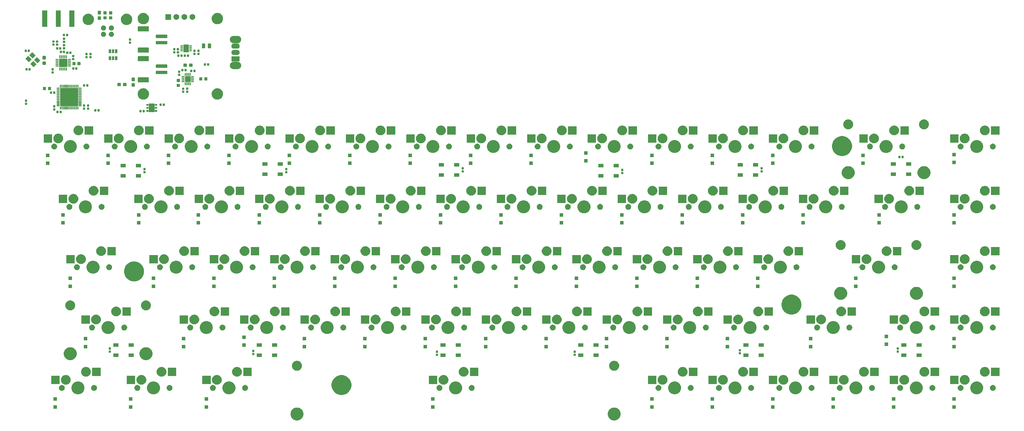
<source format=gbr>
G04 #@! TF.GenerationSoftware,KiCad,Pcbnew,(5.1.5)-3*
G04 #@! TF.CreationDate,2020-05-26T07:58:25-06:00*
G04 #@! TF.ProjectId,keeb,6b656562-2e6b-4696-9361-645f70636258,rev?*
G04 #@! TF.SameCoordinates,Original*
G04 #@! TF.FileFunction,Soldermask,Bot*
G04 #@! TF.FilePolarity,Negative*
%FSLAX46Y46*%
G04 Gerber Fmt 4.6, Leading zero omitted, Abs format (unit mm)*
G04 Created by KiCad (PCBNEW (5.1.5)-3) date 2020-05-26 07:58:25*
%MOMM*%
%LPD*%
G04 APERTURE LIST*
%ADD10C,0.150000*%
G04 APERTURE END LIST*
D10*
G36*
X228296208Y-166791464D02*
G01*
X228427835Y-166817646D01*
X228613817Y-166894683D01*
X228799800Y-166971719D01*
X229134561Y-167195399D01*
X229419251Y-167480089D01*
X229642931Y-167814850D01*
X229797004Y-168186816D01*
X229875550Y-168581693D01*
X229875550Y-168984307D01*
X229797004Y-169379184D01*
X229642931Y-169751150D01*
X229419251Y-170085911D01*
X229134561Y-170370601D01*
X228799800Y-170594281D01*
X228613817Y-170671318D01*
X228427835Y-170748354D01*
X228296208Y-170774536D01*
X228032957Y-170826900D01*
X227630343Y-170826900D01*
X227367092Y-170774536D01*
X227235465Y-170748354D01*
X227049483Y-170671318D01*
X226863500Y-170594281D01*
X226528739Y-170370601D01*
X226244049Y-170085911D01*
X226020369Y-169751150D01*
X225866296Y-169379184D01*
X225787750Y-168984307D01*
X225787750Y-168581693D01*
X225866296Y-168186816D01*
X226020369Y-167814850D01*
X226244049Y-167480089D01*
X226528739Y-167195399D01*
X226863500Y-166971719D01*
X227049483Y-166894683D01*
X227235465Y-166817646D01*
X227367092Y-166791464D01*
X227630343Y-166739100D01*
X228032957Y-166739100D01*
X228296208Y-166791464D01*
G37*
G36*
X128296408Y-166791464D02*
G01*
X128428035Y-166817646D01*
X128614017Y-166894683D01*
X128800000Y-166971719D01*
X129134761Y-167195399D01*
X129419451Y-167480089D01*
X129643131Y-167814850D01*
X129797204Y-168186816D01*
X129875750Y-168581693D01*
X129875750Y-168984307D01*
X129797204Y-169379184D01*
X129643131Y-169751150D01*
X129419451Y-170085911D01*
X129134761Y-170370601D01*
X128800000Y-170594281D01*
X128614017Y-170671318D01*
X128428035Y-170748354D01*
X128296408Y-170774536D01*
X128033157Y-170826900D01*
X127630543Y-170826900D01*
X127367292Y-170774536D01*
X127235665Y-170748354D01*
X127049683Y-170671318D01*
X126863700Y-170594281D01*
X126528939Y-170370601D01*
X126244249Y-170085911D01*
X126020569Y-169751150D01*
X125866496Y-169379184D01*
X125787950Y-168984307D01*
X125787950Y-168581693D01*
X125866496Y-168186816D01*
X126020569Y-167814850D01*
X126244249Y-167480089D01*
X126528939Y-167195399D01*
X126863700Y-166971719D01*
X127049683Y-166894683D01*
X127235665Y-166817646D01*
X127367292Y-166791464D01*
X127630543Y-166739100D01*
X128033157Y-166739100D01*
X128296408Y-166791464D01*
G37*
G36*
X52175500Y-167090500D02*
G01*
X51075500Y-167090500D01*
X51075500Y-165990500D01*
X52175500Y-165990500D01*
X52175500Y-167090500D01*
G37*
G36*
X75988000Y-167090500D02*
G01*
X74888000Y-167090500D01*
X74888000Y-165990500D01*
X75988000Y-165990500D01*
X75988000Y-167090500D01*
G37*
G36*
X99800500Y-167090500D02*
G01*
X98700500Y-167090500D01*
X98700500Y-165990500D01*
X99800500Y-165990500D01*
X99800500Y-167090500D01*
G37*
G36*
X171238000Y-167090500D02*
G01*
X170138000Y-167090500D01*
X170138000Y-165990500D01*
X171238000Y-165990500D01*
X171238000Y-167090500D01*
G37*
G36*
X240294250Y-167090500D02*
G01*
X239194250Y-167090500D01*
X239194250Y-165990500D01*
X240294250Y-165990500D01*
X240294250Y-167090500D01*
G37*
G36*
X259344250Y-167090500D02*
G01*
X258244250Y-167090500D01*
X258244250Y-165990500D01*
X259344250Y-165990500D01*
X259344250Y-167090500D01*
G37*
G36*
X278394250Y-167090500D02*
G01*
X277294250Y-167090500D01*
X277294250Y-165990500D01*
X278394250Y-165990500D01*
X278394250Y-167090500D01*
G37*
G36*
X297444250Y-167090500D02*
G01*
X296344250Y-167090500D01*
X296344250Y-165990500D01*
X297444250Y-165990500D01*
X297444250Y-167090500D01*
G37*
G36*
X335544250Y-167090500D02*
G01*
X334444250Y-167090500D01*
X334444250Y-165990500D01*
X335544250Y-165990500D01*
X335544250Y-167090500D01*
G37*
G36*
X316494250Y-167090500D02*
G01*
X315394250Y-167090500D01*
X315394250Y-165990500D01*
X316494250Y-165990500D01*
X316494250Y-167090500D01*
G37*
G36*
X52175500Y-164590500D02*
G01*
X51075500Y-164590500D01*
X51075500Y-163490500D01*
X52175500Y-163490500D01*
X52175500Y-164590500D01*
G37*
G36*
X335544250Y-164590500D02*
G01*
X334444250Y-164590500D01*
X334444250Y-163490500D01*
X335544250Y-163490500D01*
X335544250Y-164590500D01*
G37*
G36*
X316494250Y-164590500D02*
G01*
X315394250Y-164590500D01*
X315394250Y-163490500D01*
X316494250Y-163490500D01*
X316494250Y-164590500D01*
G37*
G36*
X297444250Y-164590500D02*
G01*
X296344250Y-164590500D01*
X296344250Y-163490500D01*
X297444250Y-163490500D01*
X297444250Y-164590500D01*
G37*
G36*
X278394250Y-164590500D02*
G01*
X277294250Y-164590500D01*
X277294250Y-163490500D01*
X278394250Y-163490500D01*
X278394250Y-164590500D01*
G37*
G36*
X259344250Y-164590500D02*
G01*
X258244250Y-164590500D01*
X258244250Y-163490500D01*
X259344250Y-163490500D01*
X259344250Y-164590500D01*
G37*
G36*
X240294250Y-164590500D02*
G01*
X239194250Y-164590500D01*
X239194250Y-163490500D01*
X240294250Y-163490500D01*
X240294250Y-164590500D01*
G37*
G36*
X171238000Y-164590500D02*
G01*
X170138000Y-164590500D01*
X170138000Y-163490500D01*
X171238000Y-163490500D01*
X171238000Y-164590500D01*
G37*
G36*
X99800500Y-164590500D02*
G01*
X98700500Y-164590500D01*
X98700500Y-163490500D01*
X99800500Y-163490500D01*
X99800500Y-164590500D01*
G37*
G36*
X75988000Y-164590500D02*
G01*
X74888000Y-164590500D01*
X74888000Y-163490500D01*
X75988000Y-163490500D01*
X75988000Y-164590500D01*
G37*
G36*
X142777821Y-156610052D02*
G01*
X143351085Y-156847506D01*
X143867008Y-157192235D01*
X144305765Y-157630992D01*
X144650494Y-158146915D01*
X144887948Y-158720179D01*
X145009000Y-159328752D01*
X145009000Y-159949248D01*
X144887948Y-160557821D01*
X144650494Y-161131085D01*
X144305765Y-161647008D01*
X143867008Y-162085765D01*
X143351085Y-162430494D01*
X142777821Y-162667948D01*
X142169248Y-162789000D01*
X141548752Y-162789000D01*
X140940179Y-162667948D01*
X140366915Y-162430494D01*
X139850992Y-162085765D01*
X139412235Y-161647008D01*
X139067506Y-161131085D01*
X138830052Y-160557821D01*
X138709000Y-159949248D01*
X138709000Y-159328752D01*
X138830052Y-158720179D01*
X139067506Y-158146915D01*
X139412235Y-157630992D01*
X139850992Y-157192235D01*
X140366915Y-156847506D01*
X140940179Y-156610052D01*
X141548752Y-156489000D01*
X142169248Y-156489000D01*
X142777821Y-156610052D01*
G37*
G36*
X323552558Y-158536464D02*
G01*
X323684185Y-158562646D01*
X323870167Y-158639682D01*
X324056150Y-158716719D01*
X324390911Y-158940399D01*
X324675601Y-159225089D01*
X324899281Y-159559850D01*
X324976318Y-159745833D01*
X325053354Y-159931815D01*
X325079536Y-160063442D01*
X325131900Y-160326693D01*
X325131900Y-160729307D01*
X325053354Y-161124184D01*
X324899281Y-161496150D01*
X324675601Y-161830911D01*
X324390911Y-162115601D01*
X324056150Y-162339281D01*
X323870167Y-162416317D01*
X323684185Y-162493354D01*
X323552558Y-162519536D01*
X323289307Y-162571900D01*
X322886693Y-162571900D01*
X322623442Y-162519536D01*
X322491815Y-162493354D01*
X322305833Y-162416318D01*
X322119850Y-162339281D01*
X321785089Y-162115601D01*
X321500399Y-161830911D01*
X321276719Y-161496150D01*
X321122646Y-161124184D01*
X321044100Y-160729307D01*
X321044100Y-160326693D01*
X321096464Y-160063442D01*
X321122646Y-159931815D01*
X321199683Y-159745833D01*
X321276719Y-159559850D01*
X321500399Y-159225089D01*
X321785089Y-158940399D01*
X322119850Y-158716719D01*
X322305833Y-158639683D01*
X322491815Y-158562646D01*
X322623442Y-158536464D01*
X322886693Y-158484100D01*
X323289307Y-158484100D01*
X323552558Y-158536464D01*
G37*
G36*
X59233808Y-158536464D02*
G01*
X59365435Y-158562646D01*
X59551417Y-158639682D01*
X59737400Y-158716719D01*
X60072161Y-158940399D01*
X60356851Y-159225089D01*
X60580531Y-159559850D01*
X60657568Y-159745833D01*
X60734604Y-159931815D01*
X60760786Y-160063442D01*
X60813150Y-160326693D01*
X60813150Y-160729307D01*
X60734604Y-161124184D01*
X60580531Y-161496150D01*
X60356851Y-161830911D01*
X60072161Y-162115601D01*
X59737400Y-162339281D01*
X59551417Y-162416318D01*
X59365435Y-162493354D01*
X59233808Y-162519536D01*
X58970557Y-162571900D01*
X58567943Y-162571900D01*
X58304692Y-162519536D01*
X58173065Y-162493354D01*
X57987083Y-162416318D01*
X57801100Y-162339281D01*
X57466339Y-162115601D01*
X57181649Y-161830911D01*
X56957969Y-161496150D01*
X56803896Y-161124184D01*
X56725350Y-160729307D01*
X56725350Y-160326693D01*
X56777714Y-160063442D01*
X56803896Y-159931815D01*
X56880932Y-159745833D01*
X56957969Y-159559850D01*
X57181649Y-159225089D01*
X57466339Y-158940399D01*
X57801100Y-158716719D01*
X57987083Y-158639682D01*
X58173065Y-158562646D01*
X58304692Y-158536464D01*
X58567943Y-158484100D01*
X58970557Y-158484100D01*
X59233808Y-158536464D01*
G37*
G36*
X342602558Y-158536464D02*
G01*
X342734185Y-158562646D01*
X342920167Y-158639682D01*
X343106150Y-158716719D01*
X343440911Y-158940399D01*
X343725601Y-159225089D01*
X343949281Y-159559850D01*
X344026317Y-159745833D01*
X344103354Y-159931815D01*
X344129536Y-160063442D01*
X344181900Y-160326693D01*
X344181900Y-160729307D01*
X344103354Y-161124184D01*
X343949281Y-161496150D01*
X343725601Y-161830911D01*
X343440911Y-162115601D01*
X343106150Y-162339281D01*
X342920167Y-162416317D01*
X342734185Y-162493354D01*
X342602558Y-162519536D01*
X342339307Y-162571900D01*
X341936693Y-162571900D01*
X341673442Y-162519536D01*
X341541815Y-162493354D01*
X341355833Y-162416318D01*
X341169850Y-162339281D01*
X340835089Y-162115601D01*
X340550399Y-161830911D01*
X340326719Y-161496150D01*
X340172646Y-161124184D01*
X340094100Y-160729307D01*
X340094100Y-160326693D01*
X340146464Y-160063442D01*
X340172646Y-159931815D01*
X340249683Y-159745833D01*
X340326719Y-159559850D01*
X340550399Y-159225089D01*
X340835089Y-158940399D01*
X341169850Y-158716719D01*
X341355833Y-158639683D01*
X341541815Y-158562646D01*
X341673442Y-158536464D01*
X341936693Y-158484100D01*
X342339307Y-158484100D01*
X342602558Y-158536464D01*
G37*
G36*
X304502558Y-158536464D02*
G01*
X304634185Y-158562646D01*
X304820167Y-158639682D01*
X305006150Y-158716719D01*
X305340911Y-158940399D01*
X305625601Y-159225089D01*
X305849281Y-159559850D01*
X305926318Y-159745833D01*
X306003354Y-159931815D01*
X306029536Y-160063442D01*
X306081900Y-160326693D01*
X306081900Y-160729307D01*
X306003354Y-161124184D01*
X305849281Y-161496150D01*
X305625601Y-161830911D01*
X305340911Y-162115601D01*
X305006150Y-162339281D01*
X304820167Y-162416317D01*
X304634185Y-162493354D01*
X304502558Y-162519536D01*
X304239307Y-162571900D01*
X303836693Y-162571900D01*
X303573442Y-162519536D01*
X303441815Y-162493354D01*
X303255833Y-162416318D01*
X303069850Y-162339281D01*
X302735089Y-162115601D01*
X302450399Y-161830911D01*
X302226719Y-161496150D01*
X302072646Y-161124184D01*
X301994100Y-160729307D01*
X301994100Y-160326693D01*
X302046464Y-160063442D01*
X302072646Y-159931815D01*
X302149683Y-159745833D01*
X302226719Y-159559850D01*
X302450399Y-159225089D01*
X302735089Y-158940399D01*
X303069850Y-158716719D01*
X303255833Y-158639683D01*
X303441815Y-158562646D01*
X303573442Y-158536464D01*
X303836693Y-158484100D01*
X304239307Y-158484100D01*
X304502558Y-158536464D01*
G37*
G36*
X285452558Y-158536464D02*
G01*
X285584185Y-158562646D01*
X285770167Y-158639682D01*
X285956150Y-158716719D01*
X286290911Y-158940399D01*
X286575601Y-159225089D01*
X286799281Y-159559850D01*
X286876318Y-159745833D01*
X286953354Y-159931815D01*
X286979536Y-160063442D01*
X287031900Y-160326693D01*
X287031900Y-160729307D01*
X286953354Y-161124184D01*
X286799281Y-161496150D01*
X286575601Y-161830911D01*
X286290911Y-162115601D01*
X285956150Y-162339281D01*
X285770167Y-162416317D01*
X285584185Y-162493354D01*
X285452558Y-162519536D01*
X285189307Y-162571900D01*
X284786693Y-162571900D01*
X284523442Y-162519536D01*
X284391815Y-162493354D01*
X284205833Y-162416318D01*
X284019850Y-162339281D01*
X283685089Y-162115601D01*
X283400399Y-161830911D01*
X283176719Y-161496150D01*
X283022646Y-161124184D01*
X282944100Y-160729307D01*
X282944100Y-160326693D01*
X282996464Y-160063442D01*
X283022646Y-159931815D01*
X283099683Y-159745833D01*
X283176719Y-159559850D01*
X283400399Y-159225089D01*
X283685089Y-158940399D01*
X284019850Y-158716719D01*
X284205833Y-158639683D01*
X284391815Y-158562646D01*
X284523442Y-158536464D01*
X284786693Y-158484100D01*
X285189307Y-158484100D01*
X285452558Y-158536464D01*
G37*
G36*
X247352558Y-158536464D02*
G01*
X247484185Y-158562646D01*
X247670167Y-158639682D01*
X247856150Y-158716719D01*
X248190911Y-158940399D01*
X248475601Y-159225089D01*
X248699281Y-159559850D01*
X248776318Y-159745833D01*
X248853354Y-159931815D01*
X248879536Y-160063442D01*
X248931900Y-160326693D01*
X248931900Y-160729307D01*
X248853354Y-161124184D01*
X248699281Y-161496150D01*
X248475601Y-161830911D01*
X248190911Y-162115601D01*
X247856150Y-162339281D01*
X247670167Y-162416317D01*
X247484185Y-162493354D01*
X247352558Y-162519536D01*
X247089307Y-162571900D01*
X246686693Y-162571900D01*
X246423442Y-162519536D01*
X246291815Y-162493354D01*
X246105833Y-162416318D01*
X245919850Y-162339281D01*
X245585089Y-162115601D01*
X245300399Y-161830911D01*
X245076719Y-161496150D01*
X244922646Y-161124184D01*
X244844100Y-160729307D01*
X244844100Y-160326693D01*
X244896464Y-160063442D01*
X244922646Y-159931815D01*
X244999683Y-159745833D01*
X245076719Y-159559850D01*
X245300399Y-159225089D01*
X245585089Y-158940399D01*
X245919850Y-158716719D01*
X246105833Y-158639683D01*
X246291815Y-158562646D01*
X246423442Y-158536464D01*
X246686693Y-158484100D01*
X247089307Y-158484100D01*
X247352558Y-158536464D01*
G37*
G36*
X106858808Y-158536464D02*
G01*
X106990435Y-158562646D01*
X107176417Y-158639682D01*
X107362400Y-158716719D01*
X107697161Y-158940399D01*
X107981851Y-159225089D01*
X108205531Y-159559850D01*
X108282568Y-159745833D01*
X108359604Y-159931815D01*
X108385786Y-160063442D01*
X108438150Y-160326693D01*
X108438150Y-160729307D01*
X108359604Y-161124184D01*
X108205531Y-161496150D01*
X107981851Y-161830911D01*
X107697161Y-162115601D01*
X107362400Y-162339281D01*
X107176417Y-162416318D01*
X106990435Y-162493354D01*
X106858808Y-162519536D01*
X106595557Y-162571900D01*
X106192943Y-162571900D01*
X105929692Y-162519536D01*
X105798065Y-162493354D01*
X105612083Y-162416318D01*
X105426100Y-162339281D01*
X105091339Y-162115601D01*
X104806649Y-161830911D01*
X104582969Y-161496150D01*
X104428896Y-161124184D01*
X104350350Y-160729307D01*
X104350350Y-160326693D01*
X104402714Y-160063442D01*
X104428896Y-159931815D01*
X104505932Y-159745833D01*
X104582969Y-159559850D01*
X104806649Y-159225089D01*
X105091339Y-158940399D01*
X105426100Y-158716719D01*
X105612083Y-158639682D01*
X105798065Y-158562646D01*
X105929692Y-158536464D01*
X106192943Y-158484100D01*
X106595557Y-158484100D01*
X106858808Y-158536464D01*
G37*
G36*
X83046308Y-158536464D02*
G01*
X83177935Y-158562646D01*
X83363917Y-158639682D01*
X83549900Y-158716719D01*
X83884661Y-158940399D01*
X84169351Y-159225089D01*
X84393031Y-159559850D01*
X84470068Y-159745833D01*
X84547104Y-159931815D01*
X84573286Y-160063442D01*
X84625650Y-160326693D01*
X84625650Y-160729307D01*
X84547104Y-161124184D01*
X84393031Y-161496150D01*
X84169351Y-161830911D01*
X83884661Y-162115601D01*
X83549900Y-162339281D01*
X83363917Y-162416318D01*
X83177935Y-162493354D01*
X83046308Y-162519536D01*
X82783057Y-162571900D01*
X82380443Y-162571900D01*
X82117192Y-162519536D01*
X81985565Y-162493354D01*
X81799583Y-162416318D01*
X81613600Y-162339281D01*
X81278839Y-162115601D01*
X80994149Y-161830911D01*
X80770469Y-161496150D01*
X80616396Y-161124184D01*
X80537850Y-160729307D01*
X80537850Y-160326693D01*
X80590214Y-160063442D01*
X80616396Y-159931815D01*
X80693432Y-159745833D01*
X80770469Y-159559850D01*
X80994149Y-159225089D01*
X81278839Y-158940399D01*
X81613600Y-158716719D01*
X81799583Y-158639682D01*
X81985565Y-158562646D01*
X82117192Y-158536464D01*
X82380443Y-158484100D01*
X82783057Y-158484100D01*
X83046308Y-158536464D01*
G37*
G36*
X178296308Y-158536464D02*
G01*
X178427935Y-158562646D01*
X178613917Y-158639682D01*
X178799900Y-158716719D01*
X179134661Y-158940399D01*
X179419351Y-159225089D01*
X179643031Y-159559850D01*
X179720068Y-159745833D01*
X179797104Y-159931815D01*
X179823286Y-160063442D01*
X179875650Y-160326693D01*
X179875650Y-160729307D01*
X179797104Y-161124184D01*
X179643031Y-161496150D01*
X179419351Y-161830911D01*
X179134661Y-162115601D01*
X178799900Y-162339281D01*
X178613917Y-162416317D01*
X178427935Y-162493354D01*
X178296308Y-162519536D01*
X178033057Y-162571900D01*
X177630443Y-162571900D01*
X177367192Y-162519536D01*
X177235565Y-162493354D01*
X177049583Y-162416318D01*
X176863600Y-162339281D01*
X176528839Y-162115601D01*
X176244149Y-161830911D01*
X176020469Y-161496150D01*
X175866396Y-161124184D01*
X175787850Y-160729307D01*
X175787850Y-160326693D01*
X175840214Y-160063442D01*
X175866396Y-159931815D01*
X175943432Y-159745833D01*
X176020469Y-159559850D01*
X176244149Y-159225089D01*
X176528839Y-158940399D01*
X176863600Y-158716719D01*
X177049583Y-158639683D01*
X177235565Y-158562646D01*
X177367192Y-158536464D01*
X177630443Y-158484100D01*
X178033057Y-158484100D01*
X178296308Y-158536464D01*
G37*
G36*
X266402558Y-158536464D02*
G01*
X266534185Y-158562646D01*
X266720167Y-158639682D01*
X266906150Y-158716719D01*
X267240911Y-158940399D01*
X267525601Y-159225089D01*
X267749281Y-159559850D01*
X267826318Y-159745833D01*
X267903354Y-159931815D01*
X267929536Y-160063442D01*
X267981900Y-160326693D01*
X267981900Y-160729307D01*
X267903354Y-161124184D01*
X267749281Y-161496150D01*
X267525601Y-161830911D01*
X267240911Y-162115601D01*
X266906150Y-162339281D01*
X266720167Y-162416317D01*
X266534185Y-162493354D01*
X266402558Y-162519536D01*
X266139307Y-162571900D01*
X265736693Y-162571900D01*
X265473442Y-162519536D01*
X265341815Y-162493354D01*
X265155833Y-162416318D01*
X264969850Y-162339281D01*
X264635089Y-162115601D01*
X264350399Y-161830911D01*
X264126719Y-161496150D01*
X263972646Y-161124184D01*
X263894100Y-160729307D01*
X263894100Y-160326693D01*
X263946464Y-160063442D01*
X263972646Y-159931815D01*
X264049683Y-159745833D01*
X264126719Y-159559850D01*
X264350399Y-159225089D01*
X264635089Y-158940399D01*
X264969850Y-158716719D01*
X265155833Y-158639683D01*
X265341815Y-158562646D01*
X265473442Y-158536464D01*
X265736693Y-158484100D01*
X266139307Y-158484100D01*
X266402558Y-158536464D01*
G37*
G36*
X290337813Y-159638547D02*
G01*
X290506152Y-159708275D01*
X290657653Y-159809505D01*
X290786495Y-159938347D01*
X290887725Y-160089848D01*
X290957453Y-160258187D01*
X290993000Y-160436895D01*
X290993000Y-160619105D01*
X290957453Y-160797813D01*
X290887725Y-160966152D01*
X290786495Y-161117653D01*
X290657653Y-161246495D01*
X290506152Y-161347725D01*
X290337813Y-161417453D01*
X290159105Y-161453000D01*
X289976895Y-161453000D01*
X289798187Y-161417453D01*
X289629848Y-161347725D01*
X289478347Y-161246495D01*
X289349505Y-161117653D01*
X289248275Y-160966152D01*
X289178547Y-160797813D01*
X289143000Y-160619105D01*
X289143000Y-160436895D01*
X289178547Y-160258187D01*
X289248275Y-160089848D01*
X289349505Y-159938347D01*
X289478347Y-159809505D01*
X289629848Y-159708275D01*
X289798187Y-159638547D01*
X289976895Y-159603000D01*
X290159105Y-159603000D01*
X290337813Y-159638547D01*
G37*
G36*
X53959063Y-159638547D02*
G01*
X54127402Y-159708275D01*
X54278903Y-159809505D01*
X54407745Y-159938347D01*
X54508975Y-160089848D01*
X54578703Y-160258187D01*
X54614250Y-160436895D01*
X54614250Y-160619105D01*
X54578703Y-160797813D01*
X54508975Y-160966152D01*
X54407745Y-161117653D01*
X54278903Y-161246495D01*
X54127402Y-161347725D01*
X53959063Y-161417453D01*
X53780355Y-161453000D01*
X53598145Y-161453000D01*
X53419437Y-161417453D01*
X53251098Y-161347725D01*
X53099597Y-161246495D01*
X52970755Y-161117653D01*
X52869525Y-160966152D01*
X52799797Y-160797813D01*
X52764250Y-160619105D01*
X52764250Y-160436895D01*
X52799797Y-160258187D01*
X52869525Y-160089848D01*
X52970755Y-159938347D01*
X53099597Y-159809505D01*
X53251098Y-159708275D01*
X53419437Y-159638547D01*
X53598145Y-159603000D01*
X53780355Y-159603000D01*
X53959063Y-159638547D01*
G37*
G36*
X64119063Y-159638547D02*
G01*
X64287402Y-159708275D01*
X64438903Y-159809505D01*
X64567745Y-159938347D01*
X64668975Y-160089848D01*
X64738703Y-160258187D01*
X64774250Y-160436895D01*
X64774250Y-160619105D01*
X64738703Y-160797813D01*
X64668975Y-160966152D01*
X64567745Y-161117653D01*
X64438903Y-161246495D01*
X64287402Y-161347725D01*
X64119063Y-161417453D01*
X63940355Y-161453000D01*
X63758145Y-161453000D01*
X63579437Y-161417453D01*
X63411098Y-161347725D01*
X63259597Y-161246495D01*
X63130755Y-161117653D01*
X63029525Y-160966152D01*
X62959797Y-160797813D01*
X62924250Y-160619105D01*
X62924250Y-160436895D01*
X62959797Y-160258187D01*
X63029525Y-160089848D01*
X63130755Y-159938347D01*
X63259597Y-159809505D01*
X63411098Y-159708275D01*
X63579437Y-159638547D01*
X63758145Y-159603000D01*
X63940355Y-159603000D01*
X64119063Y-159638547D01*
G37*
G36*
X173021563Y-159638547D02*
G01*
X173189902Y-159708275D01*
X173341403Y-159809505D01*
X173470245Y-159938347D01*
X173571475Y-160089848D01*
X173641203Y-160258187D01*
X173676750Y-160436895D01*
X173676750Y-160619105D01*
X173641203Y-160797813D01*
X173571475Y-160966152D01*
X173470245Y-161117653D01*
X173341403Y-161246495D01*
X173189902Y-161347725D01*
X173021563Y-161417453D01*
X172842855Y-161453000D01*
X172660645Y-161453000D01*
X172481937Y-161417453D01*
X172313598Y-161347725D01*
X172162097Y-161246495D01*
X172033255Y-161117653D01*
X171932025Y-160966152D01*
X171862297Y-160797813D01*
X171826750Y-160619105D01*
X171826750Y-160436895D01*
X171862297Y-160258187D01*
X171932025Y-160089848D01*
X172033255Y-159938347D01*
X172162097Y-159809505D01*
X172313598Y-159708275D01*
X172481937Y-159638547D01*
X172660645Y-159603000D01*
X172842855Y-159603000D01*
X173021563Y-159638547D01*
G37*
G36*
X328437813Y-159638547D02*
G01*
X328606152Y-159708275D01*
X328757653Y-159809505D01*
X328886495Y-159938347D01*
X328987725Y-160089848D01*
X329057453Y-160258187D01*
X329093000Y-160436895D01*
X329093000Y-160619105D01*
X329057453Y-160797813D01*
X328987725Y-160966152D01*
X328886495Y-161117653D01*
X328757653Y-161246495D01*
X328606152Y-161347725D01*
X328437813Y-161417453D01*
X328259105Y-161453000D01*
X328076895Y-161453000D01*
X327898187Y-161417453D01*
X327729848Y-161347725D01*
X327578347Y-161246495D01*
X327449505Y-161117653D01*
X327348275Y-160966152D01*
X327278547Y-160797813D01*
X327243000Y-160619105D01*
X327243000Y-160436895D01*
X327278547Y-160258187D01*
X327348275Y-160089848D01*
X327449505Y-159938347D01*
X327578347Y-159809505D01*
X327729848Y-159708275D01*
X327898187Y-159638547D01*
X328076895Y-159603000D01*
X328259105Y-159603000D01*
X328437813Y-159638547D01*
G37*
G36*
X101584063Y-159638547D02*
G01*
X101752402Y-159708275D01*
X101903903Y-159809505D01*
X102032745Y-159938347D01*
X102133975Y-160089848D01*
X102203703Y-160258187D01*
X102239250Y-160436895D01*
X102239250Y-160619105D01*
X102203703Y-160797813D01*
X102133975Y-160966152D01*
X102032745Y-161117653D01*
X101903903Y-161246495D01*
X101752402Y-161347725D01*
X101584063Y-161417453D01*
X101405355Y-161453000D01*
X101223145Y-161453000D01*
X101044437Y-161417453D01*
X100876098Y-161347725D01*
X100724597Y-161246495D01*
X100595755Y-161117653D01*
X100494525Y-160966152D01*
X100424797Y-160797813D01*
X100389250Y-160619105D01*
X100389250Y-160436895D01*
X100424797Y-160258187D01*
X100494525Y-160089848D01*
X100595755Y-159938347D01*
X100724597Y-159809505D01*
X100876098Y-159708275D01*
X101044437Y-159638547D01*
X101223145Y-159603000D01*
X101405355Y-159603000D01*
X101584063Y-159638547D01*
G37*
G36*
X318277813Y-159638547D02*
G01*
X318446152Y-159708275D01*
X318597653Y-159809505D01*
X318726495Y-159938347D01*
X318827725Y-160089848D01*
X318897453Y-160258187D01*
X318933000Y-160436895D01*
X318933000Y-160619105D01*
X318897453Y-160797813D01*
X318827725Y-160966152D01*
X318726495Y-161117653D01*
X318597653Y-161246495D01*
X318446152Y-161347725D01*
X318277813Y-161417453D01*
X318099105Y-161453000D01*
X317916895Y-161453000D01*
X317738187Y-161417453D01*
X317569848Y-161347725D01*
X317418347Y-161246495D01*
X317289505Y-161117653D01*
X317188275Y-160966152D01*
X317118547Y-160797813D01*
X317083000Y-160619105D01*
X317083000Y-160436895D01*
X317118547Y-160258187D01*
X317188275Y-160089848D01*
X317289505Y-159938347D01*
X317418347Y-159809505D01*
X317569848Y-159708275D01*
X317738187Y-159638547D01*
X317916895Y-159603000D01*
X318099105Y-159603000D01*
X318277813Y-159638547D01*
G37*
G36*
X299227813Y-159638547D02*
G01*
X299396152Y-159708275D01*
X299547653Y-159809505D01*
X299676495Y-159938347D01*
X299777725Y-160089848D01*
X299847453Y-160258187D01*
X299883000Y-160436895D01*
X299883000Y-160619105D01*
X299847453Y-160797813D01*
X299777725Y-160966152D01*
X299676495Y-161117653D01*
X299547653Y-161246495D01*
X299396152Y-161347725D01*
X299227813Y-161417453D01*
X299049105Y-161453000D01*
X298866895Y-161453000D01*
X298688187Y-161417453D01*
X298519848Y-161347725D01*
X298368347Y-161246495D01*
X298239505Y-161117653D01*
X298138275Y-160966152D01*
X298068547Y-160797813D01*
X298033000Y-160619105D01*
X298033000Y-160436895D01*
X298068547Y-160258187D01*
X298138275Y-160089848D01*
X298239505Y-159938347D01*
X298368347Y-159809505D01*
X298519848Y-159708275D01*
X298688187Y-159638547D01*
X298866895Y-159603000D01*
X299049105Y-159603000D01*
X299227813Y-159638547D01*
G37*
G36*
X309387813Y-159638547D02*
G01*
X309556152Y-159708275D01*
X309707653Y-159809505D01*
X309836495Y-159938347D01*
X309937725Y-160089848D01*
X310007453Y-160258187D01*
X310043000Y-160436895D01*
X310043000Y-160619105D01*
X310007453Y-160797813D01*
X309937725Y-160966152D01*
X309836495Y-161117653D01*
X309707653Y-161246495D01*
X309556152Y-161347725D01*
X309387813Y-161417453D01*
X309209105Y-161453000D01*
X309026895Y-161453000D01*
X308848187Y-161417453D01*
X308679848Y-161347725D01*
X308528347Y-161246495D01*
X308399505Y-161117653D01*
X308298275Y-160966152D01*
X308228547Y-160797813D01*
X308193000Y-160619105D01*
X308193000Y-160436895D01*
X308228547Y-160258187D01*
X308298275Y-160089848D01*
X308399505Y-159938347D01*
X308528347Y-159809505D01*
X308679848Y-159708275D01*
X308848187Y-159638547D01*
X309026895Y-159603000D01*
X309209105Y-159603000D01*
X309387813Y-159638547D01*
G37*
G36*
X111744063Y-159638547D02*
G01*
X111912402Y-159708275D01*
X112063903Y-159809505D01*
X112192745Y-159938347D01*
X112293975Y-160089848D01*
X112363703Y-160258187D01*
X112399250Y-160436895D01*
X112399250Y-160619105D01*
X112363703Y-160797813D01*
X112293975Y-160966152D01*
X112192745Y-161117653D01*
X112063903Y-161246495D01*
X111912402Y-161347725D01*
X111744063Y-161417453D01*
X111565355Y-161453000D01*
X111383145Y-161453000D01*
X111204437Y-161417453D01*
X111036098Y-161347725D01*
X110884597Y-161246495D01*
X110755755Y-161117653D01*
X110654525Y-160966152D01*
X110584797Y-160797813D01*
X110549250Y-160619105D01*
X110549250Y-160436895D01*
X110584797Y-160258187D01*
X110654525Y-160089848D01*
X110755755Y-159938347D01*
X110884597Y-159809505D01*
X111036098Y-159708275D01*
X111204437Y-159638547D01*
X111383145Y-159603000D01*
X111565355Y-159603000D01*
X111744063Y-159638547D01*
G37*
G36*
X280177813Y-159638547D02*
G01*
X280346152Y-159708275D01*
X280497653Y-159809505D01*
X280626495Y-159938347D01*
X280727725Y-160089848D01*
X280797453Y-160258187D01*
X280833000Y-160436895D01*
X280833000Y-160619105D01*
X280797453Y-160797813D01*
X280727725Y-160966152D01*
X280626495Y-161117653D01*
X280497653Y-161246495D01*
X280346152Y-161347725D01*
X280177813Y-161417453D01*
X279999105Y-161453000D01*
X279816895Y-161453000D01*
X279638187Y-161417453D01*
X279469848Y-161347725D01*
X279318347Y-161246495D01*
X279189505Y-161117653D01*
X279088275Y-160966152D01*
X279018547Y-160797813D01*
X278983000Y-160619105D01*
X278983000Y-160436895D01*
X279018547Y-160258187D01*
X279088275Y-160089848D01*
X279189505Y-159938347D01*
X279318347Y-159809505D01*
X279469848Y-159708275D01*
X279638187Y-159638547D01*
X279816895Y-159603000D01*
X279999105Y-159603000D01*
X280177813Y-159638547D01*
G37*
G36*
X87931563Y-159638547D02*
G01*
X88099902Y-159708275D01*
X88251403Y-159809505D01*
X88380245Y-159938347D01*
X88481475Y-160089848D01*
X88551203Y-160258187D01*
X88586750Y-160436895D01*
X88586750Y-160619105D01*
X88551203Y-160797813D01*
X88481475Y-160966152D01*
X88380245Y-161117653D01*
X88251403Y-161246495D01*
X88099902Y-161347725D01*
X87931563Y-161417453D01*
X87752855Y-161453000D01*
X87570645Y-161453000D01*
X87391937Y-161417453D01*
X87223598Y-161347725D01*
X87072097Y-161246495D01*
X86943255Y-161117653D01*
X86842025Y-160966152D01*
X86772297Y-160797813D01*
X86736750Y-160619105D01*
X86736750Y-160436895D01*
X86772297Y-160258187D01*
X86842025Y-160089848D01*
X86943255Y-159938347D01*
X87072097Y-159809505D01*
X87223598Y-159708275D01*
X87391937Y-159638547D01*
X87570645Y-159603000D01*
X87752855Y-159603000D01*
X87931563Y-159638547D01*
G37*
G36*
X347487813Y-159638547D02*
G01*
X347656152Y-159708275D01*
X347807653Y-159809505D01*
X347936495Y-159938347D01*
X348037725Y-160089848D01*
X348107453Y-160258187D01*
X348143000Y-160436895D01*
X348143000Y-160619105D01*
X348107453Y-160797813D01*
X348037725Y-160966152D01*
X347936495Y-161117653D01*
X347807653Y-161246495D01*
X347656152Y-161347725D01*
X347487813Y-161417453D01*
X347309105Y-161453000D01*
X347126895Y-161453000D01*
X346948187Y-161417453D01*
X346779848Y-161347725D01*
X346628347Y-161246495D01*
X346499505Y-161117653D01*
X346398275Y-160966152D01*
X346328547Y-160797813D01*
X346293000Y-160619105D01*
X346293000Y-160436895D01*
X346328547Y-160258187D01*
X346398275Y-160089848D01*
X346499505Y-159938347D01*
X346628347Y-159809505D01*
X346779848Y-159708275D01*
X346948187Y-159638547D01*
X347126895Y-159603000D01*
X347309105Y-159603000D01*
X347487813Y-159638547D01*
G37*
G36*
X271287813Y-159638547D02*
G01*
X271456152Y-159708275D01*
X271607653Y-159809505D01*
X271736495Y-159938347D01*
X271837725Y-160089848D01*
X271907453Y-160258187D01*
X271943000Y-160436895D01*
X271943000Y-160619105D01*
X271907453Y-160797813D01*
X271837725Y-160966152D01*
X271736495Y-161117653D01*
X271607653Y-161246495D01*
X271456152Y-161347725D01*
X271287813Y-161417453D01*
X271109105Y-161453000D01*
X270926895Y-161453000D01*
X270748187Y-161417453D01*
X270579848Y-161347725D01*
X270428347Y-161246495D01*
X270299505Y-161117653D01*
X270198275Y-160966152D01*
X270128547Y-160797813D01*
X270093000Y-160619105D01*
X270093000Y-160436895D01*
X270128547Y-160258187D01*
X270198275Y-160089848D01*
X270299505Y-159938347D01*
X270428347Y-159809505D01*
X270579848Y-159708275D01*
X270748187Y-159638547D01*
X270926895Y-159603000D01*
X271109105Y-159603000D01*
X271287813Y-159638547D01*
G37*
G36*
X183181563Y-159638547D02*
G01*
X183349902Y-159708275D01*
X183501403Y-159809505D01*
X183630245Y-159938347D01*
X183731475Y-160089848D01*
X183801203Y-160258187D01*
X183836750Y-160436895D01*
X183836750Y-160619105D01*
X183801203Y-160797813D01*
X183731475Y-160966152D01*
X183630245Y-161117653D01*
X183501403Y-161246495D01*
X183349902Y-161347725D01*
X183181563Y-161417453D01*
X183002855Y-161453000D01*
X182820645Y-161453000D01*
X182641937Y-161417453D01*
X182473598Y-161347725D01*
X182322097Y-161246495D01*
X182193255Y-161117653D01*
X182092025Y-160966152D01*
X182022297Y-160797813D01*
X181986750Y-160619105D01*
X181986750Y-160436895D01*
X182022297Y-160258187D01*
X182092025Y-160089848D01*
X182193255Y-159938347D01*
X182322097Y-159809505D01*
X182473598Y-159708275D01*
X182641937Y-159638547D01*
X182820645Y-159603000D01*
X183002855Y-159603000D01*
X183181563Y-159638547D01*
G37*
G36*
X77771563Y-159638547D02*
G01*
X77939902Y-159708275D01*
X78091403Y-159809505D01*
X78220245Y-159938347D01*
X78321475Y-160089848D01*
X78391203Y-160258187D01*
X78426750Y-160436895D01*
X78426750Y-160619105D01*
X78391203Y-160797813D01*
X78321475Y-160966152D01*
X78220245Y-161117653D01*
X78091403Y-161246495D01*
X77939902Y-161347725D01*
X77771563Y-161417453D01*
X77592855Y-161453000D01*
X77410645Y-161453000D01*
X77231937Y-161417453D01*
X77063598Y-161347725D01*
X76912097Y-161246495D01*
X76783255Y-161117653D01*
X76682025Y-160966152D01*
X76612297Y-160797813D01*
X76576750Y-160619105D01*
X76576750Y-160436895D01*
X76612297Y-160258187D01*
X76682025Y-160089848D01*
X76783255Y-159938347D01*
X76912097Y-159809505D01*
X77063598Y-159708275D01*
X77231937Y-159638547D01*
X77410645Y-159603000D01*
X77592855Y-159603000D01*
X77771563Y-159638547D01*
G37*
G36*
X252237813Y-159638547D02*
G01*
X252406152Y-159708275D01*
X252557653Y-159809505D01*
X252686495Y-159938347D01*
X252787725Y-160089848D01*
X252857453Y-160258187D01*
X252893000Y-160436895D01*
X252893000Y-160619105D01*
X252857453Y-160797813D01*
X252787725Y-160966152D01*
X252686495Y-161117653D01*
X252557653Y-161246495D01*
X252406152Y-161347725D01*
X252237813Y-161417453D01*
X252059105Y-161453000D01*
X251876895Y-161453000D01*
X251698187Y-161417453D01*
X251529848Y-161347725D01*
X251378347Y-161246495D01*
X251249505Y-161117653D01*
X251148275Y-160966152D01*
X251078547Y-160797813D01*
X251043000Y-160619105D01*
X251043000Y-160436895D01*
X251078547Y-160258187D01*
X251148275Y-160089848D01*
X251249505Y-159938347D01*
X251378347Y-159809505D01*
X251529848Y-159708275D01*
X251698187Y-159638547D01*
X251876895Y-159603000D01*
X252059105Y-159603000D01*
X252237813Y-159638547D01*
G37*
G36*
X242077813Y-159638547D02*
G01*
X242246152Y-159708275D01*
X242397653Y-159809505D01*
X242526495Y-159938347D01*
X242627725Y-160089848D01*
X242697453Y-160258187D01*
X242733000Y-160436895D01*
X242733000Y-160619105D01*
X242697453Y-160797813D01*
X242627725Y-160966152D01*
X242526495Y-161117653D01*
X242397653Y-161246495D01*
X242246152Y-161347725D01*
X242077813Y-161417453D01*
X241899105Y-161453000D01*
X241716895Y-161453000D01*
X241538187Y-161417453D01*
X241369848Y-161347725D01*
X241218347Y-161246495D01*
X241089505Y-161117653D01*
X240988275Y-160966152D01*
X240918547Y-160797813D01*
X240883000Y-160619105D01*
X240883000Y-160436895D01*
X240918547Y-160258187D01*
X240988275Y-160089848D01*
X241089505Y-159938347D01*
X241218347Y-159809505D01*
X241369848Y-159708275D01*
X241538187Y-159638547D01*
X241716895Y-159603000D01*
X241899105Y-159603000D01*
X242077813Y-159638547D01*
G37*
G36*
X261127813Y-159638547D02*
G01*
X261296152Y-159708275D01*
X261447653Y-159809505D01*
X261576495Y-159938347D01*
X261677725Y-160089848D01*
X261747453Y-160258187D01*
X261783000Y-160436895D01*
X261783000Y-160619105D01*
X261747453Y-160797813D01*
X261677725Y-160966152D01*
X261576495Y-161117653D01*
X261447653Y-161246495D01*
X261296152Y-161347725D01*
X261127813Y-161417453D01*
X260949105Y-161453000D01*
X260766895Y-161453000D01*
X260588187Y-161417453D01*
X260419848Y-161347725D01*
X260268347Y-161246495D01*
X260139505Y-161117653D01*
X260038275Y-160966152D01*
X259968547Y-160797813D01*
X259933000Y-160619105D01*
X259933000Y-160436895D01*
X259968547Y-160258187D01*
X260038275Y-160089848D01*
X260139505Y-159938347D01*
X260268347Y-159809505D01*
X260419848Y-159708275D01*
X260588187Y-159638547D01*
X260766895Y-159603000D01*
X260949105Y-159603000D01*
X261127813Y-159638547D01*
G37*
G36*
X337327813Y-159638547D02*
G01*
X337496152Y-159708275D01*
X337647653Y-159809505D01*
X337776495Y-159938347D01*
X337877725Y-160089848D01*
X337947453Y-160258187D01*
X337983000Y-160436895D01*
X337983000Y-160619105D01*
X337947453Y-160797813D01*
X337877725Y-160966152D01*
X337776495Y-161117653D01*
X337647653Y-161246495D01*
X337496152Y-161347725D01*
X337327813Y-161417453D01*
X337149105Y-161453000D01*
X336966895Y-161453000D01*
X336788187Y-161417453D01*
X336619848Y-161347725D01*
X336468347Y-161246495D01*
X336339505Y-161117653D01*
X336238275Y-160966152D01*
X336168547Y-160797813D01*
X336133000Y-160619105D01*
X336133000Y-160436895D01*
X336168547Y-160258187D01*
X336238275Y-160089848D01*
X336339505Y-159938347D01*
X336468347Y-159809505D01*
X336619848Y-159708275D01*
X336788187Y-159638547D01*
X336966895Y-159603000D01*
X337149105Y-159603000D01*
X337327813Y-159638547D01*
G37*
G36*
X300680118Y-156497565D02*
G01*
X300962200Y-156614408D01*
X301216068Y-156784036D01*
X301431964Y-156999932D01*
X301601592Y-157253800D01*
X301718435Y-157535882D01*
X301778000Y-157835338D01*
X301778000Y-158140662D01*
X301718435Y-158440118D01*
X301601592Y-158722200D01*
X301431964Y-158976068D01*
X301216068Y-159191964D01*
X300962200Y-159361592D01*
X300680118Y-159478435D01*
X300380662Y-159538000D01*
X300075338Y-159538000D01*
X299775882Y-159478435D01*
X299493800Y-159361592D01*
X299239932Y-159191964D01*
X299024036Y-158976068D01*
X298854408Y-158722200D01*
X298737565Y-158440118D01*
X298678000Y-158140662D01*
X298678000Y-157835338D01*
X298737565Y-157535882D01*
X298854408Y-157253800D01*
X299024036Y-156999932D01*
X299239932Y-156784036D01*
X299493800Y-156614408D01*
X299775882Y-156497565D01*
X300075338Y-156438000D01*
X300380662Y-156438000D01*
X300680118Y-156497565D01*
G37*
G36*
X103036368Y-156497565D02*
G01*
X103318450Y-156614408D01*
X103572318Y-156784036D01*
X103788214Y-156999932D01*
X103957842Y-157253800D01*
X104074685Y-157535882D01*
X104134250Y-157835338D01*
X104134250Y-158140662D01*
X104074685Y-158440118D01*
X103957842Y-158722200D01*
X103788214Y-158976068D01*
X103572318Y-159191964D01*
X103318450Y-159361592D01*
X103036368Y-159478435D01*
X102736912Y-159538000D01*
X102431588Y-159538000D01*
X102132132Y-159478435D01*
X101850050Y-159361592D01*
X101596182Y-159191964D01*
X101380286Y-158976068D01*
X101210658Y-158722200D01*
X101093815Y-158440118D01*
X101034250Y-158140662D01*
X101034250Y-157835338D01*
X101093815Y-157535882D01*
X101210658Y-157253800D01*
X101380286Y-156999932D01*
X101596182Y-156784036D01*
X101850050Y-156614408D01*
X102132132Y-156497565D01*
X102431588Y-156438000D01*
X102736912Y-156438000D01*
X103036368Y-156497565D01*
G37*
G36*
X243530118Y-156497565D02*
G01*
X243812200Y-156614408D01*
X244066068Y-156784036D01*
X244281964Y-156999932D01*
X244451592Y-157253800D01*
X244568435Y-157535882D01*
X244628000Y-157835338D01*
X244628000Y-158140662D01*
X244568435Y-158440118D01*
X244451592Y-158722200D01*
X244281964Y-158976068D01*
X244066068Y-159191964D01*
X243812200Y-159361592D01*
X243530118Y-159478435D01*
X243230662Y-159538000D01*
X242925338Y-159538000D01*
X242625882Y-159478435D01*
X242343800Y-159361592D01*
X242089932Y-159191964D01*
X241874036Y-158976068D01*
X241704408Y-158722200D01*
X241587565Y-158440118D01*
X241528000Y-158140662D01*
X241528000Y-157835338D01*
X241587565Y-157535882D01*
X241704408Y-157253800D01*
X241874036Y-156999932D01*
X242089932Y-156784036D01*
X242343800Y-156614408D01*
X242625882Y-156497565D01*
X242925338Y-156438000D01*
X243230662Y-156438000D01*
X243530118Y-156497565D01*
G37*
G36*
X174473868Y-156497565D02*
G01*
X174755950Y-156614408D01*
X175009818Y-156784036D01*
X175225714Y-156999932D01*
X175395342Y-157253800D01*
X175512185Y-157535882D01*
X175571750Y-157835338D01*
X175571750Y-158140662D01*
X175512185Y-158440118D01*
X175395342Y-158722200D01*
X175225714Y-158976068D01*
X175009818Y-159191964D01*
X174755950Y-159361592D01*
X174473868Y-159478435D01*
X174174412Y-159538000D01*
X173869088Y-159538000D01*
X173569632Y-159478435D01*
X173287550Y-159361592D01*
X173033682Y-159191964D01*
X172817786Y-158976068D01*
X172648158Y-158722200D01*
X172531315Y-158440118D01*
X172471750Y-158140662D01*
X172471750Y-157835338D01*
X172531315Y-157535882D01*
X172648158Y-157253800D01*
X172817786Y-156999932D01*
X173033682Y-156784036D01*
X173287550Y-156614408D01*
X173569632Y-156497565D01*
X173869088Y-156438000D01*
X174174412Y-156438000D01*
X174473868Y-156497565D01*
G37*
G36*
X281630118Y-156497565D02*
G01*
X281912200Y-156614408D01*
X282166068Y-156784036D01*
X282381964Y-156999932D01*
X282551592Y-157253800D01*
X282668435Y-157535882D01*
X282728000Y-157835338D01*
X282728000Y-158140662D01*
X282668435Y-158440118D01*
X282551592Y-158722200D01*
X282381964Y-158976068D01*
X282166068Y-159191964D01*
X281912200Y-159361592D01*
X281630118Y-159478435D01*
X281330662Y-159538000D01*
X281025338Y-159538000D01*
X280725882Y-159478435D01*
X280443800Y-159361592D01*
X280189932Y-159191964D01*
X279974036Y-158976068D01*
X279804408Y-158722200D01*
X279687565Y-158440118D01*
X279628000Y-158140662D01*
X279628000Y-157835338D01*
X279687565Y-157535882D01*
X279804408Y-157253800D01*
X279974036Y-156999932D01*
X280189932Y-156784036D01*
X280443800Y-156614408D01*
X280725882Y-156497565D01*
X281025338Y-156438000D01*
X281330662Y-156438000D01*
X281630118Y-156497565D01*
G37*
G36*
X319730118Y-156497565D02*
G01*
X320012200Y-156614408D01*
X320266068Y-156784036D01*
X320481964Y-156999932D01*
X320651592Y-157253800D01*
X320768435Y-157535882D01*
X320828000Y-157835338D01*
X320828000Y-158140662D01*
X320768435Y-158440118D01*
X320651592Y-158722200D01*
X320481964Y-158976068D01*
X320266068Y-159191964D01*
X320012200Y-159361592D01*
X319730118Y-159478435D01*
X319430662Y-159538000D01*
X319125338Y-159538000D01*
X318825882Y-159478435D01*
X318543800Y-159361592D01*
X318289932Y-159191964D01*
X318074036Y-158976068D01*
X317904408Y-158722200D01*
X317787565Y-158440118D01*
X317728000Y-158140662D01*
X317728000Y-157835338D01*
X317787565Y-157535882D01*
X317904408Y-157253800D01*
X318074036Y-156999932D01*
X318289932Y-156784036D01*
X318543800Y-156614408D01*
X318825882Y-156497565D01*
X319125338Y-156438000D01*
X319430662Y-156438000D01*
X319730118Y-156497565D01*
G37*
G36*
X79223868Y-156497565D02*
G01*
X79505950Y-156614408D01*
X79759818Y-156784036D01*
X79975714Y-156999932D01*
X80145342Y-157253800D01*
X80262185Y-157535882D01*
X80321750Y-157835338D01*
X80321750Y-158140662D01*
X80262185Y-158440118D01*
X80145342Y-158722200D01*
X79975714Y-158976068D01*
X79759818Y-159191964D01*
X79505950Y-159361592D01*
X79223868Y-159478435D01*
X78924412Y-159538000D01*
X78619088Y-159538000D01*
X78319632Y-159478435D01*
X78037550Y-159361592D01*
X77783682Y-159191964D01*
X77567786Y-158976068D01*
X77398158Y-158722200D01*
X77281315Y-158440118D01*
X77221750Y-158140662D01*
X77221750Y-157835338D01*
X77281315Y-157535882D01*
X77398158Y-157253800D01*
X77567786Y-156999932D01*
X77783682Y-156784036D01*
X78037550Y-156614408D01*
X78319632Y-156497565D01*
X78619088Y-156438000D01*
X78924412Y-156438000D01*
X79223868Y-156497565D01*
G37*
G36*
X55411368Y-156497565D02*
G01*
X55693450Y-156614408D01*
X55947318Y-156784036D01*
X56163214Y-156999932D01*
X56332842Y-157253800D01*
X56449685Y-157535882D01*
X56509250Y-157835338D01*
X56509250Y-158140662D01*
X56449685Y-158440118D01*
X56332842Y-158722200D01*
X56163214Y-158976068D01*
X55947318Y-159191964D01*
X55693450Y-159361592D01*
X55411368Y-159478435D01*
X55111912Y-159538000D01*
X54806588Y-159538000D01*
X54507132Y-159478435D01*
X54225050Y-159361592D01*
X53971182Y-159191964D01*
X53755286Y-158976068D01*
X53585658Y-158722200D01*
X53468815Y-158440118D01*
X53409250Y-158140662D01*
X53409250Y-157835338D01*
X53468815Y-157535882D01*
X53585658Y-157253800D01*
X53755286Y-156999932D01*
X53971182Y-156784036D01*
X54225050Y-156614408D01*
X54507132Y-156497565D01*
X54806588Y-156438000D01*
X55111912Y-156438000D01*
X55411368Y-156497565D01*
G37*
G36*
X338780118Y-156497565D02*
G01*
X339062200Y-156614408D01*
X339316068Y-156784036D01*
X339531964Y-156999932D01*
X339701592Y-157253800D01*
X339818435Y-157535882D01*
X339878000Y-157835338D01*
X339878000Y-158140662D01*
X339818435Y-158440118D01*
X339701592Y-158722200D01*
X339531964Y-158976068D01*
X339316068Y-159191964D01*
X339062200Y-159361592D01*
X338780118Y-159478435D01*
X338480662Y-159538000D01*
X338175338Y-159538000D01*
X337875882Y-159478435D01*
X337593800Y-159361592D01*
X337339932Y-159191964D01*
X337124036Y-158976068D01*
X336954408Y-158722200D01*
X336837565Y-158440118D01*
X336778000Y-158140662D01*
X336778000Y-157835338D01*
X336837565Y-157535882D01*
X336954408Y-157253800D01*
X337124036Y-156999932D01*
X337339932Y-156784036D01*
X337593800Y-156614408D01*
X337875882Y-156497565D01*
X338175338Y-156438000D01*
X338480662Y-156438000D01*
X338780118Y-156497565D01*
G37*
G36*
X262580118Y-156497565D02*
G01*
X262862200Y-156614408D01*
X263116068Y-156784036D01*
X263331964Y-156999932D01*
X263501592Y-157253800D01*
X263618435Y-157535882D01*
X263678000Y-157835338D01*
X263678000Y-158140662D01*
X263618435Y-158440118D01*
X263501592Y-158722200D01*
X263331964Y-158976068D01*
X263116068Y-159191964D01*
X262862200Y-159361592D01*
X262580118Y-159478435D01*
X262280662Y-159538000D01*
X261975338Y-159538000D01*
X261675882Y-159478435D01*
X261393800Y-159361592D01*
X261139932Y-159191964D01*
X260924036Y-158976068D01*
X260754408Y-158722200D01*
X260637565Y-158440118D01*
X260578000Y-158140662D01*
X260578000Y-157835338D01*
X260637565Y-157535882D01*
X260754408Y-157253800D01*
X260924036Y-156999932D01*
X261139932Y-156784036D01*
X261393800Y-156614408D01*
X261675882Y-156497565D01*
X261975338Y-156438000D01*
X262280662Y-156438000D01*
X262580118Y-156497565D01*
G37*
G36*
X279228000Y-159288000D02*
G01*
X276578000Y-159288000D01*
X276578000Y-156688000D01*
X279228000Y-156688000D01*
X279228000Y-159288000D01*
G37*
G36*
X53009250Y-159288000D02*
G01*
X50359250Y-159288000D01*
X50359250Y-156688000D01*
X53009250Y-156688000D01*
X53009250Y-159288000D01*
G37*
G36*
X336378000Y-159288000D02*
G01*
X333728000Y-159288000D01*
X333728000Y-156688000D01*
X336378000Y-156688000D01*
X336378000Y-159288000D01*
G37*
G36*
X317328000Y-159288000D02*
G01*
X314678000Y-159288000D01*
X314678000Y-156688000D01*
X317328000Y-156688000D01*
X317328000Y-159288000D01*
G37*
G36*
X76821750Y-159288000D02*
G01*
X74171750Y-159288000D01*
X74171750Y-156688000D01*
X76821750Y-156688000D01*
X76821750Y-159288000D01*
G37*
G36*
X100634250Y-159288000D02*
G01*
X97984250Y-159288000D01*
X97984250Y-156688000D01*
X100634250Y-156688000D01*
X100634250Y-159288000D01*
G37*
G36*
X260178000Y-159288000D02*
G01*
X257528000Y-159288000D01*
X257528000Y-156688000D01*
X260178000Y-156688000D01*
X260178000Y-159288000D01*
G37*
G36*
X241128000Y-159288000D02*
G01*
X238478000Y-159288000D01*
X238478000Y-156688000D01*
X241128000Y-156688000D01*
X241128000Y-159288000D01*
G37*
G36*
X298278000Y-159288000D02*
G01*
X295628000Y-159288000D01*
X295628000Y-156688000D01*
X298278000Y-156688000D01*
X298278000Y-159288000D01*
G37*
G36*
X172071750Y-159288000D02*
G01*
X169421750Y-159288000D01*
X169421750Y-156688000D01*
X172071750Y-156688000D01*
X172071750Y-159288000D01*
G37*
G36*
X249880118Y-153957565D02*
G01*
X250162200Y-154074408D01*
X250416068Y-154244036D01*
X250631964Y-154459932D01*
X250801592Y-154713800D01*
X250918435Y-154995882D01*
X250978000Y-155295338D01*
X250978000Y-155600662D01*
X250918435Y-155900118D01*
X250801592Y-156182200D01*
X250631964Y-156436068D01*
X250416068Y-156651964D01*
X250162200Y-156821592D01*
X249880118Y-156938435D01*
X249580662Y-156998000D01*
X249275338Y-156998000D01*
X248975882Y-156938435D01*
X248693800Y-156821592D01*
X248439932Y-156651964D01*
X248224036Y-156436068D01*
X248054408Y-156182200D01*
X247937565Y-155900118D01*
X247878000Y-155600662D01*
X247878000Y-155295338D01*
X247937565Y-154995882D01*
X248054408Y-154713800D01*
X248224036Y-154459932D01*
X248439932Y-154244036D01*
X248693800Y-154074408D01*
X248975882Y-153957565D01*
X249275338Y-153898000D01*
X249580662Y-153898000D01*
X249880118Y-153957565D01*
G37*
G36*
X85573868Y-153957565D02*
G01*
X85855950Y-154074408D01*
X86109818Y-154244036D01*
X86325714Y-154459932D01*
X86495342Y-154713800D01*
X86612185Y-154995882D01*
X86671750Y-155295338D01*
X86671750Y-155600662D01*
X86612185Y-155900118D01*
X86495342Y-156182200D01*
X86325714Y-156436068D01*
X86109818Y-156651964D01*
X85855950Y-156821592D01*
X85573868Y-156938435D01*
X85274412Y-156998000D01*
X84969088Y-156998000D01*
X84669632Y-156938435D01*
X84387550Y-156821592D01*
X84133682Y-156651964D01*
X83917786Y-156436068D01*
X83748158Y-156182200D01*
X83631315Y-155900118D01*
X83571750Y-155600662D01*
X83571750Y-155295338D01*
X83631315Y-154995882D01*
X83748158Y-154713800D01*
X83917786Y-154459932D01*
X84133682Y-154244036D01*
X84387550Y-154074408D01*
X84669632Y-153957565D01*
X84969088Y-153898000D01*
X85274412Y-153898000D01*
X85573868Y-153957565D01*
G37*
G36*
X61761368Y-153957565D02*
G01*
X62043450Y-154074408D01*
X62297318Y-154244036D01*
X62513214Y-154459932D01*
X62682842Y-154713800D01*
X62799685Y-154995882D01*
X62859250Y-155295338D01*
X62859250Y-155600662D01*
X62799685Y-155900118D01*
X62682842Y-156182200D01*
X62513214Y-156436068D01*
X62297318Y-156651964D01*
X62043450Y-156821592D01*
X61761368Y-156938435D01*
X61461912Y-156998000D01*
X61156588Y-156998000D01*
X60857132Y-156938435D01*
X60575050Y-156821592D01*
X60321182Y-156651964D01*
X60105286Y-156436068D01*
X59935658Y-156182200D01*
X59818815Y-155900118D01*
X59759250Y-155600662D01*
X59759250Y-155295338D01*
X59818815Y-154995882D01*
X59935658Y-154713800D01*
X60105286Y-154459932D01*
X60321182Y-154244036D01*
X60575050Y-154074408D01*
X60857132Y-153957565D01*
X61156588Y-153898000D01*
X61461912Y-153898000D01*
X61761368Y-153957565D01*
G37*
G36*
X109386368Y-153957565D02*
G01*
X109668450Y-154074408D01*
X109922318Y-154244036D01*
X110138214Y-154459932D01*
X110307842Y-154713800D01*
X110424685Y-154995882D01*
X110484250Y-155295338D01*
X110484250Y-155600662D01*
X110424685Y-155900118D01*
X110307842Y-156182200D01*
X110138214Y-156436068D01*
X109922318Y-156651964D01*
X109668450Y-156821592D01*
X109386368Y-156938435D01*
X109086912Y-156998000D01*
X108781588Y-156998000D01*
X108482132Y-156938435D01*
X108200050Y-156821592D01*
X107946182Y-156651964D01*
X107730286Y-156436068D01*
X107560658Y-156182200D01*
X107443815Y-155900118D01*
X107384250Y-155600662D01*
X107384250Y-155295338D01*
X107443815Y-154995882D01*
X107560658Y-154713800D01*
X107730286Y-154459932D01*
X107946182Y-154244036D01*
X108200050Y-154074408D01*
X108482132Y-153957565D01*
X108781588Y-153898000D01*
X109086912Y-153898000D01*
X109386368Y-153957565D01*
G37*
G36*
X326080118Y-153957565D02*
G01*
X326362200Y-154074408D01*
X326616068Y-154244036D01*
X326831964Y-154459932D01*
X327001592Y-154713800D01*
X327118435Y-154995882D01*
X327178000Y-155295338D01*
X327178000Y-155600662D01*
X327118435Y-155900118D01*
X327001592Y-156182200D01*
X326831964Y-156436068D01*
X326616068Y-156651964D01*
X326362200Y-156821592D01*
X326080118Y-156938435D01*
X325780662Y-156998000D01*
X325475338Y-156998000D01*
X325175882Y-156938435D01*
X324893800Y-156821592D01*
X324639932Y-156651964D01*
X324424036Y-156436068D01*
X324254408Y-156182200D01*
X324137565Y-155900118D01*
X324078000Y-155600662D01*
X324078000Y-155295338D01*
X324137565Y-154995882D01*
X324254408Y-154713800D01*
X324424036Y-154459932D01*
X324639932Y-154244036D01*
X324893800Y-154074408D01*
X325175882Y-153957565D01*
X325475338Y-153898000D01*
X325780662Y-153898000D01*
X326080118Y-153957565D01*
G37*
G36*
X307030118Y-153957565D02*
G01*
X307312200Y-154074408D01*
X307566068Y-154244036D01*
X307781964Y-154459932D01*
X307951592Y-154713800D01*
X308068435Y-154995882D01*
X308128000Y-155295338D01*
X308128000Y-155600662D01*
X308068435Y-155900118D01*
X307951592Y-156182200D01*
X307781964Y-156436068D01*
X307566068Y-156651964D01*
X307312200Y-156821592D01*
X307030118Y-156938435D01*
X306730662Y-156998000D01*
X306425338Y-156998000D01*
X306125882Y-156938435D01*
X305843800Y-156821592D01*
X305589932Y-156651964D01*
X305374036Y-156436068D01*
X305204408Y-156182200D01*
X305087565Y-155900118D01*
X305028000Y-155600662D01*
X305028000Y-155295338D01*
X305087565Y-154995882D01*
X305204408Y-154713800D01*
X305374036Y-154459932D01*
X305589932Y-154244036D01*
X305843800Y-154074408D01*
X306125882Y-153957565D01*
X306425338Y-153898000D01*
X306730662Y-153898000D01*
X307030118Y-153957565D01*
G37*
G36*
X345130118Y-153957565D02*
G01*
X345412200Y-154074408D01*
X345666068Y-154244036D01*
X345881964Y-154459932D01*
X346051592Y-154713800D01*
X346168435Y-154995882D01*
X346228000Y-155295338D01*
X346228000Y-155600662D01*
X346168435Y-155900118D01*
X346051592Y-156182200D01*
X345881964Y-156436068D01*
X345666068Y-156651964D01*
X345412200Y-156821592D01*
X345130118Y-156938435D01*
X344830662Y-156998000D01*
X344525338Y-156998000D01*
X344225882Y-156938435D01*
X343943800Y-156821592D01*
X343689932Y-156651964D01*
X343474036Y-156436068D01*
X343304408Y-156182200D01*
X343187565Y-155900118D01*
X343128000Y-155600662D01*
X343128000Y-155295338D01*
X343187565Y-154995882D01*
X343304408Y-154713800D01*
X343474036Y-154459932D01*
X343689932Y-154244036D01*
X343943800Y-154074408D01*
X344225882Y-153957565D01*
X344525338Y-153898000D01*
X344830662Y-153898000D01*
X345130118Y-153957565D01*
G37*
G36*
X287980118Y-153957565D02*
G01*
X288262200Y-154074408D01*
X288516068Y-154244036D01*
X288731964Y-154459932D01*
X288901592Y-154713800D01*
X289018435Y-154995882D01*
X289078000Y-155295338D01*
X289078000Y-155600662D01*
X289018435Y-155900118D01*
X288901592Y-156182200D01*
X288731964Y-156436068D01*
X288516068Y-156651964D01*
X288262200Y-156821592D01*
X287980118Y-156938435D01*
X287680662Y-156998000D01*
X287375338Y-156998000D01*
X287075882Y-156938435D01*
X286793800Y-156821592D01*
X286539932Y-156651964D01*
X286324036Y-156436068D01*
X286154408Y-156182200D01*
X286037565Y-155900118D01*
X285978000Y-155600662D01*
X285978000Y-155295338D01*
X286037565Y-154995882D01*
X286154408Y-154713800D01*
X286324036Y-154459932D01*
X286539932Y-154244036D01*
X286793800Y-154074408D01*
X287075882Y-153957565D01*
X287375338Y-153898000D01*
X287680662Y-153898000D01*
X287980118Y-153957565D01*
G37*
G36*
X180823868Y-153957565D02*
G01*
X181105950Y-154074408D01*
X181359818Y-154244036D01*
X181575714Y-154459932D01*
X181745342Y-154713800D01*
X181862185Y-154995882D01*
X181921750Y-155295338D01*
X181921750Y-155600662D01*
X181862185Y-155900118D01*
X181745342Y-156182200D01*
X181575714Y-156436068D01*
X181359818Y-156651964D01*
X181105950Y-156821592D01*
X180823868Y-156938435D01*
X180524412Y-156998000D01*
X180219088Y-156998000D01*
X179919632Y-156938435D01*
X179637550Y-156821592D01*
X179383682Y-156651964D01*
X179167786Y-156436068D01*
X178998158Y-156182200D01*
X178881315Y-155900118D01*
X178821750Y-155600662D01*
X178821750Y-155295338D01*
X178881315Y-154995882D01*
X178998158Y-154713800D01*
X179167786Y-154459932D01*
X179383682Y-154244036D01*
X179637550Y-154074408D01*
X179919632Y-153957565D01*
X180219088Y-153898000D01*
X180524412Y-153898000D01*
X180823868Y-153957565D01*
G37*
G36*
X268930118Y-153957565D02*
G01*
X269212200Y-154074408D01*
X269466068Y-154244036D01*
X269681964Y-154459932D01*
X269851592Y-154713800D01*
X269968435Y-154995882D01*
X270028000Y-155295338D01*
X270028000Y-155600662D01*
X269968435Y-155900118D01*
X269851592Y-156182200D01*
X269681964Y-156436068D01*
X269466068Y-156651964D01*
X269212200Y-156821592D01*
X268930118Y-156938435D01*
X268630662Y-156998000D01*
X268325338Y-156998000D01*
X268025882Y-156938435D01*
X267743800Y-156821592D01*
X267489932Y-156651964D01*
X267274036Y-156436068D01*
X267104408Y-156182200D01*
X266987565Y-155900118D01*
X266928000Y-155600662D01*
X266928000Y-155295338D01*
X266987565Y-154995882D01*
X267104408Y-154713800D01*
X267274036Y-154459932D01*
X267489932Y-154244036D01*
X267743800Y-154074408D01*
X268025882Y-153957565D01*
X268325338Y-153898000D01*
X268630662Y-153898000D01*
X268930118Y-153957565D01*
G37*
G36*
X292155000Y-156748000D02*
G01*
X289505000Y-156748000D01*
X289505000Y-154148000D01*
X292155000Y-154148000D01*
X292155000Y-156748000D01*
G37*
G36*
X311205000Y-156748000D02*
G01*
X308555000Y-156748000D01*
X308555000Y-154148000D01*
X311205000Y-154148000D01*
X311205000Y-156748000D01*
G37*
G36*
X330255000Y-156748000D02*
G01*
X327605000Y-156748000D01*
X327605000Y-154148000D01*
X330255000Y-154148000D01*
X330255000Y-156748000D01*
G37*
G36*
X65936250Y-156748000D02*
G01*
X63286250Y-156748000D01*
X63286250Y-154148000D01*
X65936250Y-154148000D01*
X65936250Y-156748000D01*
G37*
G36*
X273105000Y-156748000D02*
G01*
X270455000Y-156748000D01*
X270455000Y-154148000D01*
X273105000Y-154148000D01*
X273105000Y-156748000D01*
G37*
G36*
X184998750Y-156748000D02*
G01*
X182348750Y-156748000D01*
X182348750Y-154148000D01*
X184998750Y-154148000D01*
X184998750Y-156748000D01*
G37*
G36*
X113561250Y-156748000D02*
G01*
X110911250Y-156748000D01*
X110911250Y-154148000D01*
X113561250Y-154148000D01*
X113561250Y-156748000D01*
G37*
G36*
X254055000Y-156748000D02*
G01*
X251405000Y-156748000D01*
X251405000Y-154148000D01*
X254055000Y-154148000D01*
X254055000Y-156748000D01*
G37*
G36*
X89748750Y-156748000D02*
G01*
X87098750Y-156748000D01*
X87098750Y-154148000D01*
X89748750Y-154148000D01*
X89748750Y-156748000D01*
G37*
G36*
X349305000Y-156748000D02*
G01*
X346655000Y-156748000D01*
X346655000Y-154148000D01*
X349305000Y-154148000D01*
X349305000Y-156748000D01*
G37*
G36*
X128290969Y-152029488D02*
G01*
X128577419Y-152148139D01*
X128835217Y-152320394D01*
X129054456Y-152539633D01*
X129226711Y-152797431D01*
X129345362Y-153083881D01*
X129405850Y-153387975D01*
X129405850Y-153698025D01*
X129345362Y-154002119D01*
X129226711Y-154288569D01*
X129054456Y-154546367D01*
X128835217Y-154765606D01*
X128577419Y-154937861D01*
X128290969Y-155056512D01*
X127986875Y-155117000D01*
X127676825Y-155117000D01*
X127372731Y-155056512D01*
X127086281Y-154937861D01*
X126828483Y-154765606D01*
X126609244Y-154546367D01*
X126436989Y-154288569D01*
X126318338Y-154002119D01*
X126257850Y-153698025D01*
X126257850Y-153387975D01*
X126318338Y-153083881D01*
X126436989Y-152797431D01*
X126609244Y-152539633D01*
X126828483Y-152320394D01*
X127086281Y-152148139D01*
X127372731Y-152029488D01*
X127676825Y-151969000D01*
X127986875Y-151969000D01*
X128290969Y-152029488D01*
G37*
G36*
X228290769Y-152029488D02*
G01*
X228577219Y-152148139D01*
X228835017Y-152320394D01*
X229054256Y-152539633D01*
X229226511Y-152797431D01*
X229345162Y-153083881D01*
X229405650Y-153387975D01*
X229405650Y-153698025D01*
X229345162Y-154002119D01*
X229226511Y-154288569D01*
X229054256Y-154546367D01*
X228835017Y-154765606D01*
X228577219Y-154937861D01*
X228290769Y-155056512D01*
X227986675Y-155117000D01*
X227676625Y-155117000D01*
X227372531Y-155056512D01*
X227086081Y-154937861D01*
X226828283Y-154765606D01*
X226609044Y-154546367D01*
X226436789Y-154288569D01*
X226318138Y-154002119D01*
X226257650Y-153698025D01*
X226257650Y-153387975D01*
X226318138Y-153083881D01*
X226436789Y-152797431D01*
X226609044Y-152539633D01*
X226828283Y-152320394D01*
X227086081Y-152148139D01*
X227372531Y-152029488D01*
X227676625Y-151969000D01*
X227986675Y-151969000D01*
X228290769Y-152029488D01*
G37*
G36*
X80696808Y-147741464D02*
G01*
X80828435Y-147767646D01*
X80875321Y-147787067D01*
X81200400Y-147921719D01*
X81535161Y-148145399D01*
X81819851Y-148430089D01*
X82043531Y-148764850D01*
X82092258Y-148882487D01*
X82197604Y-149136815D01*
X82207175Y-149184933D01*
X82276150Y-149531693D01*
X82276150Y-149934307D01*
X82261193Y-150009500D01*
X82197604Y-150329185D01*
X82120568Y-150515167D01*
X82043531Y-150701150D01*
X81819851Y-151035911D01*
X81535161Y-151320601D01*
X81200400Y-151544281D01*
X81014417Y-151621317D01*
X80828435Y-151698354D01*
X80696808Y-151724536D01*
X80433557Y-151776900D01*
X80030943Y-151776900D01*
X79767692Y-151724536D01*
X79636065Y-151698354D01*
X79450083Y-151621317D01*
X79264100Y-151544281D01*
X78929339Y-151320601D01*
X78644649Y-151035911D01*
X78420969Y-150701150D01*
X78343932Y-150515167D01*
X78266896Y-150329185D01*
X78203307Y-150009500D01*
X78188350Y-149934307D01*
X78188350Y-149531693D01*
X78257325Y-149184933D01*
X78266896Y-149136815D01*
X78372242Y-148882487D01*
X78420969Y-148764850D01*
X78644649Y-148430089D01*
X78929339Y-148145399D01*
X79264100Y-147921719D01*
X79589179Y-147787067D01*
X79636065Y-147767646D01*
X79767692Y-147741464D01*
X80030943Y-147689100D01*
X80433557Y-147689100D01*
X80696808Y-147741464D01*
G37*
G36*
X56820808Y-147741464D02*
G01*
X56952435Y-147767646D01*
X56999321Y-147787067D01*
X57324400Y-147921719D01*
X57659161Y-148145399D01*
X57943851Y-148430089D01*
X58167531Y-148764850D01*
X58216258Y-148882487D01*
X58321604Y-149136815D01*
X58331175Y-149184933D01*
X58400150Y-149531693D01*
X58400150Y-149934307D01*
X58385193Y-150009500D01*
X58321604Y-150329185D01*
X58244567Y-150515167D01*
X58167531Y-150701150D01*
X57943851Y-151035911D01*
X57659161Y-151320601D01*
X57324400Y-151544281D01*
X57138417Y-151621317D01*
X56952435Y-151698354D01*
X56820808Y-151724536D01*
X56557557Y-151776900D01*
X56154943Y-151776900D01*
X55891692Y-151724536D01*
X55760065Y-151698354D01*
X55574083Y-151621317D01*
X55388100Y-151544281D01*
X55053339Y-151320601D01*
X54768649Y-151035911D01*
X54544969Y-150701150D01*
X54467932Y-150515167D01*
X54390896Y-150329185D01*
X54327307Y-150009500D01*
X54312350Y-149934307D01*
X54312350Y-149531693D01*
X54381325Y-149184933D01*
X54390896Y-149136815D01*
X54496242Y-148882487D01*
X54544969Y-148764850D01*
X54768649Y-148430089D01*
X55053339Y-148145399D01*
X55388100Y-147921719D01*
X55713179Y-147787067D01*
X55760065Y-147767646D01*
X55891692Y-147741464D01*
X56154943Y-147689100D01*
X56557557Y-147689100D01*
X56820808Y-147741464D01*
G37*
G36*
X324814000Y-150740000D02*
G01*
X323214000Y-150740000D01*
X323214000Y-149640000D01*
X324814000Y-149640000D01*
X324814000Y-150740000D01*
G37*
G36*
X116714000Y-150740000D02*
G01*
X115114000Y-150740000D01*
X115114000Y-149640000D01*
X116714000Y-149640000D01*
X116714000Y-150740000D01*
G37*
G36*
X174626000Y-150740000D02*
G01*
X173026000Y-150740000D01*
X173026000Y-149640000D01*
X174626000Y-149640000D01*
X174626000Y-150740000D01*
G37*
G36*
X121614000Y-150740000D02*
G01*
X120014000Y-150740000D01*
X120014000Y-149640000D01*
X121614000Y-149640000D01*
X121614000Y-150740000D01*
G37*
G36*
X71502000Y-150740000D02*
G01*
X69902000Y-150740000D01*
X69902000Y-149640000D01*
X71502000Y-149640000D01*
X71502000Y-150740000D01*
G37*
G36*
X319914000Y-150740000D02*
G01*
X318314000Y-150740000D01*
X318314000Y-149640000D01*
X319914000Y-149640000D01*
X319914000Y-150740000D01*
G37*
G36*
X270130000Y-150740000D02*
G01*
X268530000Y-150740000D01*
X268530000Y-149640000D01*
X270130000Y-149640000D01*
X270130000Y-150740000D01*
G37*
G36*
X222960000Y-150740000D02*
G01*
X221360000Y-150740000D01*
X221360000Y-149640000D01*
X222960000Y-149640000D01*
X222960000Y-150740000D01*
G37*
G36*
X218060000Y-150740000D02*
G01*
X216460000Y-150740000D01*
X216460000Y-149640000D01*
X218060000Y-149640000D01*
X218060000Y-150740000D01*
G37*
G36*
X179526000Y-150740000D02*
G01*
X177926000Y-150740000D01*
X177926000Y-149640000D01*
X179526000Y-149640000D01*
X179526000Y-150740000D01*
G37*
G36*
X76402000Y-150740000D02*
G01*
X74802000Y-150740000D01*
X74802000Y-149640000D01*
X76402000Y-149640000D01*
X76402000Y-150740000D01*
G37*
G36*
X275030000Y-150740000D02*
G01*
X273430000Y-150740000D01*
X273430000Y-149640000D01*
X275030000Y-149640000D01*
X275030000Y-150740000D01*
G37*
G36*
X172199191Y-149749194D02*
G01*
X172229185Y-149758292D01*
X172256827Y-149773067D01*
X172281052Y-149792948D01*
X172300933Y-149817173D01*
X172315708Y-149844815D01*
X172324806Y-149874809D01*
X172328000Y-149907232D01*
X172328000Y-150274768D01*
X172324806Y-150307191D01*
X172315708Y-150337185D01*
X172300933Y-150364827D01*
X172281052Y-150389052D01*
X172256827Y-150408933D01*
X172229185Y-150423708D01*
X172199191Y-150432806D01*
X172166768Y-150436000D01*
X171749232Y-150436000D01*
X171716809Y-150432806D01*
X171686815Y-150423708D01*
X171659173Y-150408933D01*
X171634948Y-150389052D01*
X171615067Y-150364827D01*
X171600292Y-150337185D01*
X171591194Y-150307191D01*
X171588000Y-150274768D01*
X171588000Y-149907232D01*
X171591194Y-149874809D01*
X171600292Y-149844815D01*
X171615067Y-149817173D01*
X171634948Y-149792948D01*
X171659173Y-149773067D01*
X171686815Y-149758292D01*
X171716809Y-149749194D01*
X171749232Y-149746000D01*
X172166768Y-149746000D01*
X172199191Y-149749194D01*
G37*
G36*
X215633191Y-149749194D02*
G01*
X215663185Y-149758292D01*
X215690827Y-149773067D01*
X215715052Y-149792948D01*
X215734933Y-149817173D01*
X215749708Y-149844815D01*
X215758806Y-149874809D01*
X215762000Y-149907232D01*
X215762000Y-150274768D01*
X215758806Y-150307191D01*
X215749708Y-150337185D01*
X215734933Y-150364827D01*
X215715052Y-150389052D01*
X215690827Y-150408933D01*
X215663185Y-150423708D01*
X215633191Y-150432806D01*
X215600768Y-150436000D01*
X215183232Y-150436000D01*
X215150809Y-150432806D01*
X215120815Y-150423708D01*
X215093173Y-150408933D01*
X215068948Y-150389052D01*
X215049067Y-150364827D01*
X215034292Y-150337185D01*
X215025194Y-150307191D01*
X215022000Y-150274768D01*
X215022000Y-149907232D01*
X215025194Y-149874809D01*
X215034292Y-149844815D01*
X215049067Y-149817173D01*
X215068948Y-149792948D01*
X215093173Y-149773067D01*
X215120815Y-149758292D01*
X215150809Y-149749194D01*
X215183232Y-149746000D01*
X215600768Y-149746000D01*
X215633191Y-149749194D01*
G37*
G36*
X114287191Y-149495194D02*
G01*
X114317185Y-149504292D01*
X114344827Y-149519067D01*
X114369052Y-149538948D01*
X114388933Y-149563173D01*
X114403708Y-149590815D01*
X114412806Y-149620809D01*
X114416000Y-149653232D01*
X114416000Y-150020768D01*
X114412806Y-150053191D01*
X114403708Y-150083185D01*
X114388933Y-150110827D01*
X114369052Y-150135052D01*
X114344827Y-150154933D01*
X114317185Y-150169708D01*
X114287191Y-150178806D01*
X114254768Y-150182000D01*
X113837232Y-150182000D01*
X113804809Y-150178806D01*
X113774815Y-150169708D01*
X113747173Y-150154933D01*
X113722948Y-150135052D01*
X113703067Y-150110827D01*
X113688292Y-150083185D01*
X113679194Y-150053191D01*
X113676000Y-150020768D01*
X113676000Y-149653232D01*
X113679194Y-149620809D01*
X113688292Y-149590815D01*
X113703067Y-149563173D01*
X113722948Y-149538948D01*
X113747173Y-149519067D01*
X113774815Y-149504292D01*
X113804809Y-149495194D01*
X113837232Y-149492000D01*
X114254768Y-149492000D01*
X114287191Y-149495194D01*
G37*
G36*
X267703191Y-149264194D02*
G01*
X267733185Y-149273292D01*
X267760827Y-149288067D01*
X267785052Y-149307948D01*
X267804933Y-149332173D01*
X267819708Y-149359815D01*
X267828806Y-149389809D01*
X267832000Y-149422232D01*
X267832000Y-149789768D01*
X267828806Y-149822191D01*
X267819708Y-149852185D01*
X267804933Y-149879827D01*
X267785052Y-149904052D01*
X267760827Y-149923933D01*
X267733185Y-149938708D01*
X267703191Y-149947806D01*
X267670768Y-149951000D01*
X267253232Y-149951000D01*
X267220809Y-149947806D01*
X267190815Y-149938708D01*
X267163173Y-149923933D01*
X267138948Y-149904052D01*
X267119067Y-149879827D01*
X267104292Y-149852185D01*
X267095194Y-149822191D01*
X267092000Y-149789768D01*
X267092000Y-149422232D01*
X267095194Y-149389809D01*
X267104292Y-149359815D01*
X267119067Y-149332173D01*
X267138948Y-149307948D01*
X267163173Y-149288067D01*
X267190815Y-149273292D01*
X267220809Y-149264194D01*
X267253232Y-149261000D01*
X267670768Y-149261000D01*
X267703191Y-149264194D01*
G37*
G36*
X215633191Y-148779194D02*
G01*
X215663185Y-148788292D01*
X215690827Y-148803067D01*
X215715052Y-148822948D01*
X215734933Y-148847173D01*
X215749708Y-148874815D01*
X215758806Y-148904809D01*
X215762000Y-148937232D01*
X215762000Y-149304768D01*
X215758806Y-149337191D01*
X215749708Y-149367185D01*
X215734933Y-149394827D01*
X215715052Y-149419052D01*
X215690827Y-149438933D01*
X215663185Y-149453708D01*
X215633191Y-149462806D01*
X215600768Y-149466000D01*
X215183232Y-149466000D01*
X215150809Y-149462806D01*
X215120815Y-149453708D01*
X215093173Y-149438933D01*
X215068948Y-149419052D01*
X215049067Y-149394827D01*
X215034292Y-149367185D01*
X215025194Y-149337191D01*
X215022000Y-149304768D01*
X215022000Y-148937232D01*
X215025194Y-148904809D01*
X215034292Y-148874815D01*
X215049067Y-148847173D01*
X215068948Y-148822948D01*
X215093173Y-148803067D01*
X215120815Y-148788292D01*
X215150809Y-148779194D01*
X215183232Y-148776000D01*
X215600768Y-148776000D01*
X215633191Y-148779194D01*
G37*
G36*
X172199191Y-148779194D02*
G01*
X172229185Y-148788292D01*
X172256827Y-148803067D01*
X172281052Y-148822948D01*
X172300933Y-148847173D01*
X172315708Y-148874815D01*
X172324806Y-148904809D01*
X172328000Y-148937232D01*
X172328000Y-149304768D01*
X172324806Y-149337191D01*
X172315708Y-149367185D01*
X172300933Y-149394827D01*
X172281052Y-149419052D01*
X172256827Y-149438933D01*
X172229185Y-149453708D01*
X172199191Y-149462806D01*
X172166768Y-149466000D01*
X171749232Y-149466000D01*
X171716809Y-149462806D01*
X171686815Y-149453708D01*
X171659173Y-149438933D01*
X171634948Y-149419052D01*
X171615067Y-149394827D01*
X171600292Y-149367185D01*
X171591194Y-149337191D01*
X171588000Y-149304768D01*
X171588000Y-148937232D01*
X171591194Y-148904809D01*
X171600292Y-148874815D01*
X171615067Y-148847173D01*
X171634948Y-148822948D01*
X171659173Y-148803067D01*
X171686815Y-148788292D01*
X171716809Y-148779194D01*
X171749232Y-148776000D01*
X172166768Y-148776000D01*
X172199191Y-148779194D01*
G37*
G36*
X69075191Y-148733194D02*
G01*
X69105185Y-148742292D01*
X69132827Y-148757067D01*
X69157052Y-148776948D01*
X69176933Y-148801173D01*
X69191708Y-148828815D01*
X69200806Y-148858809D01*
X69204000Y-148891232D01*
X69204000Y-149258768D01*
X69200806Y-149291191D01*
X69191708Y-149321185D01*
X69176933Y-149348827D01*
X69157052Y-149373052D01*
X69132827Y-149392933D01*
X69105185Y-149407708D01*
X69075191Y-149416806D01*
X69042768Y-149420000D01*
X68625232Y-149420000D01*
X68592809Y-149416806D01*
X68562815Y-149407708D01*
X68535173Y-149392933D01*
X68510948Y-149373052D01*
X68491067Y-149348827D01*
X68476292Y-149321185D01*
X68467194Y-149291191D01*
X68464000Y-149258768D01*
X68464000Y-148891232D01*
X68467194Y-148858809D01*
X68476292Y-148828815D01*
X68491067Y-148801173D01*
X68510948Y-148776948D01*
X68535173Y-148757067D01*
X68562815Y-148742292D01*
X68592809Y-148733194D01*
X68625232Y-148730000D01*
X69042768Y-148730000D01*
X69075191Y-148733194D01*
G37*
G36*
X317487191Y-148733194D02*
G01*
X317517185Y-148742292D01*
X317544827Y-148757067D01*
X317569052Y-148776948D01*
X317588933Y-148801173D01*
X317603708Y-148828815D01*
X317612806Y-148858809D01*
X317616000Y-148891232D01*
X317616000Y-149258768D01*
X317612806Y-149291191D01*
X317603708Y-149321185D01*
X317588933Y-149348827D01*
X317569052Y-149373052D01*
X317544827Y-149392933D01*
X317517185Y-149407708D01*
X317487191Y-149416806D01*
X317454768Y-149420000D01*
X317037232Y-149420000D01*
X317004809Y-149416806D01*
X316974815Y-149407708D01*
X316947173Y-149392933D01*
X316922948Y-149373052D01*
X316903067Y-149348827D01*
X316888292Y-149321185D01*
X316879194Y-149291191D01*
X316876000Y-149258768D01*
X316876000Y-148891232D01*
X316879194Y-148858809D01*
X316888292Y-148828815D01*
X316903067Y-148801173D01*
X316922948Y-148776948D01*
X316947173Y-148757067D01*
X316974815Y-148742292D01*
X317004809Y-148733194D01*
X317037232Y-148730000D01*
X317454768Y-148730000D01*
X317487191Y-148733194D01*
G37*
G36*
X114287191Y-148525194D02*
G01*
X114317185Y-148534292D01*
X114344827Y-148549067D01*
X114369052Y-148568948D01*
X114388933Y-148593173D01*
X114403708Y-148620815D01*
X114412806Y-148650809D01*
X114416000Y-148683232D01*
X114416000Y-149050768D01*
X114412806Y-149083191D01*
X114403708Y-149113185D01*
X114388933Y-149140827D01*
X114369052Y-149165052D01*
X114344827Y-149184933D01*
X114317185Y-149199708D01*
X114287191Y-149208806D01*
X114254768Y-149212000D01*
X113837232Y-149212000D01*
X113804809Y-149208806D01*
X113774815Y-149199708D01*
X113747173Y-149184933D01*
X113722948Y-149165052D01*
X113703067Y-149140827D01*
X113688292Y-149113185D01*
X113679194Y-149083191D01*
X113676000Y-149050768D01*
X113676000Y-148683232D01*
X113679194Y-148650809D01*
X113688292Y-148620815D01*
X113703067Y-148593173D01*
X113722948Y-148568948D01*
X113747173Y-148549067D01*
X113774815Y-148534292D01*
X113804809Y-148525194D01*
X113837232Y-148522000D01*
X114254768Y-148522000D01*
X114287191Y-148525194D01*
G37*
G36*
X267703191Y-148294194D02*
G01*
X267733185Y-148303292D01*
X267760827Y-148318067D01*
X267785052Y-148337948D01*
X267804933Y-148362173D01*
X267819708Y-148389815D01*
X267828806Y-148419809D01*
X267832000Y-148452232D01*
X267832000Y-148819768D01*
X267828806Y-148852191D01*
X267819708Y-148882185D01*
X267804933Y-148909827D01*
X267785052Y-148934052D01*
X267760827Y-148953933D01*
X267733185Y-148968708D01*
X267703191Y-148977806D01*
X267670768Y-148981000D01*
X267253232Y-148981000D01*
X267220809Y-148977806D01*
X267190815Y-148968708D01*
X267163173Y-148953933D01*
X267138948Y-148934052D01*
X267119067Y-148909827D01*
X267104292Y-148882185D01*
X267095194Y-148852191D01*
X267092000Y-148819768D01*
X267092000Y-148452232D01*
X267095194Y-148419809D01*
X267104292Y-148389815D01*
X267119067Y-148362173D01*
X267138948Y-148337948D01*
X267163173Y-148318067D01*
X267190815Y-148303292D01*
X267220809Y-148294194D01*
X267253232Y-148291000D01*
X267670768Y-148291000D01*
X267703191Y-148294194D01*
G37*
G36*
X69075191Y-147763194D02*
G01*
X69105185Y-147772292D01*
X69132827Y-147787067D01*
X69157052Y-147806948D01*
X69176933Y-147831173D01*
X69191708Y-147858815D01*
X69200806Y-147888809D01*
X69204000Y-147921232D01*
X69204000Y-148288768D01*
X69200806Y-148321191D01*
X69191708Y-148351185D01*
X69176933Y-148378827D01*
X69157052Y-148403052D01*
X69132827Y-148422933D01*
X69105185Y-148437708D01*
X69075191Y-148446806D01*
X69042768Y-148450000D01*
X68625232Y-148450000D01*
X68592809Y-148446806D01*
X68562815Y-148437708D01*
X68535173Y-148422933D01*
X68510948Y-148403052D01*
X68491067Y-148378827D01*
X68476292Y-148351185D01*
X68467194Y-148321191D01*
X68464000Y-148288768D01*
X68464000Y-147921232D01*
X68467194Y-147888809D01*
X68476292Y-147858815D01*
X68491067Y-147831173D01*
X68510948Y-147806948D01*
X68535173Y-147787067D01*
X68562815Y-147772292D01*
X68592809Y-147763194D01*
X68625232Y-147760000D01*
X69042768Y-147760000D01*
X69075191Y-147763194D01*
G37*
G36*
X317487191Y-147763194D02*
G01*
X317517185Y-147772292D01*
X317544827Y-147787067D01*
X317569052Y-147806948D01*
X317588933Y-147831173D01*
X317603708Y-147858815D01*
X317612806Y-147888809D01*
X317616000Y-147921232D01*
X317616000Y-148288768D01*
X317612806Y-148321191D01*
X317603708Y-148351185D01*
X317588933Y-148378827D01*
X317569052Y-148403052D01*
X317544827Y-148422933D01*
X317517185Y-148437708D01*
X317487191Y-148446806D01*
X317454768Y-148450000D01*
X317037232Y-148450000D01*
X317004809Y-148446806D01*
X316974815Y-148437708D01*
X316947173Y-148422933D01*
X316922948Y-148403052D01*
X316903067Y-148378827D01*
X316888292Y-148351185D01*
X316879194Y-148321191D01*
X316876000Y-148288768D01*
X316876000Y-147921232D01*
X316879194Y-147888809D01*
X316888292Y-147858815D01*
X316903067Y-147831173D01*
X316922948Y-147806948D01*
X316947173Y-147787067D01*
X316974815Y-147772292D01*
X317004809Y-147763194D01*
X317037232Y-147760000D01*
X317454768Y-147760000D01*
X317487191Y-147763194D01*
G37*
G36*
X290300500Y-148040500D02*
G01*
X289200500Y-148040500D01*
X289200500Y-146940500D01*
X290300500Y-146940500D01*
X290300500Y-148040500D01*
G37*
G36*
X264106750Y-148040500D02*
G01*
X263006750Y-148040500D01*
X263006750Y-146940500D01*
X264106750Y-146940500D01*
X264106750Y-148040500D01*
G37*
G36*
X245056750Y-148040500D02*
G01*
X243956750Y-148040500D01*
X243956750Y-146940500D01*
X245056750Y-146940500D01*
X245056750Y-148040500D01*
G37*
G36*
X226006750Y-148040500D02*
G01*
X224906750Y-148040500D01*
X224906750Y-146940500D01*
X226006750Y-146940500D01*
X226006750Y-148040500D01*
G37*
G36*
X206956750Y-148040500D02*
G01*
X205856750Y-148040500D01*
X205856750Y-146940500D01*
X206956750Y-146940500D01*
X206956750Y-148040500D01*
G37*
G36*
X335544250Y-148040500D02*
G01*
X334444250Y-148040500D01*
X334444250Y-146940500D01*
X335544250Y-146940500D01*
X335544250Y-148040500D01*
G37*
G36*
X187906750Y-148040500D02*
G01*
X186806750Y-148040500D01*
X186806750Y-146940500D01*
X187906750Y-146940500D01*
X187906750Y-148040500D01*
G37*
G36*
X61700500Y-148040500D02*
G01*
X60600500Y-148040500D01*
X60600500Y-146940500D01*
X61700500Y-146940500D01*
X61700500Y-148040500D01*
G37*
G36*
X168856750Y-148040500D02*
G01*
X167756750Y-148040500D01*
X167756750Y-146940500D01*
X168856750Y-146940500D01*
X168856750Y-148040500D01*
G37*
G36*
X149806750Y-148040500D02*
G01*
X148706750Y-148040500D01*
X148706750Y-146940500D01*
X149806750Y-146940500D01*
X149806750Y-148040500D01*
G37*
G36*
X92656750Y-148040500D02*
G01*
X91556750Y-148040500D01*
X91556750Y-146940500D01*
X92656750Y-146940500D01*
X92656750Y-148040500D01*
G37*
G36*
X130756750Y-148040500D02*
G01*
X129656750Y-148040500D01*
X129656750Y-146940500D01*
X130756750Y-146940500D01*
X130756750Y-148040500D01*
G37*
G36*
X111706750Y-147596000D02*
G01*
X110606750Y-147596000D01*
X110606750Y-146496000D01*
X111706750Y-146496000D01*
X111706750Y-147596000D01*
G37*
G36*
X174626000Y-147540000D02*
G01*
X173026000Y-147540000D01*
X173026000Y-146440000D01*
X174626000Y-146440000D01*
X174626000Y-147540000D01*
G37*
G36*
X324814000Y-147540000D02*
G01*
X323214000Y-147540000D01*
X323214000Y-146440000D01*
X324814000Y-146440000D01*
X324814000Y-147540000D01*
G37*
G36*
X71502000Y-147540000D02*
G01*
X69902000Y-147540000D01*
X69902000Y-146440000D01*
X71502000Y-146440000D01*
X71502000Y-147540000D01*
G37*
G36*
X319914000Y-147540000D02*
G01*
X318314000Y-147540000D01*
X318314000Y-146440000D01*
X319914000Y-146440000D01*
X319914000Y-147540000D01*
G37*
G36*
X275030000Y-147540000D02*
G01*
X273430000Y-147540000D01*
X273430000Y-146440000D01*
X275030000Y-146440000D01*
X275030000Y-147540000D01*
G37*
G36*
X222960000Y-147540000D02*
G01*
X221360000Y-147540000D01*
X221360000Y-146440000D01*
X222960000Y-146440000D01*
X222960000Y-147540000D01*
G37*
G36*
X76402000Y-147540000D02*
G01*
X74802000Y-147540000D01*
X74802000Y-146440000D01*
X76402000Y-146440000D01*
X76402000Y-147540000D01*
G37*
G36*
X270130000Y-147540000D02*
G01*
X268530000Y-147540000D01*
X268530000Y-146440000D01*
X270130000Y-146440000D01*
X270130000Y-147540000D01*
G37*
G36*
X121614000Y-147540000D02*
G01*
X120014000Y-147540000D01*
X120014000Y-146440000D01*
X121614000Y-146440000D01*
X121614000Y-147540000D01*
G37*
G36*
X179526000Y-147540000D02*
G01*
X177926000Y-147540000D01*
X177926000Y-146440000D01*
X179526000Y-146440000D01*
X179526000Y-147540000D01*
G37*
G36*
X116714000Y-147540000D02*
G01*
X115114000Y-147540000D01*
X115114000Y-146440000D01*
X116714000Y-146440000D01*
X116714000Y-147540000D01*
G37*
G36*
X218060000Y-147540000D02*
G01*
X216460000Y-147540000D01*
X216460000Y-146440000D01*
X218060000Y-146440000D01*
X218060000Y-147540000D01*
G37*
G36*
X314240000Y-147342000D02*
G01*
X313140000Y-147342000D01*
X313140000Y-146242000D01*
X314240000Y-146242000D01*
X314240000Y-147342000D01*
G37*
G36*
X290300500Y-145540500D02*
G01*
X289200500Y-145540500D01*
X289200500Y-144440500D01*
X290300500Y-144440500D01*
X290300500Y-145540500D01*
G37*
G36*
X61700500Y-145540500D02*
G01*
X60600500Y-145540500D01*
X60600500Y-144440500D01*
X61700500Y-144440500D01*
X61700500Y-145540500D01*
G37*
G36*
X92656750Y-145540500D02*
G01*
X91556750Y-145540500D01*
X91556750Y-144440500D01*
X92656750Y-144440500D01*
X92656750Y-145540500D01*
G37*
G36*
X130756750Y-145540500D02*
G01*
X129656750Y-145540500D01*
X129656750Y-144440500D01*
X130756750Y-144440500D01*
X130756750Y-145540500D01*
G37*
G36*
X149806750Y-145540500D02*
G01*
X148706750Y-145540500D01*
X148706750Y-144440500D01*
X149806750Y-144440500D01*
X149806750Y-145540500D01*
G37*
G36*
X264106750Y-145540500D02*
G01*
X263006750Y-145540500D01*
X263006750Y-144440500D01*
X264106750Y-144440500D01*
X264106750Y-145540500D01*
G37*
G36*
X245056750Y-145540500D02*
G01*
X243956750Y-145540500D01*
X243956750Y-144440500D01*
X245056750Y-144440500D01*
X245056750Y-145540500D01*
G37*
G36*
X187906750Y-145540500D02*
G01*
X186806750Y-145540500D01*
X186806750Y-144440500D01*
X187906750Y-144440500D01*
X187906750Y-145540500D01*
G37*
G36*
X226006750Y-145540500D02*
G01*
X224906750Y-145540500D01*
X224906750Y-144440500D01*
X226006750Y-144440500D01*
X226006750Y-145540500D01*
G37*
G36*
X335544250Y-145540500D02*
G01*
X334444250Y-145540500D01*
X334444250Y-144440500D01*
X335544250Y-144440500D01*
X335544250Y-145540500D01*
G37*
G36*
X168856750Y-145540500D02*
G01*
X167756750Y-145540500D01*
X167756750Y-144440500D01*
X168856750Y-144440500D01*
X168856750Y-145540500D01*
G37*
G36*
X206956750Y-145540500D02*
G01*
X205856750Y-145540500D01*
X205856750Y-144440500D01*
X206956750Y-144440500D01*
X206956750Y-145540500D01*
G37*
G36*
X111706750Y-145096000D02*
G01*
X110606750Y-145096000D01*
X110606750Y-143996000D01*
X111706750Y-143996000D01*
X111706750Y-145096000D01*
G37*
G36*
X314240000Y-144842000D02*
G01*
X313140000Y-144842000D01*
X313140000Y-143742000D01*
X314240000Y-143742000D01*
X314240000Y-144842000D01*
G37*
G36*
X233065058Y-139486464D02*
G01*
X233196685Y-139512646D01*
X233382667Y-139589683D01*
X233568650Y-139666719D01*
X233903411Y-139890399D01*
X234188101Y-140175089D01*
X234411781Y-140509850D01*
X234565854Y-140881816D01*
X234644400Y-141276693D01*
X234644400Y-141679307D01*
X234565854Y-142074184D01*
X234411781Y-142446150D01*
X234188101Y-142780911D01*
X233903411Y-143065601D01*
X233568650Y-143289281D01*
X233382667Y-143366318D01*
X233196685Y-143443354D01*
X233065058Y-143469536D01*
X232801807Y-143521900D01*
X232399193Y-143521900D01*
X232135942Y-143469536D01*
X232004315Y-143443354D01*
X231818333Y-143366317D01*
X231632350Y-143289281D01*
X231297589Y-143065601D01*
X231012899Y-142780911D01*
X230789219Y-142446150D01*
X230635146Y-142074184D01*
X230556600Y-141679307D01*
X230556600Y-141276693D01*
X230635146Y-140881816D01*
X230789219Y-140509850D01*
X231012899Y-140175089D01*
X231297589Y-139890399D01*
X231632350Y-139666719D01*
X231818333Y-139589683D01*
X232004315Y-139512646D01*
X232135942Y-139486464D01*
X232399193Y-139434100D01*
X232801807Y-139434100D01*
X233065058Y-139486464D01*
G37*
G36*
X68758808Y-139486464D02*
G01*
X68890435Y-139512646D01*
X69076417Y-139589683D01*
X69262400Y-139666719D01*
X69597161Y-139890399D01*
X69881851Y-140175089D01*
X70105531Y-140509850D01*
X70259604Y-140881816D01*
X70338150Y-141276693D01*
X70338150Y-141679307D01*
X70259604Y-142074184D01*
X70105531Y-142446150D01*
X69881851Y-142780911D01*
X69597161Y-143065601D01*
X69262400Y-143289281D01*
X69076417Y-143366317D01*
X68890435Y-143443354D01*
X68758808Y-143469536D01*
X68495557Y-143521900D01*
X68092943Y-143521900D01*
X67829692Y-143469536D01*
X67698065Y-143443354D01*
X67512083Y-143366317D01*
X67326100Y-143289281D01*
X66991339Y-143065601D01*
X66706649Y-142780911D01*
X66482969Y-142446150D01*
X66328896Y-142074184D01*
X66250350Y-141679307D01*
X66250350Y-141276693D01*
X66328896Y-140881816D01*
X66482969Y-140509850D01*
X66706649Y-140175089D01*
X66991339Y-139890399D01*
X67326100Y-139666719D01*
X67512083Y-139589683D01*
X67698065Y-139512646D01*
X67829692Y-139486464D01*
X68092943Y-139434100D01*
X68495557Y-139434100D01*
X68758808Y-139486464D01*
G37*
G36*
X252115058Y-139486464D02*
G01*
X252246685Y-139512646D01*
X252432667Y-139589683D01*
X252618650Y-139666719D01*
X252953411Y-139890399D01*
X253238101Y-140175089D01*
X253461781Y-140509850D01*
X253615854Y-140881816D01*
X253694400Y-141276693D01*
X253694400Y-141679307D01*
X253615854Y-142074184D01*
X253461781Y-142446150D01*
X253238101Y-142780911D01*
X252953411Y-143065601D01*
X252618650Y-143289281D01*
X252432667Y-143366318D01*
X252246685Y-143443354D01*
X252115058Y-143469536D01*
X251851807Y-143521900D01*
X251449193Y-143521900D01*
X251185942Y-143469536D01*
X251054315Y-143443354D01*
X250868333Y-143366317D01*
X250682350Y-143289281D01*
X250347589Y-143065601D01*
X250062899Y-142780911D01*
X249839219Y-142446150D01*
X249685146Y-142074184D01*
X249606600Y-141679307D01*
X249606600Y-141276693D01*
X249685146Y-140881816D01*
X249839219Y-140509850D01*
X250062899Y-140175089D01*
X250347589Y-139890399D01*
X250682350Y-139666719D01*
X250868333Y-139589683D01*
X251054315Y-139512646D01*
X251185942Y-139486464D01*
X251449193Y-139434100D01*
X251851807Y-139434100D01*
X252115058Y-139486464D01*
G37*
G36*
X271165058Y-139486464D02*
G01*
X271296685Y-139512646D01*
X271482667Y-139589683D01*
X271668650Y-139666719D01*
X272003411Y-139890399D01*
X272288101Y-140175089D01*
X272511781Y-140509850D01*
X272665854Y-140881816D01*
X272744400Y-141276693D01*
X272744400Y-141679307D01*
X272665854Y-142074184D01*
X272511781Y-142446150D01*
X272288101Y-142780911D01*
X272003411Y-143065601D01*
X271668650Y-143289281D01*
X271482667Y-143366318D01*
X271296685Y-143443354D01*
X271165058Y-143469536D01*
X270901807Y-143521900D01*
X270499193Y-143521900D01*
X270235942Y-143469536D01*
X270104315Y-143443354D01*
X269918333Y-143366317D01*
X269732350Y-143289281D01*
X269397589Y-143065601D01*
X269112899Y-142780911D01*
X268889219Y-142446150D01*
X268735146Y-142074184D01*
X268656600Y-141679307D01*
X268656600Y-141276693D01*
X268735146Y-140881816D01*
X268889219Y-140509850D01*
X269112899Y-140175089D01*
X269397589Y-139890399D01*
X269732350Y-139666719D01*
X269918333Y-139589683D01*
X270104315Y-139512646D01*
X270235942Y-139486464D01*
X270499193Y-139434100D01*
X270901807Y-139434100D01*
X271165058Y-139486464D01*
G37*
G36*
X297358808Y-139486464D02*
G01*
X297490435Y-139512646D01*
X297676417Y-139589683D01*
X297862400Y-139666719D01*
X298197161Y-139890399D01*
X298481851Y-140175089D01*
X298705531Y-140509850D01*
X298859604Y-140881816D01*
X298938150Y-141276693D01*
X298938150Y-141679307D01*
X298859604Y-142074184D01*
X298705531Y-142446150D01*
X298481851Y-142780911D01*
X298197161Y-143065601D01*
X297862400Y-143289281D01*
X297676417Y-143366318D01*
X297490435Y-143443354D01*
X297358808Y-143469536D01*
X297095557Y-143521900D01*
X296692943Y-143521900D01*
X296429692Y-143469536D01*
X296298065Y-143443354D01*
X296112083Y-143366317D01*
X295926100Y-143289281D01*
X295591339Y-143065601D01*
X295306649Y-142780911D01*
X295082969Y-142446150D01*
X294928896Y-142074184D01*
X294850350Y-141679307D01*
X294850350Y-141276693D01*
X294928896Y-140881816D01*
X295082969Y-140509850D01*
X295306649Y-140175089D01*
X295591339Y-139890399D01*
X295926100Y-139666719D01*
X296112083Y-139589683D01*
X296298065Y-139512646D01*
X296429692Y-139486464D01*
X296692943Y-139434100D01*
X297095557Y-139434100D01*
X297358808Y-139486464D01*
G37*
G36*
X323552558Y-139486464D02*
G01*
X323684185Y-139512646D01*
X323870167Y-139589683D01*
X324056150Y-139666719D01*
X324390911Y-139890399D01*
X324675601Y-140175089D01*
X324899281Y-140509850D01*
X325053354Y-140881816D01*
X325131900Y-141276693D01*
X325131900Y-141679307D01*
X325053354Y-142074184D01*
X324899281Y-142446150D01*
X324675601Y-142780911D01*
X324390911Y-143065601D01*
X324056150Y-143289281D01*
X323870167Y-143366318D01*
X323684185Y-143443354D01*
X323552558Y-143469536D01*
X323289307Y-143521900D01*
X322886693Y-143521900D01*
X322623442Y-143469536D01*
X322491815Y-143443354D01*
X322305833Y-143366317D01*
X322119850Y-143289281D01*
X321785089Y-143065601D01*
X321500399Y-142780911D01*
X321276719Y-142446150D01*
X321122646Y-142074184D01*
X321044100Y-141679307D01*
X321044100Y-141276693D01*
X321122646Y-140881816D01*
X321276719Y-140509850D01*
X321500399Y-140175089D01*
X321785089Y-139890399D01*
X322119850Y-139666719D01*
X322305833Y-139589683D01*
X322491815Y-139512646D01*
X322623442Y-139486464D01*
X322886693Y-139434100D01*
X323289307Y-139434100D01*
X323552558Y-139486464D01*
G37*
G36*
X342602558Y-139486464D02*
G01*
X342734185Y-139512646D01*
X342920167Y-139589683D01*
X343106150Y-139666719D01*
X343440911Y-139890399D01*
X343725601Y-140175089D01*
X343949281Y-140509850D01*
X344103354Y-140881816D01*
X344181900Y-141276693D01*
X344181900Y-141679307D01*
X344103354Y-142074184D01*
X343949281Y-142446150D01*
X343725601Y-142780911D01*
X343440911Y-143065601D01*
X343106150Y-143289281D01*
X342920167Y-143366318D01*
X342734185Y-143443354D01*
X342602558Y-143469536D01*
X342339307Y-143521900D01*
X341936693Y-143521900D01*
X341673442Y-143469536D01*
X341541815Y-143443354D01*
X341355833Y-143366317D01*
X341169850Y-143289281D01*
X340835089Y-143065601D01*
X340550399Y-142780911D01*
X340326719Y-142446150D01*
X340172646Y-142074184D01*
X340094100Y-141679307D01*
X340094100Y-141276693D01*
X340172646Y-140881816D01*
X340326719Y-140509850D01*
X340550399Y-140175089D01*
X340835089Y-139890399D01*
X341169850Y-139666719D01*
X341355833Y-139589683D01*
X341541815Y-139512646D01*
X341673442Y-139486464D01*
X341936693Y-139434100D01*
X342339307Y-139434100D01*
X342602558Y-139486464D01*
G37*
G36*
X214015058Y-139486464D02*
G01*
X214146685Y-139512646D01*
X214332667Y-139589683D01*
X214518650Y-139666719D01*
X214853411Y-139890399D01*
X215138101Y-140175089D01*
X215361781Y-140509850D01*
X215515854Y-140881816D01*
X215594400Y-141276693D01*
X215594400Y-141679307D01*
X215515854Y-142074184D01*
X215361781Y-142446150D01*
X215138101Y-142780911D01*
X214853411Y-143065601D01*
X214518650Y-143289281D01*
X214332667Y-143366318D01*
X214146685Y-143443354D01*
X214015058Y-143469536D01*
X213751807Y-143521900D01*
X213349193Y-143521900D01*
X213085942Y-143469536D01*
X212954315Y-143443354D01*
X212768333Y-143366317D01*
X212582350Y-143289281D01*
X212247589Y-143065601D01*
X211962899Y-142780911D01*
X211739219Y-142446150D01*
X211585146Y-142074184D01*
X211506600Y-141679307D01*
X211506600Y-141276693D01*
X211585146Y-140881816D01*
X211739219Y-140509850D01*
X211962899Y-140175089D01*
X212247589Y-139890399D01*
X212582350Y-139666719D01*
X212768333Y-139589683D01*
X212954315Y-139512646D01*
X213085942Y-139486464D01*
X213349193Y-139434100D01*
X213751807Y-139434100D01*
X214015058Y-139486464D01*
G37*
G36*
X118765058Y-139486464D02*
G01*
X118896685Y-139512646D01*
X119082667Y-139589683D01*
X119268650Y-139666719D01*
X119603411Y-139890399D01*
X119888101Y-140175089D01*
X120111781Y-140509850D01*
X120265854Y-140881816D01*
X120344400Y-141276693D01*
X120344400Y-141679307D01*
X120265854Y-142074184D01*
X120111781Y-142446150D01*
X119888101Y-142780911D01*
X119603411Y-143065601D01*
X119268650Y-143289281D01*
X119082667Y-143366317D01*
X118896685Y-143443354D01*
X118765058Y-143469536D01*
X118501807Y-143521900D01*
X118099193Y-143521900D01*
X117835942Y-143469536D01*
X117704315Y-143443354D01*
X117518333Y-143366317D01*
X117332350Y-143289281D01*
X116997589Y-143065601D01*
X116712899Y-142780911D01*
X116489219Y-142446150D01*
X116335146Y-142074184D01*
X116256600Y-141679307D01*
X116256600Y-141276693D01*
X116335146Y-140881816D01*
X116489219Y-140509850D01*
X116712899Y-140175089D01*
X116997589Y-139890399D01*
X117332350Y-139666719D01*
X117518333Y-139589683D01*
X117704315Y-139512646D01*
X117835942Y-139486464D01*
X118099193Y-139434100D01*
X118501807Y-139434100D01*
X118765058Y-139486464D01*
G37*
G36*
X194965058Y-139486464D02*
G01*
X195096685Y-139512646D01*
X195282667Y-139589683D01*
X195468650Y-139666719D01*
X195803411Y-139890399D01*
X196088101Y-140175089D01*
X196311781Y-140509850D01*
X196465854Y-140881816D01*
X196544400Y-141276693D01*
X196544400Y-141679307D01*
X196465854Y-142074184D01*
X196311781Y-142446150D01*
X196088101Y-142780911D01*
X195803411Y-143065601D01*
X195468650Y-143289281D01*
X195282667Y-143366318D01*
X195096685Y-143443354D01*
X194965058Y-143469536D01*
X194701807Y-143521900D01*
X194299193Y-143521900D01*
X194035942Y-143469536D01*
X193904315Y-143443354D01*
X193718333Y-143366317D01*
X193532350Y-143289281D01*
X193197589Y-143065601D01*
X192912899Y-142780911D01*
X192689219Y-142446150D01*
X192535146Y-142074184D01*
X192456600Y-141679307D01*
X192456600Y-141276693D01*
X192535146Y-140881816D01*
X192689219Y-140509850D01*
X192912899Y-140175089D01*
X193197589Y-139890399D01*
X193532350Y-139666719D01*
X193718333Y-139589683D01*
X193904315Y-139512646D01*
X194035942Y-139486464D01*
X194299193Y-139434100D01*
X194701807Y-139434100D01*
X194965058Y-139486464D01*
G37*
G36*
X137815058Y-139486464D02*
G01*
X137946685Y-139512646D01*
X138132667Y-139589683D01*
X138318650Y-139666719D01*
X138653411Y-139890399D01*
X138938101Y-140175089D01*
X139161781Y-140509850D01*
X139315854Y-140881816D01*
X139394400Y-141276693D01*
X139394400Y-141679307D01*
X139315854Y-142074184D01*
X139161781Y-142446150D01*
X138938101Y-142780911D01*
X138653411Y-143065601D01*
X138318650Y-143289281D01*
X138132667Y-143366317D01*
X137946685Y-143443354D01*
X137815058Y-143469536D01*
X137551807Y-143521900D01*
X137149193Y-143521900D01*
X136885942Y-143469536D01*
X136754315Y-143443354D01*
X136568333Y-143366317D01*
X136382350Y-143289281D01*
X136047589Y-143065601D01*
X135762899Y-142780911D01*
X135539219Y-142446150D01*
X135385146Y-142074184D01*
X135306600Y-141679307D01*
X135306600Y-141276693D01*
X135385146Y-140881816D01*
X135539219Y-140509850D01*
X135762899Y-140175089D01*
X136047589Y-139890399D01*
X136382350Y-139666719D01*
X136568333Y-139589683D01*
X136754315Y-139512646D01*
X136885942Y-139486464D01*
X137149193Y-139434100D01*
X137551807Y-139434100D01*
X137815058Y-139486464D01*
G37*
G36*
X99715058Y-139486464D02*
G01*
X99846685Y-139512646D01*
X100032667Y-139589683D01*
X100218650Y-139666719D01*
X100553411Y-139890399D01*
X100838101Y-140175089D01*
X101061781Y-140509850D01*
X101215854Y-140881816D01*
X101294400Y-141276693D01*
X101294400Y-141679307D01*
X101215854Y-142074184D01*
X101061781Y-142446150D01*
X100838101Y-142780911D01*
X100553411Y-143065601D01*
X100218650Y-143289281D01*
X100032667Y-143366317D01*
X99846685Y-143443354D01*
X99715058Y-143469536D01*
X99451807Y-143521900D01*
X99049193Y-143521900D01*
X98785942Y-143469536D01*
X98654315Y-143443354D01*
X98468333Y-143366317D01*
X98282350Y-143289281D01*
X97947589Y-143065601D01*
X97662899Y-142780911D01*
X97439219Y-142446150D01*
X97285146Y-142074184D01*
X97206600Y-141679307D01*
X97206600Y-141276693D01*
X97285146Y-140881816D01*
X97439219Y-140509850D01*
X97662899Y-140175089D01*
X97947589Y-139890399D01*
X98282350Y-139666719D01*
X98468333Y-139589683D01*
X98654315Y-139512646D01*
X98785942Y-139486464D01*
X99049193Y-139434100D01*
X99451807Y-139434100D01*
X99715058Y-139486464D01*
G37*
G36*
X156865058Y-139486464D02*
G01*
X156996685Y-139512646D01*
X157182667Y-139589683D01*
X157368650Y-139666719D01*
X157703411Y-139890399D01*
X157988101Y-140175089D01*
X158211781Y-140509850D01*
X158365854Y-140881816D01*
X158444400Y-141276693D01*
X158444400Y-141679307D01*
X158365854Y-142074184D01*
X158211781Y-142446150D01*
X157988101Y-142780911D01*
X157703411Y-143065601D01*
X157368650Y-143289281D01*
X157182667Y-143366317D01*
X156996685Y-143443354D01*
X156865058Y-143469536D01*
X156601807Y-143521900D01*
X156199193Y-143521900D01*
X155935942Y-143469536D01*
X155804315Y-143443354D01*
X155618333Y-143366317D01*
X155432350Y-143289281D01*
X155097589Y-143065601D01*
X154812899Y-142780911D01*
X154589219Y-142446150D01*
X154435146Y-142074184D01*
X154356600Y-141679307D01*
X154356600Y-141276693D01*
X154435146Y-140881816D01*
X154589219Y-140509850D01*
X154812899Y-140175089D01*
X155097589Y-139890399D01*
X155432350Y-139666719D01*
X155618333Y-139589683D01*
X155804315Y-139512646D01*
X155935942Y-139486464D01*
X156199193Y-139434100D01*
X156601807Y-139434100D01*
X156865058Y-139486464D01*
G37*
G36*
X175915058Y-139486464D02*
G01*
X176046685Y-139512646D01*
X176232667Y-139589683D01*
X176418650Y-139666719D01*
X176753411Y-139890399D01*
X177038101Y-140175089D01*
X177261781Y-140509850D01*
X177415854Y-140881816D01*
X177494400Y-141276693D01*
X177494400Y-141679307D01*
X177415854Y-142074184D01*
X177261781Y-142446150D01*
X177038101Y-142780911D01*
X176753411Y-143065601D01*
X176418650Y-143289281D01*
X176232667Y-143366317D01*
X176046685Y-143443354D01*
X175915058Y-143469536D01*
X175651807Y-143521900D01*
X175249193Y-143521900D01*
X174985942Y-143469536D01*
X174854315Y-143443354D01*
X174668333Y-143366317D01*
X174482350Y-143289281D01*
X174147589Y-143065601D01*
X173862899Y-142780911D01*
X173639219Y-142446150D01*
X173485146Y-142074184D01*
X173406600Y-141679307D01*
X173406600Y-141276693D01*
X173485146Y-140881816D01*
X173639219Y-140509850D01*
X173862899Y-140175089D01*
X174147589Y-139890399D01*
X174482350Y-139666719D01*
X174668333Y-139589683D01*
X174854315Y-139512646D01*
X174985942Y-139486464D01*
X175249193Y-139434100D01*
X175651807Y-139434100D01*
X175915058Y-139486464D01*
G37*
G36*
X208740313Y-140588547D02*
G01*
X208908652Y-140658275D01*
X209060153Y-140759505D01*
X209188995Y-140888347D01*
X209290225Y-141039848D01*
X209359953Y-141208187D01*
X209395500Y-141386895D01*
X209395500Y-141569105D01*
X209359953Y-141747813D01*
X209290225Y-141916152D01*
X209188995Y-142067653D01*
X209060153Y-142196495D01*
X208908652Y-142297725D01*
X208740313Y-142367453D01*
X208561605Y-142403000D01*
X208379395Y-142403000D01*
X208200687Y-142367453D01*
X208032348Y-142297725D01*
X207880847Y-142196495D01*
X207752005Y-142067653D01*
X207650775Y-141916152D01*
X207581047Y-141747813D01*
X207545500Y-141569105D01*
X207545500Y-141386895D01*
X207581047Y-141208187D01*
X207650775Y-141039848D01*
X207752005Y-140888347D01*
X207880847Y-140759505D01*
X208032348Y-140658275D01*
X208200687Y-140588547D01*
X208379395Y-140553000D01*
X208561605Y-140553000D01*
X208740313Y-140588547D01*
G37*
G36*
X292084063Y-140588547D02*
G01*
X292252402Y-140658275D01*
X292403903Y-140759505D01*
X292532745Y-140888347D01*
X292633975Y-141039848D01*
X292703703Y-141208187D01*
X292739250Y-141386895D01*
X292739250Y-141569105D01*
X292703703Y-141747813D01*
X292633975Y-141916152D01*
X292532745Y-142067653D01*
X292403903Y-142196495D01*
X292252402Y-142297725D01*
X292084063Y-142367453D01*
X291905355Y-142403000D01*
X291723145Y-142403000D01*
X291544437Y-142367453D01*
X291376098Y-142297725D01*
X291224597Y-142196495D01*
X291095755Y-142067653D01*
X290994525Y-141916152D01*
X290924797Y-141747813D01*
X290889250Y-141569105D01*
X290889250Y-141386895D01*
X290924797Y-141208187D01*
X290994525Y-141039848D01*
X291095755Y-140888347D01*
X291224597Y-140759505D01*
X291376098Y-140658275D01*
X291544437Y-140588547D01*
X291723145Y-140553000D01*
X291905355Y-140553000D01*
X292084063Y-140588547D01*
G37*
G36*
X237950313Y-140588547D02*
G01*
X238118652Y-140658275D01*
X238270153Y-140759505D01*
X238398995Y-140888347D01*
X238500225Y-141039848D01*
X238569953Y-141208187D01*
X238605500Y-141386895D01*
X238605500Y-141569105D01*
X238569953Y-141747813D01*
X238500225Y-141916152D01*
X238398995Y-142067653D01*
X238270153Y-142196495D01*
X238118652Y-142297725D01*
X237950313Y-142367453D01*
X237771605Y-142403000D01*
X237589395Y-142403000D01*
X237410687Y-142367453D01*
X237242348Y-142297725D01*
X237090847Y-142196495D01*
X236962005Y-142067653D01*
X236860775Y-141916152D01*
X236791047Y-141747813D01*
X236755500Y-141569105D01*
X236755500Y-141386895D01*
X236791047Y-141208187D01*
X236860775Y-141039848D01*
X236962005Y-140888347D01*
X237090847Y-140759505D01*
X237242348Y-140658275D01*
X237410687Y-140588547D01*
X237589395Y-140553000D01*
X237771605Y-140553000D01*
X237950313Y-140588547D01*
G37*
G36*
X347487813Y-140588547D02*
G01*
X347656152Y-140658275D01*
X347807653Y-140759505D01*
X347936495Y-140888347D01*
X348037725Y-141039848D01*
X348107453Y-141208187D01*
X348143000Y-141386895D01*
X348143000Y-141569105D01*
X348107453Y-141747813D01*
X348037725Y-141916152D01*
X347936495Y-142067653D01*
X347807653Y-142196495D01*
X347656152Y-142297725D01*
X347487813Y-142367453D01*
X347309105Y-142403000D01*
X347126895Y-142403000D01*
X346948187Y-142367453D01*
X346779848Y-142297725D01*
X346628347Y-142196495D01*
X346499505Y-142067653D01*
X346398275Y-141916152D01*
X346328547Y-141747813D01*
X346293000Y-141569105D01*
X346293000Y-141386895D01*
X346328547Y-141208187D01*
X346398275Y-141039848D01*
X346499505Y-140888347D01*
X346628347Y-140759505D01*
X346779848Y-140658275D01*
X346948187Y-140588547D01*
X347126895Y-140553000D01*
X347309105Y-140553000D01*
X347487813Y-140588547D01*
G37*
G36*
X246840313Y-140588547D02*
G01*
X247008652Y-140658275D01*
X247160153Y-140759505D01*
X247288995Y-140888347D01*
X247390225Y-141039848D01*
X247459953Y-141208187D01*
X247495500Y-141386895D01*
X247495500Y-141569105D01*
X247459953Y-141747813D01*
X247390225Y-141916152D01*
X247288995Y-142067653D01*
X247160153Y-142196495D01*
X247008652Y-142297725D01*
X246840313Y-142367453D01*
X246661605Y-142403000D01*
X246479395Y-142403000D01*
X246300687Y-142367453D01*
X246132348Y-142297725D01*
X245980847Y-142196495D01*
X245852005Y-142067653D01*
X245750775Y-141916152D01*
X245681047Y-141747813D01*
X245645500Y-141569105D01*
X245645500Y-141386895D01*
X245681047Y-141208187D01*
X245750775Y-141039848D01*
X245852005Y-140888347D01*
X245980847Y-140759505D01*
X246132348Y-140658275D01*
X246300687Y-140588547D01*
X246479395Y-140553000D01*
X246661605Y-140553000D01*
X246840313Y-140588547D01*
G37*
G36*
X337327813Y-140588547D02*
G01*
X337496152Y-140658275D01*
X337647653Y-140759505D01*
X337776495Y-140888347D01*
X337877725Y-141039848D01*
X337947453Y-141208187D01*
X337983000Y-141386895D01*
X337983000Y-141569105D01*
X337947453Y-141747813D01*
X337877725Y-141916152D01*
X337776495Y-142067653D01*
X337647653Y-142196495D01*
X337496152Y-142297725D01*
X337327813Y-142367453D01*
X337149105Y-142403000D01*
X336966895Y-142403000D01*
X336788187Y-142367453D01*
X336619848Y-142297725D01*
X336468347Y-142196495D01*
X336339505Y-142067653D01*
X336238275Y-141916152D01*
X336168547Y-141747813D01*
X336133000Y-141569105D01*
X336133000Y-141386895D01*
X336168547Y-141208187D01*
X336238275Y-141039848D01*
X336339505Y-140888347D01*
X336468347Y-140759505D01*
X336619848Y-140658275D01*
X336788187Y-140588547D01*
X336966895Y-140553000D01*
X337149105Y-140553000D01*
X337327813Y-140588547D01*
G37*
G36*
X318277813Y-140588547D02*
G01*
X318446152Y-140658275D01*
X318597653Y-140759505D01*
X318726495Y-140888347D01*
X318827725Y-141039848D01*
X318897453Y-141208187D01*
X318933000Y-141386895D01*
X318933000Y-141569105D01*
X318897453Y-141747813D01*
X318827725Y-141916152D01*
X318726495Y-142067653D01*
X318597653Y-142196495D01*
X318446152Y-142297725D01*
X318277813Y-142367453D01*
X318099105Y-142403000D01*
X317916895Y-142403000D01*
X317738187Y-142367453D01*
X317569848Y-142297725D01*
X317418347Y-142196495D01*
X317289505Y-142067653D01*
X317188275Y-141916152D01*
X317118547Y-141747813D01*
X317083000Y-141569105D01*
X317083000Y-141386895D01*
X317118547Y-141208187D01*
X317188275Y-141039848D01*
X317289505Y-140888347D01*
X317418347Y-140759505D01*
X317569848Y-140658275D01*
X317738187Y-140588547D01*
X317916895Y-140553000D01*
X318099105Y-140553000D01*
X318277813Y-140588547D01*
G37*
G36*
X302244063Y-140588547D02*
G01*
X302412402Y-140658275D01*
X302563903Y-140759505D01*
X302692745Y-140888347D01*
X302793975Y-141039848D01*
X302863703Y-141208187D01*
X302899250Y-141386895D01*
X302899250Y-141569105D01*
X302863703Y-141747813D01*
X302793975Y-141916152D01*
X302692745Y-142067653D01*
X302563903Y-142196495D01*
X302412402Y-142297725D01*
X302244063Y-142367453D01*
X302065355Y-142403000D01*
X301883145Y-142403000D01*
X301704437Y-142367453D01*
X301536098Y-142297725D01*
X301384597Y-142196495D01*
X301255755Y-142067653D01*
X301154525Y-141916152D01*
X301084797Y-141747813D01*
X301049250Y-141569105D01*
X301049250Y-141386895D01*
X301084797Y-141208187D01*
X301154525Y-141039848D01*
X301255755Y-140888347D01*
X301384597Y-140759505D01*
X301536098Y-140658275D01*
X301704437Y-140588547D01*
X301883145Y-140553000D01*
X302065355Y-140553000D01*
X302244063Y-140588547D01*
G37*
G36*
X257000313Y-140588547D02*
G01*
X257168652Y-140658275D01*
X257320153Y-140759505D01*
X257448995Y-140888347D01*
X257550225Y-141039848D01*
X257619953Y-141208187D01*
X257655500Y-141386895D01*
X257655500Y-141569105D01*
X257619953Y-141747813D01*
X257550225Y-141916152D01*
X257448995Y-142067653D01*
X257320153Y-142196495D01*
X257168652Y-142297725D01*
X257000313Y-142367453D01*
X256821605Y-142403000D01*
X256639395Y-142403000D01*
X256460687Y-142367453D01*
X256292348Y-142297725D01*
X256140847Y-142196495D01*
X256012005Y-142067653D01*
X255910775Y-141916152D01*
X255841047Y-141747813D01*
X255805500Y-141569105D01*
X255805500Y-141386895D01*
X255841047Y-141208187D01*
X255910775Y-141039848D01*
X256012005Y-140888347D01*
X256140847Y-140759505D01*
X256292348Y-140658275D01*
X256460687Y-140588547D01*
X256639395Y-140553000D01*
X256821605Y-140553000D01*
X257000313Y-140588547D01*
G37*
G36*
X265890313Y-140588547D02*
G01*
X266058652Y-140658275D01*
X266210153Y-140759505D01*
X266338995Y-140888347D01*
X266440225Y-141039848D01*
X266509953Y-141208187D01*
X266545500Y-141386895D01*
X266545500Y-141569105D01*
X266509953Y-141747813D01*
X266440225Y-141916152D01*
X266338995Y-142067653D01*
X266210153Y-142196495D01*
X266058652Y-142297725D01*
X265890313Y-142367453D01*
X265711605Y-142403000D01*
X265529395Y-142403000D01*
X265350687Y-142367453D01*
X265182348Y-142297725D01*
X265030847Y-142196495D01*
X264902005Y-142067653D01*
X264800775Y-141916152D01*
X264731047Y-141747813D01*
X264695500Y-141569105D01*
X264695500Y-141386895D01*
X264731047Y-141208187D01*
X264800775Y-141039848D01*
X264902005Y-140888347D01*
X265030847Y-140759505D01*
X265182348Y-140658275D01*
X265350687Y-140588547D01*
X265529395Y-140553000D01*
X265711605Y-140553000D01*
X265890313Y-140588547D01*
G37*
G36*
X276050313Y-140588547D02*
G01*
X276218652Y-140658275D01*
X276370153Y-140759505D01*
X276498995Y-140888347D01*
X276600225Y-141039848D01*
X276669953Y-141208187D01*
X276705500Y-141386895D01*
X276705500Y-141569105D01*
X276669953Y-141747813D01*
X276600225Y-141916152D01*
X276498995Y-142067653D01*
X276370153Y-142196495D01*
X276218652Y-142297725D01*
X276050313Y-142367453D01*
X275871605Y-142403000D01*
X275689395Y-142403000D01*
X275510687Y-142367453D01*
X275342348Y-142297725D01*
X275190847Y-142196495D01*
X275062005Y-142067653D01*
X274960775Y-141916152D01*
X274891047Y-141747813D01*
X274855500Y-141569105D01*
X274855500Y-141386895D01*
X274891047Y-141208187D01*
X274960775Y-141039848D01*
X275062005Y-140888347D01*
X275190847Y-140759505D01*
X275342348Y-140658275D01*
X275510687Y-140588547D01*
X275689395Y-140553000D01*
X275871605Y-140553000D01*
X276050313Y-140588547D01*
G37*
G36*
X104600313Y-140588547D02*
G01*
X104768652Y-140658275D01*
X104920153Y-140759505D01*
X105048995Y-140888347D01*
X105150225Y-141039848D01*
X105219953Y-141208187D01*
X105255500Y-141386895D01*
X105255500Y-141569105D01*
X105219953Y-141747813D01*
X105150225Y-141916152D01*
X105048995Y-142067653D01*
X104920153Y-142196495D01*
X104768652Y-142297725D01*
X104600313Y-142367453D01*
X104421605Y-142403000D01*
X104239395Y-142403000D01*
X104060687Y-142367453D01*
X103892348Y-142297725D01*
X103740847Y-142196495D01*
X103612005Y-142067653D01*
X103510775Y-141916152D01*
X103441047Y-141747813D01*
X103405500Y-141569105D01*
X103405500Y-141386895D01*
X103441047Y-141208187D01*
X103510775Y-141039848D01*
X103612005Y-140888347D01*
X103740847Y-140759505D01*
X103892348Y-140658275D01*
X104060687Y-140588547D01*
X104239395Y-140553000D01*
X104421605Y-140553000D01*
X104600313Y-140588547D01*
G37*
G36*
X227790313Y-140588547D02*
G01*
X227958652Y-140658275D01*
X228110153Y-140759505D01*
X228238995Y-140888347D01*
X228340225Y-141039848D01*
X228409953Y-141208187D01*
X228445500Y-141386895D01*
X228445500Y-141569105D01*
X228409953Y-141747813D01*
X228340225Y-141916152D01*
X228238995Y-142067653D01*
X228110153Y-142196495D01*
X227958652Y-142297725D01*
X227790313Y-142367453D01*
X227611605Y-142403000D01*
X227429395Y-142403000D01*
X227250687Y-142367453D01*
X227082348Y-142297725D01*
X226930847Y-142196495D01*
X226802005Y-142067653D01*
X226700775Y-141916152D01*
X226631047Y-141747813D01*
X226595500Y-141569105D01*
X226595500Y-141386895D01*
X226631047Y-141208187D01*
X226700775Y-141039848D01*
X226802005Y-140888347D01*
X226930847Y-140759505D01*
X227082348Y-140658275D01*
X227250687Y-140588547D01*
X227429395Y-140553000D01*
X227611605Y-140553000D01*
X227790313Y-140588547D01*
G37*
G36*
X199850313Y-140588547D02*
G01*
X200018652Y-140658275D01*
X200170153Y-140759505D01*
X200298995Y-140888347D01*
X200400225Y-141039848D01*
X200469953Y-141208187D01*
X200505500Y-141386895D01*
X200505500Y-141569105D01*
X200469953Y-141747813D01*
X200400225Y-141916152D01*
X200298995Y-142067653D01*
X200170153Y-142196495D01*
X200018652Y-142297725D01*
X199850313Y-142367453D01*
X199671605Y-142403000D01*
X199489395Y-142403000D01*
X199310687Y-142367453D01*
X199142348Y-142297725D01*
X198990847Y-142196495D01*
X198862005Y-142067653D01*
X198760775Y-141916152D01*
X198691047Y-141747813D01*
X198655500Y-141569105D01*
X198655500Y-141386895D01*
X198691047Y-141208187D01*
X198760775Y-141039848D01*
X198862005Y-140888347D01*
X198990847Y-140759505D01*
X199142348Y-140658275D01*
X199310687Y-140588547D01*
X199489395Y-140553000D01*
X199671605Y-140553000D01*
X199850313Y-140588547D01*
G37*
G36*
X73644063Y-140588547D02*
G01*
X73812402Y-140658275D01*
X73963903Y-140759505D01*
X74092745Y-140888347D01*
X74193975Y-141039848D01*
X74263703Y-141208187D01*
X74299250Y-141386895D01*
X74299250Y-141569105D01*
X74263703Y-141747813D01*
X74193975Y-141916152D01*
X74092745Y-142067653D01*
X73963903Y-142196495D01*
X73812402Y-142297725D01*
X73644063Y-142367453D01*
X73465355Y-142403000D01*
X73283145Y-142403000D01*
X73104437Y-142367453D01*
X72936098Y-142297725D01*
X72784597Y-142196495D01*
X72655755Y-142067653D01*
X72554525Y-141916152D01*
X72484797Y-141747813D01*
X72449250Y-141569105D01*
X72449250Y-141386895D01*
X72484797Y-141208187D01*
X72554525Y-141039848D01*
X72655755Y-140888347D01*
X72784597Y-140759505D01*
X72936098Y-140658275D01*
X73104437Y-140588547D01*
X73283145Y-140553000D01*
X73465355Y-140553000D01*
X73644063Y-140588547D01*
G37*
G36*
X218900313Y-140588547D02*
G01*
X219068652Y-140658275D01*
X219220153Y-140759505D01*
X219348995Y-140888347D01*
X219450225Y-141039848D01*
X219519953Y-141208187D01*
X219555500Y-141386895D01*
X219555500Y-141569105D01*
X219519953Y-141747813D01*
X219450225Y-141916152D01*
X219348995Y-142067653D01*
X219220153Y-142196495D01*
X219068652Y-142297725D01*
X218900313Y-142367453D01*
X218721605Y-142403000D01*
X218539395Y-142403000D01*
X218360687Y-142367453D01*
X218192348Y-142297725D01*
X218040847Y-142196495D01*
X217912005Y-142067653D01*
X217810775Y-141916152D01*
X217741047Y-141747813D01*
X217705500Y-141569105D01*
X217705500Y-141386895D01*
X217741047Y-141208187D01*
X217810775Y-141039848D01*
X217912005Y-140888347D01*
X218040847Y-140759505D01*
X218192348Y-140658275D01*
X218360687Y-140588547D01*
X218539395Y-140553000D01*
X218721605Y-140553000D01*
X218900313Y-140588547D01*
G37*
G36*
X189690313Y-140588547D02*
G01*
X189858652Y-140658275D01*
X190010153Y-140759505D01*
X190138995Y-140888347D01*
X190240225Y-141039848D01*
X190309953Y-141208187D01*
X190345500Y-141386895D01*
X190345500Y-141569105D01*
X190309953Y-141747813D01*
X190240225Y-141916152D01*
X190138995Y-142067653D01*
X190010153Y-142196495D01*
X189858652Y-142297725D01*
X189690313Y-142367453D01*
X189511605Y-142403000D01*
X189329395Y-142403000D01*
X189150687Y-142367453D01*
X188982348Y-142297725D01*
X188830847Y-142196495D01*
X188702005Y-142067653D01*
X188600775Y-141916152D01*
X188531047Y-141747813D01*
X188495500Y-141569105D01*
X188495500Y-141386895D01*
X188531047Y-141208187D01*
X188600775Y-141039848D01*
X188702005Y-140888347D01*
X188830847Y-140759505D01*
X188982348Y-140658275D01*
X189150687Y-140588547D01*
X189329395Y-140553000D01*
X189511605Y-140553000D01*
X189690313Y-140588547D01*
G37*
G36*
X94440313Y-140588547D02*
G01*
X94608652Y-140658275D01*
X94760153Y-140759505D01*
X94888995Y-140888347D01*
X94990225Y-141039848D01*
X95059953Y-141208187D01*
X95095500Y-141386895D01*
X95095500Y-141569105D01*
X95059953Y-141747813D01*
X94990225Y-141916152D01*
X94888995Y-142067653D01*
X94760153Y-142196495D01*
X94608652Y-142297725D01*
X94440313Y-142367453D01*
X94261605Y-142403000D01*
X94079395Y-142403000D01*
X93900687Y-142367453D01*
X93732348Y-142297725D01*
X93580847Y-142196495D01*
X93452005Y-142067653D01*
X93350775Y-141916152D01*
X93281047Y-141747813D01*
X93245500Y-141569105D01*
X93245500Y-141386895D01*
X93281047Y-141208187D01*
X93350775Y-141039848D01*
X93452005Y-140888347D01*
X93580847Y-140759505D01*
X93732348Y-140658275D01*
X93900687Y-140588547D01*
X94079395Y-140553000D01*
X94261605Y-140553000D01*
X94440313Y-140588547D01*
G37*
G36*
X180800313Y-140588547D02*
G01*
X180968652Y-140658275D01*
X181120153Y-140759505D01*
X181248995Y-140888347D01*
X181350225Y-141039848D01*
X181419953Y-141208187D01*
X181455500Y-141386895D01*
X181455500Y-141569105D01*
X181419953Y-141747813D01*
X181350225Y-141916152D01*
X181248995Y-142067653D01*
X181120153Y-142196495D01*
X180968652Y-142297725D01*
X180800313Y-142367453D01*
X180621605Y-142403000D01*
X180439395Y-142403000D01*
X180260687Y-142367453D01*
X180092348Y-142297725D01*
X179940847Y-142196495D01*
X179812005Y-142067653D01*
X179710775Y-141916152D01*
X179641047Y-141747813D01*
X179605500Y-141569105D01*
X179605500Y-141386895D01*
X179641047Y-141208187D01*
X179710775Y-141039848D01*
X179812005Y-140888347D01*
X179940847Y-140759505D01*
X180092348Y-140658275D01*
X180260687Y-140588547D01*
X180439395Y-140553000D01*
X180621605Y-140553000D01*
X180800313Y-140588547D01*
G37*
G36*
X328437813Y-140588547D02*
G01*
X328606152Y-140658275D01*
X328757653Y-140759505D01*
X328886495Y-140888347D01*
X328987725Y-141039848D01*
X329057453Y-141208187D01*
X329093000Y-141386895D01*
X329093000Y-141569105D01*
X329057453Y-141747813D01*
X328987725Y-141916152D01*
X328886495Y-142067653D01*
X328757653Y-142196495D01*
X328606152Y-142297725D01*
X328437813Y-142367453D01*
X328259105Y-142403000D01*
X328076895Y-142403000D01*
X327898187Y-142367453D01*
X327729848Y-142297725D01*
X327578347Y-142196495D01*
X327449505Y-142067653D01*
X327348275Y-141916152D01*
X327278547Y-141747813D01*
X327243000Y-141569105D01*
X327243000Y-141386895D01*
X327278547Y-141208187D01*
X327348275Y-141039848D01*
X327449505Y-140888347D01*
X327578347Y-140759505D01*
X327729848Y-140658275D01*
X327898187Y-140588547D01*
X328076895Y-140553000D01*
X328259105Y-140553000D01*
X328437813Y-140588547D01*
G37*
G36*
X170640313Y-140588547D02*
G01*
X170808652Y-140658275D01*
X170960153Y-140759505D01*
X171088995Y-140888347D01*
X171190225Y-141039848D01*
X171259953Y-141208187D01*
X171295500Y-141386895D01*
X171295500Y-141569105D01*
X171259953Y-141747813D01*
X171190225Y-141916152D01*
X171088995Y-142067653D01*
X170960153Y-142196495D01*
X170808652Y-142297725D01*
X170640313Y-142367453D01*
X170461605Y-142403000D01*
X170279395Y-142403000D01*
X170100687Y-142367453D01*
X169932348Y-142297725D01*
X169780847Y-142196495D01*
X169652005Y-142067653D01*
X169550775Y-141916152D01*
X169481047Y-141747813D01*
X169445500Y-141569105D01*
X169445500Y-141386895D01*
X169481047Y-141208187D01*
X169550775Y-141039848D01*
X169652005Y-140888347D01*
X169780847Y-140759505D01*
X169932348Y-140658275D01*
X170100687Y-140588547D01*
X170279395Y-140553000D01*
X170461605Y-140553000D01*
X170640313Y-140588547D01*
G37*
G36*
X161750313Y-140588547D02*
G01*
X161918652Y-140658275D01*
X162070153Y-140759505D01*
X162198995Y-140888347D01*
X162300225Y-141039848D01*
X162369953Y-141208187D01*
X162405500Y-141386895D01*
X162405500Y-141569105D01*
X162369953Y-141747813D01*
X162300225Y-141916152D01*
X162198995Y-142067653D01*
X162070153Y-142196495D01*
X161918652Y-142297725D01*
X161750313Y-142367453D01*
X161571605Y-142403000D01*
X161389395Y-142403000D01*
X161210687Y-142367453D01*
X161042348Y-142297725D01*
X160890847Y-142196495D01*
X160762005Y-142067653D01*
X160660775Y-141916152D01*
X160591047Y-141747813D01*
X160555500Y-141569105D01*
X160555500Y-141386895D01*
X160591047Y-141208187D01*
X160660775Y-141039848D01*
X160762005Y-140888347D01*
X160890847Y-140759505D01*
X161042348Y-140658275D01*
X161210687Y-140588547D01*
X161389395Y-140553000D01*
X161571605Y-140553000D01*
X161750313Y-140588547D01*
G37*
G36*
X151590313Y-140588547D02*
G01*
X151758652Y-140658275D01*
X151910153Y-140759505D01*
X152038995Y-140888347D01*
X152140225Y-141039848D01*
X152209953Y-141208187D01*
X152245500Y-141386895D01*
X152245500Y-141569105D01*
X152209953Y-141747813D01*
X152140225Y-141916152D01*
X152038995Y-142067653D01*
X151910153Y-142196495D01*
X151758652Y-142297725D01*
X151590313Y-142367453D01*
X151411605Y-142403000D01*
X151229395Y-142403000D01*
X151050687Y-142367453D01*
X150882348Y-142297725D01*
X150730847Y-142196495D01*
X150602005Y-142067653D01*
X150500775Y-141916152D01*
X150431047Y-141747813D01*
X150395500Y-141569105D01*
X150395500Y-141386895D01*
X150431047Y-141208187D01*
X150500775Y-141039848D01*
X150602005Y-140888347D01*
X150730847Y-140759505D01*
X150882348Y-140658275D01*
X151050687Y-140588547D01*
X151229395Y-140553000D01*
X151411605Y-140553000D01*
X151590313Y-140588547D01*
G37*
G36*
X142700313Y-140588547D02*
G01*
X142868652Y-140658275D01*
X143020153Y-140759505D01*
X143148995Y-140888347D01*
X143250225Y-141039848D01*
X143319953Y-141208187D01*
X143355500Y-141386895D01*
X143355500Y-141569105D01*
X143319953Y-141747813D01*
X143250225Y-141916152D01*
X143148995Y-142067653D01*
X143020153Y-142196495D01*
X142868652Y-142297725D01*
X142700313Y-142367453D01*
X142521605Y-142403000D01*
X142339395Y-142403000D01*
X142160687Y-142367453D01*
X141992348Y-142297725D01*
X141840847Y-142196495D01*
X141712005Y-142067653D01*
X141610775Y-141916152D01*
X141541047Y-141747813D01*
X141505500Y-141569105D01*
X141505500Y-141386895D01*
X141541047Y-141208187D01*
X141610775Y-141039848D01*
X141712005Y-140888347D01*
X141840847Y-140759505D01*
X141992348Y-140658275D01*
X142160687Y-140588547D01*
X142339395Y-140553000D01*
X142521605Y-140553000D01*
X142700313Y-140588547D01*
G37*
G36*
X132540313Y-140588547D02*
G01*
X132708652Y-140658275D01*
X132860153Y-140759505D01*
X132988995Y-140888347D01*
X133090225Y-141039848D01*
X133159953Y-141208187D01*
X133195500Y-141386895D01*
X133195500Y-141569105D01*
X133159953Y-141747813D01*
X133090225Y-141916152D01*
X132988995Y-142067653D01*
X132860153Y-142196495D01*
X132708652Y-142297725D01*
X132540313Y-142367453D01*
X132361605Y-142403000D01*
X132179395Y-142403000D01*
X132000687Y-142367453D01*
X131832348Y-142297725D01*
X131680847Y-142196495D01*
X131552005Y-142067653D01*
X131450775Y-141916152D01*
X131381047Y-141747813D01*
X131345500Y-141569105D01*
X131345500Y-141386895D01*
X131381047Y-141208187D01*
X131450775Y-141039848D01*
X131552005Y-140888347D01*
X131680847Y-140759505D01*
X131832348Y-140658275D01*
X132000687Y-140588547D01*
X132179395Y-140553000D01*
X132361605Y-140553000D01*
X132540313Y-140588547D01*
G37*
G36*
X123650313Y-140588547D02*
G01*
X123818652Y-140658275D01*
X123970153Y-140759505D01*
X124098995Y-140888347D01*
X124200225Y-141039848D01*
X124269953Y-141208187D01*
X124305500Y-141386895D01*
X124305500Y-141569105D01*
X124269953Y-141747813D01*
X124200225Y-141916152D01*
X124098995Y-142067653D01*
X123970153Y-142196495D01*
X123818652Y-142297725D01*
X123650313Y-142367453D01*
X123471605Y-142403000D01*
X123289395Y-142403000D01*
X123110687Y-142367453D01*
X122942348Y-142297725D01*
X122790847Y-142196495D01*
X122662005Y-142067653D01*
X122560775Y-141916152D01*
X122491047Y-141747813D01*
X122455500Y-141569105D01*
X122455500Y-141386895D01*
X122491047Y-141208187D01*
X122560775Y-141039848D01*
X122662005Y-140888347D01*
X122790847Y-140759505D01*
X122942348Y-140658275D01*
X123110687Y-140588547D01*
X123289395Y-140553000D01*
X123471605Y-140553000D01*
X123650313Y-140588547D01*
G37*
G36*
X113490313Y-140588547D02*
G01*
X113658652Y-140658275D01*
X113810153Y-140759505D01*
X113938995Y-140888347D01*
X114040225Y-141039848D01*
X114109953Y-141208187D01*
X114145500Y-141386895D01*
X114145500Y-141569105D01*
X114109953Y-141747813D01*
X114040225Y-141916152D01*
X113938995Y-142067653D01*
X113810153Y-142196495D01*
X113658652Y-142297725D01*
X113490313Y-142367453D01*
X113311605Y-142403000D01*
X113129395Y-142403000D01*
X112950687Y-142367453D01*
X112782348Y-142297725D01*
X112630847Y-142196495D01*
X112502005Y-142067653D01*
X112400775Y-141916152D01*
X112331047Y-141747813D01*
X112295500Y-141569105D01*
X112295500Y-141386895D01*
X112331047Y-141208187D01*
X112400775Y-141039848D01*
X112502005Y-140888347D01*
X112630847Y-140759505D01*
X112782348Y-140658275D01*
X112950687Y-140588547D01*
X113129395Y-140553000D01*
X113311605Y-140553000D01*
X113490313Y-140588547D01*
G37*
G36*
X63484063Y-140588547D02*
G01*
X63652402Y-140658275D01*
X63803903Y-140759505D01*
X63932745Y-140888347D01*
X64033975Y-141039848D01*
X64103703Y-141208187D01*
X64139250Y-141386895D01*
X64139250Y-141569105D01*
X64103703Y-141747813D01*
X64033975Y-141916152D01*
X63932745Y-142067653D01*
X63803903Y-142196495D01*
X63652402Y-142297725D01*
X63484063Y-142367453D01*
X63305355Y-142403000D01*
X63123145Y-142403000D01*
X62944437Y-142367453D01*
X62776098Y-142297725D01*
X62624597Y-142196495D01*
X62495755Y-142067653D01*
X62394525Y-141916152D01*
X62324797Y-141747813D01*
X62289250Y-141569105D01*
X62289250Y-141386895D01*
X62324797Y-141208187D01*
X62394525Y-141039848D01*
X62495755Y-140888347D01*
X62624597Y-140759505D01*
X62776098Y-140658275D01*
X62944437Y-140588547D01*
X63123145Y-140553000D01*
X63305355Y-140553000D01*
X63484063Y-140588547D01*
G37*
G36*
X64936368Y-137447565D02*
G01*
X65218450Y-137564408D01*
X65472318Y-137734036D01*
X65688214Y-137949932D01*
X65857842Y-138203800D01*
X65974685Y-138485882D01*
X66034250Y-138785338D01*
X66034250Y-139090662D01*
X65974685Y-139390118D01*
X65857842Y-139672200D01*
X65688214Y-139926068D01*
X65472318Y-140141964D01*
X65218450Y-140311592D01*
X64936368Y-140428435D01*
X64636912Y-140488000D01*
X64331588Y-140488000D01*
X64032132Y-140428435D01*
X63750050Y-140311592D01*
X63496182Y-140141964D01*
X63280286Y-139926068D01*
X63110658Y-139672200D01*
X62993815Y-139390118D01*
X62934250Y-139090662D01*
X62934250Y-138785338D01*
X62993815Y-138485882D01*
X63110658Y-138203800D01*
X63280286Y-137949932D01*
X63496182Y-137734036D01*
X63750050Y-137564408D01*
X64032132Y-137447565D01*
X64331588Y-137388000D01*
X64636912Y-137388000D01*
X64936368Y-137447565D01*
G37*
G36*
X172092618Y-137447565D02*
G01*
X172374700Y-137564408D01*
X172628568Y-137734036D01*
X172844464Y-137949932D01*
X173014092Y-138203800D01*
X173130935Y-138485882D01*
X173190500Y-138785338D01*
X173190500Y-139090662D01*
X173130935Y-139390118D01*
X173014092Y-139672200D01*
X172844464Y-139926068D01*
X172628568Y-140141964D01*
X172374700Y-140311592D01*
X172092618Y-140428435D01*
X171793162Y-140488000D01*
X171487838Y-140488000D01*
X171188382Y-140428435D01*
X170906300Y-140311592D01*
X170652432Y-140141964D01*
X170436536Y-139926068D01*
X170266908Y-139672200D01*
X170150065Y-139390118D01*
X170090500Y-139090662D01*
X170090500Y-138785338D01*
X170150065Y-138485882D01*
X170266908Y-138203800D01*
X170436536Y-137949932D01*
X170652432Y-137734036D01*
X170906300Y-137564408D01*
X171188382Y-137447565D01*
X171487838Y-137388000D01*
X171793162Y-137388000D01*
X172092618Y-137447565D01*
G37*
G36*
X210192618Y-137447565D02*
G01*
X210474700Y-137564408D01*
X210728568Y-137734036D01*
X210944464Y-137949932D01*
X211114092Y-138203800D01*
X211230935Y-138485882D01*
X211290500Y-138785338D01*
X211290500Y-139090662D01*
X211230935Y-139390118D01*
X211114092Y-139672200D01*
X210944464Y-139926068D01*
X210728568Y-140141964D01*
X210474700Y-140311592D01*
X210192618Y-140428435D01*
X209893162Y-140488000D01*
X209587838Y-140488000D01*
X209288382Y-140428435D01*
X209006300Y-140311592D01*
X208752432Y-140141964D01*
X208536536Y-139926068D01*
X208366908Y-139672200D01*
X208250065Y-139390118D01*
X208190500Y-139090662D01*
X208190500Y-138785338D01*
X208250065Y-138485882D01*
X208366908Y-138203800D01*
X208536536Y-137949932D01*
X208752432Y-137734036D01*
X209006300Y-137564408D01*
X209288382Y-137447565D01*
X209587838Y-137388000D01*
X209893162Y-137388000D01*
X210192618Y-137447565D01*
G37*
G36*
X95892618Y-137447565D02*
G01*
X96174700Y-137564408D01*
X96428568Y-137734036D01*
X96644464Y-137949932D01*
X96814092Y-138203800D01*
X96930935Y-138485882D01*
X96990500Y-138785338D01*
X96990500Y-139090662D01*
X96930935Y-139390118D01*
X96814092Y-139672200D01*
X96644464Y-139926068D01*
X96428568Y-140141964D01*
X96174700Y-140311592D01*
X95892618Y-140428435D01*
X95593162Y-140488000D01*
X95287838Y-140488000D01*
X94988382Y-140428435D01*
X94706300Y-140311592D01*
X94452432Y-140141964D01*
X94236536Y-139926068D01*
X94066908Y-139672200D01*
X93950065Y-139390118D01*
X93890500Y-139090662D01*
X93890500Y-138785338D01*
X93950065Y-138485882D01*
X94066908Y-138203800D01*
X94236536Y-137949932D01*
X94452432Y-137734036D01*
X94706300Y-137564408D01*
X94988382Y-137447565D01*
X95287838Y-137388000D01*
X95593162Y-137388000D01*
X95892618Y-137447565D01*
G37*
G36*
X191142618Y-137447565D02*
G01*
X191424700Y-137564408D01*
X191678568Y-137734036D01*
X191894464Y-137949932D01*
X192064092Y-138203800D01*
X192180935Y-138485882D01*
X192240500Y-138785338D01*
X192240500Y-139090662D01*
X192180935Y-139390118D01*
X192064092Y-139672200D01*
X191894464Y-139926068D01*
X191678568Y-140141964D01*
X191424700Y-140311592D01*
X191142618Y-140428435D01*
X190843162Y-140488000D01*
X190537838Y-140488000D01*
X190238382Y-140428435D01*
X189956300Y-140311592D01*
X189702432Y-140141964D01*
X189486536Y-139926068D01*
X189316908Y-139672200D01*
X189200065Y-139390118D01*
X189140500Y-139090662D01*
X189140500Y-138785338D01*
X189200065Y-138485882D01*
X189316908Y-138203800D01*
X189486536Y-137949932D01*
X189702432Y-137734036D01*
X189956300Y-137564408D01*
X190238382Y-137447565D01*
X190537838Y-137388000D01*
X190843162Y-137388000D01*
X191142618Y-137447565D01*
G37*
G36*
X338780118Y-137447565D02*
G01*
X339062200Y-137564408D01*
X339316068Y-137734036D01*
X339531964Y-137949932D01*
X339701592Y-138203800D01*
X339818435Y-138485882D01*
X339878000Y-138785338D01*
X339878000Y-139090662D01*
X339818435Y-139390118D01*
X339701592Y-139672200D01*
X339531964Y-139926068D01*
X339316068Y-140141964D01*
X339062200Y-140311592D01*
X338780118Y-140428435D01*
X338480662Y-140488000D01*
X338175338Y-140488000D01*
X337875882Y-140428435D01*
X337593800Y-140311592D01*
X337339932Y-140141964D01*
X337124036Y-139926068D01*
X336954408Y-139672200D01*
X336837565Y-139390118D01*
X336778000Y-139090662D01*
X336778000Y-138785338D01*
X336837565Y-138485882D01*
X336954408Y-138203800D01*
X337124036Y-137949932D01*
X337339932Y-137734036D01*
X337593800Y-137564408D01*
X337875882Y-137447565D01*
X338175338Y-137388000D01*
X338480662Y-137388000D01*
X338780118Y-137447565D01*
G37*
G36*
X267342618Y-137447565D02*
G01*
X267624700Y-137564408D01*
X267878568Y-137734036D01*
X268094464Y-137949932D01*
X268264092Y-138203800D01*
X268380935Y-138485882D01*
X268440500Y-138785338D01*
X268440500Y-139090662D01*
X268380935Y-139390118D01*
X268264092Y-139672200D01*
X268094464Y-139926068D01*
X267878568Y-140141964D01*
X267624700Y-140311592D01*
X267342618Y-140428435D01*
X267043162Y-140488000D01*
X266737838Y-140488000D01*
X266438382Y-140428435D01*
X266156300Y-140311592D01*
X265902432Y-140141964D01*
X265686536Y-139926068D01*
X265516908Y-139672200D01*
X265400065Y-139390118D01*
X265340500Y-139090662D01*
X265340500Y-138785338D01*
X265400065Y-138485882D01*
X265516908Y-138203800D01*
X265686536Y-137949932D01*
X265902432Y-137734036D01*
X266156300Y-137564408D01*
X266438382Y-137447565D01*
X266737838Y-137388000D01*
X267043162Y-137388000D01*
X267342618Y-137447565D01*
G37*
G36*
X319730118Y-137447565D02*
G01*
X320012200Y-137564408D01*
X320266068Y-137734036D01*
X320481964Y-137949932D01*
X320651592Y-138203800D01*
X320768435Y-138485882D01*
X320828000Y-138785338D01*
X320828000Y-139090662D01*
X320768435Y-139390118D01*
X320651592Y-139672200D01*
X320481964Y-139926068D01*
X320266068Y-140141964D01*
X320012200Y-140311592D01*
X319730118Y-140428435D01*
X319430662Y-140488000D01*
X319125338Y-140488000D01*
X318825882Y-140428435D01*
X318543800Y-140311592D01*
X318289932Y-140141964D01*
X318074036Y-139926068D01*
X317904408Y-139672200D01*
X317787565Y-139390118D01*
X317728000Y-139090662D01*
X317728000Y-138785338D01*
X317787565Y-138485882D01*
X317904408Y-138203800D01*
X318074036Y-137949932D01*
X318289932Y-137734036D01*
X318543800Y-137564408D01*
X318825882Y-137447565D01*
X319125338Y-137388000D01*
X319430662Y-137388000D01*
X319730118Y-137447565D01*
G37*
G36*
X133992618Y-137447565D02*
G01*
X134274700Y-137564408D01*
X134528568Y-137734036D01*
X134744464Y-137949932D01*
X134914092Y-138203800D01*
X135030935Y-138485882D01*
X135090500Y-138785338D01*
X135090500Y-139090662D01*
X135030935Y-139390118D01*
X134914092Y-139672200D01*
X134744464Y-139926068D01*
X134528568Y-140141964D01*
X134274700Y-140311592D01*
X133992618Y-140428435D01*
X133693162Y-140488000D01*
X133387838Y-140488000D01*
X133088382Y-140428435D01*
X132806300Y-140311592D01*
X132552432Y-140141964D01*
X132336536Y-139926068D01*
X132166908Y-139672200D01*
X132050065Y-139390118D01*
X131990500Y-139090662D01*
X131990500Y-138785338D01*
X132050065Y-138485882D01*
X132166908Y-138203800D01*
X132336536Y-137949932D01*
X132552432Y-137734036D01*
X132806300Y-137564408D01*
X133088382Y-137447565D01*
X133387838Y-137388000D01*
X133693162Y-137388000D01*
X133992618Y-137447565D01*
G37*
G36*
X229242618Y-137447565D02*
G01*
X229524700Y-137564408D01*
X229778568Y-137734036D01*
X229994464Y-137949932D01*
X230164092Y-138203800D01*
X230280935Y-138485882D01*
X230340500Y-138785338D01*
X230340500Y-139090662D01*
X230280935Y-139390118D01*
X230164092Y-139672200D01*
X229994464Y-139926068D01*
X229778568Y-140141964D01*
X229524700Y-140311592D01*
X229242618Y-140428435D01*
X228943162Y-140488000D01*
X228637838Y-140488000D01*
X228338382Y-140428435D01*
X228056300Y-140311592D01*
X227802432Y-140141964D01*
X227586536Y-139926068D01*
X227416908Y-139672200D01*
X227300065Y-139390118D01*
X227240500Y-139090662D01*
X227240500Y-138785338D01*
X227300065Y-138485882D01*
X227416908Y-138203800D01*
X227586536Y-137949932D01*
X227802432Y-137734036D01*
X228056300Y-137564408D01*
X228338382Y-137447565D01*
X228637838Y-137388000D01*
X228943162Y-137388000D01*
X229242618Y-137447565D01*
G37*
G36*
X248292618Y-137447565D02*
G01*
X248574700Y-137564408D01*
X248828568Y-137734036D01*
X249044464Y-137949932D01*
X249214092Y-138203800D01*
X249330935Y-138485882D01*
X249390500Y-138785338D01*
X249390500Y-139090662D01*
X249330935Y-139390118D01*
X249214092Y-139672200D01*
X249044464Y-139926068D01*
X248828568Y-140141964D01*
X248574700Y-140311592D01*
X248292618Y-140428435D01*
X247993162Y-140488000D01*
X247687838Y-140488000D01*
X247388382Y-140428435D01*
X247106300Y-140311592D01*
X246852432Y-140141964D01*
X246636536Y-139926068D01*
X246466908Y-139672200D01*
X246350065Y-139390118D01*
X246290500Y-139090662D01*
X246290500Y-138785338D01*
X246350065Y-138485882D01*
X246466908Y-138203800D01*
X246636536Y-137949932D01*
X246852432Y-137734036D01*
X247106300Y-137564408D01*
X247388382Y-137447565D01*
X247687838Y-137388000D01*
X247993162Y-137388000D01*
X248292618Y-137447565D01*
G37*
G36*
X114942618Y-137447565D02*
G01*
X115224700Y-137564408D01*
X115478568Y-137734036D01*
X115694464Y-137949932D01*
X115864092Y-138203800D01*
X115980935Y-138485882D01*
X116040500Y-138785338D01*
X116040500Y-139090662D01*
X115980935Y-139390118D01*
X115864092Y-139672200D01*
X115694464Y-139926068D01*
X115478568Y-140141964D01*
X115224700Y-140311592D01*
X114942618Y-140428435D01*
X114643162Y-140488000D01*
X114337838Y-140488000D01*
X114038382Y-140428435D01*
X113756300Y-140311592D01*
X113502432Y-140141964D01*
X113286536Y-139926068D01*
X113116908Y-139672200D01*
X113000065Y-139390118D01*
X112940500Y-139090662D01*
X112940500Y-138785338D01*
X113000065Y-138485882D01*
X113116908Y-138203800D01*
X113286536Y-137949932D01*
X113502432Y-137734036D01*
X113756300Y-137564408D01*
X114038382Y-137447565D01*
X114337838Y-137388000D01*
X114643162Y-137388000D01*
X114942618Y-137447565D01*
G37*
G36*
X153042618Y-137447565D02*
G01*
X153324700Y-137564408D01*
X153578568Y-137734036D01*
X153794464Y-137949932D01*
X153964092Y-138203800D01*
X154080935Y-138485882D01*
X154140500Y-138785338D01*
X154140500Y-139090662D01*
X154080935Y-139390118D01*
X153964092Y-139672200D01*
X153794464Y-139926068D01*
X153578568Y-140141964D01*
X153324700Y-140311592D01*
X153042618Y-140428435D01*
X152743162Y-140488000D01*
X152437838Y-140488000D01*
X152138382Y-140428435D01*
X151856300Y-140311592D01*
X151602432Y-140141964D01*
X151386536Y-139926068D01*
X151216908Y-139672200D01*
X151100065Y-139390118D01*
X151040500Y-139090662D01*
X151040500Y-138785338D01*
X151100065Y-138485882D01*
X151216908Y-138203800D01*
X151386536Y-137949932D01*
X151602432Y-137734036D01*
X151856300Y-137564408D01*
X152138382Y-137447565D01*
X152437838Y-137388000D01*
X152743162Y-137388000D01*
X153042618Y-137447565D01*
G37*
G36*
X293536368Y-137447565D02*
G01*
X293818450Y-137564408D01*
X294072318Y-137734036D01*
X294288214Y-137949932D01*
X294457842Y-138203800D01*
X294574685Y-138485882D01*
X294634250Y-138785338D01*
X294634250Y-139090662D01*
X294574685Y-139390118D01*
X294457842Y-139672200D01*
X294288214Y-139926068D01*
X294072318Y-140141964D01*
X293818450Y-140311592D01*
X293536368Y-140428435D01*
X293236912Y-140488000D01*
X292931588Y-140488000D01*
X292632132Y-140428435D01*
X292350050Y-140311592D01*
X292096182Y-140141964D01*
X291880286Y-139926068D01*
X291710658Y-139672200D01*
X291593815Y-139390118D01*
X291534250Y-139090662D01*
X291534250Y-138785338D01*
X291593815Y-138485882D01*
X291710658Y-138203800D01*
X291880286Y-137949932D01*
X292096182Y-137734036D01*
X292350050Y-137564408D01*
X292632132Y-137447565D01*
X292931588Y-137388000D01*
X293236912Y-137388000D01*
X293536368Y-137447565D01*
G37*
G36*
X207790500Y-140238000D02*
G01*
X205140500Y-140238000D01*
X205140500Y-137638000D01*
X207790500Y-137638000D01*
X207790500Y-140238000D01*
G37*
G36*
X93490500Y-140238000D02*
G01*
X90840500Y-140238000D01*
X90840500Y-137638000D01*
X93490500Y-137638000D01*
X93490500Y-140238000D01*
G37*
G36*
X112540500Y-140238000D02*
G01*
X109890500Y-140238000D01*
X109890500Y-137638000D01*
X112540500Y-137638000D01*
X112540500Y-140238000D01*
G37*
G36*
X131590500Y-140238000D02*
G01*
X128940500Y-140238000D01*
X128940500Y-137638000D01*
X131590500Y-137638000D01*
X131590500Y-140238000D01*
G37*
G36*
X169690500Y-140238000D02*
G01*
X167040500Y-140238000D01*
X167040500Y-137638000D01*
X169690500Y-137638000D01*
X169690500Y-140238000D01*
G37*
G36*
X188740500Y-140238000D02*
G01*
X186090500Y-140238000D01*
X186090500Y-137638000D01*
X188740500Y-137638000D01*
X188740500Y-140238000D01*
G37*
G36*
X226840500Y-140238000D02*
G01*
X224190500Y-140238000D01*
X224190500Y-137638000D01*
X226840500Y-137638000D01*
X226840500Y-140238000D01*
G37*
G36*
X150640500Y-140238000D02*
G01*
X147990500Y-140238000D01*
X147990500Y-137638000D01*
X150640500Y-137638000D01*
X150640500Y-140238000D01*
G37*
G36*
X62534250Y-140238000D02*
G01*
X59884250Y-140238000D01*
X59884250Y-137638000D01*
X62534250Y-137638000D01*
X62534250Y-140238000D01*
G37*
G36*
X264940500Y-140238000D02*
G01*
X262290500Y-140238000D01*
X262290500Y-137638000D01*
X264940500Y-137638000D01*
X264940500Y-140238000D01*
G37*
G36*
X317328000Y-140238000D02*
G01*
X314678000Y-140238000D01*
X314678000Y-137638000D01*
X317328000Y-137638000D01*
X317328000Y-140238000D01*
G37*
G36*
X291134250Y-140238000D02*
G01*
X288484250Y-140238000D01*
X288484250Y-137638000D01*
X291134250Y-137638000D01*
X291134250Y-140238000D01*
G37*
G36*
X245890500Y-140238000D02*
G01*
X243240500Y-140238000D01*
X243240500Y-137638000D01*
X245890500Y-137638000D01*
X245890500Y-140238000D01*
G37*
G36*
X336378000Y-140238000D02*
G01*
X333728000Y-140238000D01*
X333728000Y-137638000D01*
X336378000Y-137638000D01*
X336378000Y-140238000D01*
G37*
G36*
X299886368Y-134907565D02*
G01*
X300168450Y-135024408D01*
X300422318Y-135194036D01*
X300638214Y-135409932D01*
X300807842Y-135663800D01*
X300924685Y-135945882D01*
X300984250Y-136245338D01*
X300984250Y-136550662D01*
X300924685Y-136850118D01*
X300807842Y-137132200D01*
X300638214Y-137386068D01*
X300422318Y-137601964D01*
X300168450Y-137771592D01*
X299886368Y-137888435D01*
X299586912Y-137948000D01*
X299281588Y-137948000D01*
X298982132Y-137888435D01*
X298700050Y-137771592D01*
X298446182Y-137601964D01*
X298230286Y-137386068D01*
X298060658Y-137132200D01*
X297943815Y-136850118D01*
X297884250Y-136550662D01*
X297884250Y-136245338D01*
X297943815Y-135945882D01*
X298060658Y-135663800D01*
X298230286Y-135409932D01*
X298446182Y-135194036D01*
X298700050Y-135024408D01*
X298982132Y-134907565D01*
X299281588Y-134848000D01*
X299586912Y-134848000D01*
X299886368Y-134907565D01*
G37*
G36*
X71286368Y-134907565D02*
G01*
X71568450Y-135024408D01*
X71822318Y-135194036D01*
X72038214Y-135409932D01*
X72207842Y-135663800D01*
X72324685Y-135945882D01*
X72384250Y-136245338D01*
X72384250Y-136550662D01*
X72324685Y-136850118D01*
X72207842Y-137132200D01*
X72038214Y-137386068D01*
X71822318Y-137601964D01*
X71568450Y-137771592D01*
X71286368Y-137888435D01*
X70986912Y-137948000D01*
X70681588Y-137948000D01*
X70382132Y-137888435D01*
X70100050Y-137771592D01*
X69846182Y-137601964D01*
X69630286Y-137386068D01*
X69460658Y-137132200D01*
X69343815Y-136850118D01*
X69284250Y-136550662D01*
X69284250Y-136245338D01*
X69343815Y-135945882D01*
X69460658Y-135663800D01*
X69630286Y-135409932D01*
X69846182Y-135194036D01*
X70100050Y-135024408D01*
X70382132Y-134907565D01*
X70681588Y-134848000D01*
X70986912Y-134848000D01*
X71286368Y-134907565D01*
G37*
G36*
X121292618Y-134907565D02*
G01*
X121574700Y-135024408D01*
X121828568Y-135194036D01*
X122044464Y-135409932D01*
X122214092Y-135663800D01*
X122330935Y-135945882D01*
X122390500Y-136245338D01*
X122390500Y-136550662D01*
X122330935Y-136850118D01*
X122214092Y-137132200D01*
X122044464Y-137386068D01*
X121828568Y-137601964D01*
X121574700Y-137771592D01*
X121292618Y-137888435D01*
X120993162Y-137948000D01*
X120687838Y-137948000D01*
X120388382Y-137888435D01*
X120106300Y-137771592D01*
X119852432Y-137601964D01*
X119636536Y-137386068D01*
X119466908Y-137132200D01*
X119350065Y-136850118D01*
X119290500Y-136550662D01*
X119290500Y-136245338D01*
X119350065Y-135945882D01*
X119466908Y-135663800D01*
X119636536Y-135409932D01*
X119852432Y-135194036D01*
X120106300Y-135024408D01*
X120388382Y-134907565D01*
X120687838Y-134848000D01*
X120993162Y-134848000D01*
X121292618Y-134907565D01*
G37*
G36*
X235592618Y-134907565D02*
G01*
X235874700Y-135024408D01*
X236128568Y-135194036D01*
X236344464Y-135409932D01*
X236514092Y-135663800D01*
X236630935Y-135945882D01*
X236690500Y-136245338D01*
X236690500Y-136550662D01*
X236630935Y-136850118D01*
X236514092Y-137132200D01*
X236344464Y-137386068D01*
X236128568Y-137601964D01*
X235874700Y-137771592D01*
X235592618Y-137888435D01*
X235293162Y-137948000D01*
X234987838Y-137948000D01*
X234688382Y-137888435D01*
X234406300Y-137771592D01*
X234152432Y-137601964D01*
X233936536Y-137386068D01*
X233766908Y-137132200D01*
X233650065Y-136850118D01*
X233590500Y-136550662D01*
X233590500Y-136245338D01*
X233650065Y-135945882D01*
X233766908Y-135663800D01*
X233936536Y-135409932D01*
X234152432Y-135194036D01*
X234406300Y-135024408D01*
X234688382Y-134907565D01*
X234987838Y-134848000D01*
X235293162Y-134848000D01*
X235592618Y-134907565D01*
G37*
G36*
X254642618Y-134907565D02*
G01*
X254924700Y-135024408D01*
X255178568Y-135194036D01*
X255394464Y-135409932D01*
X255564092Y-135663800D01*
X255680935Y-135945882D01*
X255740500Y-136245338D01*
X255740500Y-136550662D01*
X255680935Y-136850118D01*
X255564092Y-137132200D01*
X255394464Y-137386068D01*
X255178568Y-137601964D01*
X254924700Y-137771592D01*
X254642618Y-137888435D01*
X254343162Y-137948000D01*
X254037838Y-137948000D01*
X253738382Y-137888435D01*
X253456300Y-137771592D01*
X253202432Y-137601964D01*
X252986536Y-137386068D01*
X252816908Y-137132200D01*
X252700065Y-136850118D01*
X252640500Y-136550662D01*
X252640500Y-136245338D01*
X252700065Y-135945882D01*
X252816908Y-135663800D01*
X252986536Y-135409932D01*
X253202432Y-135194036D01*
X253456300Y-135024408D01*
X253738382Y-134907565D01*
X254037838Y-134848000D01*
X254343162Y-134848000D01*
X254642618Y-134907565D01*
G37*
G36*
X273692618Y-134907565D02*
G01*
X273974700Y-135024408D01*
X274228568Y-135194036D01*
X274444464Y-135409932D01*
X274614092Y-135663800D01*
X274730935Y-135945882D01*
X274790500Y-136245338D01*
X274790500Y-136550662D01*
X274730935Y-136850118D01*
X274614092Y-137132200D01*
X274444464Y-137386068D01*
X274228568Y-137601964D01*
X273974700Y-137771592D01*
X273692618Y-137888435D01*
X273393162Y-137948000D01*
X273087838Y-137948000D01*
X272788382Y-137888435D01*
X272506300Y-137771592D01*
X272252432Y-137601964D01*
X272036536Y-137386068D01*
X271866908Y-137132200D01*
X271750065Y-136850118D01*
X271690500Y-136550662D01*
X271690500Y-136245338D01*
X271750065Y-135945882D01*
X271866908Y-135663800D01*
X272036536Y-135409932D01*
X272252432Y-135194036D01*
X272506300Y-135024408D01*
X272788382Y-134907565D01*
X273087838Y-134848000D01*
X273393162Y-134848000D01*
X273692618Y-134907565D01*
G37*
G36*
X140342618Y-134907565D02*
G01*
X140624700Y-135024408D01*
X140878568Y-135194036D01*
X141094464Y-135409932D01*
X141264092Y-135663800D01*
X141380935Y-135945882D01*
X141440500Y-136245338D01*
X141440500Y-136550662D01*
X141380935Y-136850118D01*
X141264092Y-137132200D01*
X141094464Y-137386068D01*
X140878568Y-137601964D01*
X140624700Y-137771592D01*
X140342618Y-137888435D01*
X140043162Y-137948000D01*
X139737838Y-137948000D01*
X139438382Y-137888435D01*
X139156300Y-137771592D01*
X138902432Y-137601964D01*
X138686536Y-137386068D01*
X138516908Y-137132200D01*
X138400065Y-136850118D01*
X138340500Y-136550662D01*
X138340500Y-136245338D01*
X138400065Y-135945882D01*
X138516908Y-135663800D01*
X138686536Y-135409932D01*
X138902432Y-135194036D01*
X139156300Y-135024408D01*
X139438382Y-134907565D01*
X139737838Y-134848000D01*
X140043162Y-134848000D01*
X140342618Y-134907565D01*
G37*
G36*
X197492618Y-134907565D02*
G01*
X197774700Y-135024408D01*
X198028568Y-135194036D01*
X198244464Y-135409932D01*
X198414092Y-135663800D01*
X198530935Y-135945882D01*
X198590500Y-136245338D01*
X198590500Y-136550662D01*
X198530935Y-136850118D01*
X198414092Y-137132200D01*
X198244464Y-137386068D01*
X198028568Y-137601964D01*
X197774700Y-137771592D01*
X197492618Y-137888435D01*
X197193162Y-137948000D01*
X196887838Y-137948000D01*
X196588382Y-137888435D01*
X196306300Y-137771592D01*
X196052432Y-137601964D01*
X195836536Y-137386068D01*
X195666908Y-137132200D01*
X195550065Y-136850118D01*
X195490500Y-136550662D01*
X195490500Y-136245338D01*
X195550065Y-135945882D01*
X195666908Y-135663800D01*
X195836536Y-135409932D01*
X196052432Y-135194036D01*
X196306300Y-135024408D01*
X196588382Y-134907565D01*
X196887838Y-134848000D01*
X197193162Y-134848000D01*
X197492618Y-134907565D01*
G37*
G36*
X326080118Y-134907565D02*
G01*
X326362200Y-135024408D01*
X326616068Y-135194036D01*
X326831964Y-135409932D01*
X327001592Y-135663800D01*
X327118435Y-135945882D01*
X327178000Y-136245338D01*
X327178000Y-136550662D01*
X327118435Y-136850118D01*
X327001592Y-137132200D01*
X326831964Y-137386068D01*
X326616068Y-137601964D01*
X326362200Y-137771592D01*
X326080118Y-137888435D01*
X325780662Y-137948000D01*
X325475338Y-137948000D01*
X325175882Y-137888435D01*
X324893800Y-137771592D01*
X324639932Y-137601964D01*
X324424036Y-137386068D01*
X324254408Y-137132200D01*
X324137565Y-136850118D01*
X324078000Y-136550662D01*
X324078000Y-136245338D01*
X324137565Y-135945882D01*
X324254408Y-135663800D01*
X324424036Y-135409932D01*
X324639932Y-135194036D01*
X324893800Y-135024408D01*
X325175882Y-134907565D01*
X325475338Y-134848000D01*
X325780662Y-134848000D01*
X326080118Y-134907565D01*
G37*
G36*
X159392618Y-134907565D02*
G01*
X159674700Y-135024408D01*
X159928568Y-135194036D01*
X160144464Y-135409932D01*
X160314092Y-135663800D01*
X160430935Y-135945882D01*
X160490500Y-136245338D01*
X160490500Y-136550662D01*
X160430935Y-136850118D01*
X160314092Y-137132200D01*
X160144464Y-137386068D01*
X159928568Y-137601964D01*
X159674700Y-137771592D01*
X159392618Y-137888435D01*
X159093162Y-137948000D01*
X158787838Y-137948000D01*
X158488382Y-137888435D01*
X158206300Y-137771592D01*
X157952432Y-137601964D01*
X157736536Y-137386068D01*
X157566908Y-137132200D01*
X157450065Y-136850118D01*
X157390500Y-136550662D01*
X157390500Y-136245338D01*
X157450065Y-135945882D01*
X157566908Y-135663800D01*
X157736536Y-135409932D01*
X157952432Y-135194036D01*
X158206300Y-135024408D01*
X158488382Y-134907565D01*
X158787838Y-134848000D01*
X159093162Y-134848000D01*
X159392618Y-134907565D01*
G37*
G36*
X102242618Y-134907565D02*
G01*
X102524700Y-135024408D01*
X102778568Y-135194036D01*
X102994464Y-135409932D01*
X103164092Y-135663800D01*
X103280935Y-135945882D01*
X103340500Y-136245338D01*
X103340500Y-136550662D01*
X103280935Y-136850118D01*
X103164092Y-137132200D01*
X102994464Y-137386068D01*
X102778568Y-137601964D01*
X102524700Y-137771592D01*
X102242618Y-137888435D01*
X101943162Y-137948000D01*
X101637838Y-137948000D01*
X101338382Y-137888435D01*
X101056300Y-137771592D01*
X100802432Y-137601964D01*
X100586536Y-137386068D01*
X100416908Y-137132200D01*
X100300065Y-136850118D01*
X100240500Y-136550662D01*
X100240500Y-136245338D01*
X100300065Y-135945882D01*
X100416908Y-135663800D01*
X100586536Y-135409932D01*
X100802432Y-135194036D01*
X101056300Y-135024408D01*
X101338382Y-134907565D01*
X101637838Y-134848000D01*
X101943162Y-134848000D01*
X102242618Y-134907565D01*
G37*
G36*
X216542618Y-134907565D02*
G01*
X216824700Y-135024408D01*
X217078568Y-135194036D01*
X217294464Y-135409932D01*
X217464092Y-135663800D01*
X217580935Y-135945882D01*
X217640500Y-136245338D01*
X217640500Y-136550662D01*
X217580935Y-136850118D01*
X217464092Y-137132200D01*
X217294464Y-137386068D01*
X217078568Y-137601964D01*
X216824700Y-137771592D01*
X216542618Y-137888435D01*
X216243162Y-137948000D01*
X215937838Y-137948000D01*
X215638382Y-137888435D01*
X215356300Y-137771592D01*
X215102432Y-137601964D01*
X214886536Y-137386068D01*
X214716908Y-137132200D01*
X214600065Y-136850118D01*
X214540500Y-136550662D01*
X214540500Y-136245338D01*
X214600065Y-135945882D01*
X214716908Y-135663800D01*
X214886536Y-135409932D01*
X215102432Y-135194036D01*
X215356300Y-135024408D01*
X215638382Y-134907565D01*
X215937838Y-134848000D01*
X216243162Y-134848000D01*
X216542618Y-134907565D01*
G37*
G36*
X178442618Y-134907565D02*
G01*
X178724700Y-135024408D01*
X178978568Y-135194036D01*
X179194464Y-135409932D01*
X179364092Y-135663800D01*
X179480935Y-135945882D01*
X179540500Y-136245338D01*
X179540500Y-136550662D01*
X179480935Y-136850118D01*
X179364092Y-137132200D01*
X179194464Y-137386068D01*
X178978568Y-137601964D01*
X178724700Y-137771592D01*
X178442618Y-137888435D01*
X178143162Y-137948000D01*
X177837838Y-137948000D01*
X177538382Y-137888435D01*
X177256300Y-137771592D01*
X177002432Y-137601964D01*
X176786536Y-137386068D01*
X176616908Y-137132200D01*
X176500065Y-136850118D01*
X176440500Y-136550662D01*
X176440500Y-136245338D01*
X176500065Y-135945882D01*
X176616908Y-135663800D01*
X176786536Y-135409932D01*
X177002432Y-135194036D01*
X177256300Y-135024408D01*
X177538382Y-134907565D01*
X177837838Y-134848000D01*
X178143162Y-134848000D01*
X178442618Y-134907565D01*
G37*
G36*
X345130118Y-134907565D02*
G01*
X345412200Y-135024408D01*
X345666068Y-135194036D01*
X345881964Y-135409932D01*
X346051592Y-135663800D01*
X346168435Y-135945882D01*
X346228000Y-136245338D01*
X346228000Y-136550662D01*
X346168435Y-136850118D01*
X346051592Y-137132200D01*
X345881964Y-137386068D01*
X345666068Y-137601964D01*
X345412200Y-137771592D01*
X345130118Y-137888435D01*
X344830662Y-137948000D01*
X344525338Y-137948000D01*
X344225882Y-137888435D01*
X343943800Y-137771592D01*
X343689932Y-137601964D01*
X343474036Y-137386068D01*
X343304408Y-137132200D01*
X343187565Y-136850118D01*
X343128000Y-136550662D01*
X343128000Y-136245338D01*
X343187565Y-135945882D01*
X343304408Y-135663800D01*
X343474036Y-135409932D01*
X343689932Y-135194036D01*
X343943800Y-135024408D01*
X344225882Y-134907565D01*
X344525338Y-134848000D01*
X344830662Y-134848000D01*
X345130118Y-134907565D01*
G37*
G36*
X258817500Y-137698000D02*
G01*
X256167500Y-137698000D01*
X256167500Y-135098000D01*
X258817500Y-135098000D01*
X258817500Y-137698000D01*
G37*
G36*
X349305000Y-137698000D02*
G01*
X346655000Y-137698000D01*
X346655000Y-135098000D01*
X349305000Y-135098000D01*
X349305000Y-137698000D01*
G37*
G36*
X277867500Y-137698000D02*
G01*
X275217500Y-137698000D01*
X275217500Y-135098000D01*
X277867500Y-135098000D01*
X277867500Y-137698000D01*
G37*
G36*
X75461250Y-137698000D02*
G01*
X72811250Y-137698000D01*
X72811250Y-135098000D01*
X75461250Y-135098000D01*
X75461250Y-137698000D01*
G37*
G36*
X106417500Y-137698000D02*
G01*
X103767500Y-137698000D01*
X103767500Y-135098000D01*
X106417500Y-135098000D01*
X106417500Y-137698000D01*
G37*
G36*
X125467500Y-137698000D02*
G01*
X122817500Y-137698000D01*
X122817500Y-135098000D01*
X125467500Y-135098000D01*
X125467500Y-137698000D01*
G37*
G36*
X330255000Y-137698000D02*
G01*
X327605000Y-137698000D01*
X327605000Y-135098000D01*
X330255000Y-135098000D01*
X330255000Y-137698000D01*
G37*
G36*
X201667500Y-137698000D02*
G01*
X199017500Y-137698000D01*
X199017500Y-135098000D01*
X201667500Y-135098000D01*
X201667500Y-137698000D01*
G37*
G36*
X163567500Y-137698000D02*
G01*
X160917500Y-137698000D01*
X160917500Y-135098000D01*
X163567500Y-135098000D01*
X163567500Y-137698000D01*
G37*
G36*
X144517500Y-137698000D02*
G01*
X141867500Y-137698000D01*
X141867500Y-135098000D01*
X144517500Y-135098000D01*
X144517500Y-137698000D01*
G37*
G36*
X304061250Y-137698000D02*
G01*
X301411250Y-137698000D01*
X301411250Y-135098000D01*
X304061250Y-135098000D01*
X304061250Y-137698000D01*
G37*
G36*
X220717500Y-137698000D02*
G01*
X218067500Y-137698000D01*
X218067500Y-135098000D01*
X220717500Y-135098000D01*
X220717500Y-137698000D01*
G37*
G36*
X239767500Y-137698000D02*
G01*
X237117500Y-137698000D01*
X237117500Y-135098000D01*
X239767500Y-135098000D01*
X239767500Y-137698000D01*
G37*
G36*
X182617500Y-137698000D02*
G01*
X179967500Y-137698000D01*
X179967500Y-135098000D01*
X182617500Y-135098000D01*
X182617500Y-137698000D01*
G37*
G36*
X284662221Y-131210052D02*
G01*
X285235485Y-131447506D01*
X285751408Y-131792235D01*
X286190165Y-132230992D01*
X286534894Y-132746915D01*
X286772348Y-133320179D01*
X286893400Y-133928752D01*
X286893400Y-134549248D01*
X286772348Y-135157821D01*
X286534894Y-135731085D01*
X286190165Y-136247008D01*
X285751408Y-136685765D01*
X285235485Y-137030494D01*
X284662221Y-137267948D01*
X284053648Y-137389000D01*
X283433152Y-137389000D01*
X282824579Y-137267948D01*
X282251315Y-137030494D01*
X281735392Y-136685765D01*
X281296635Y-136247008D01*
X280951906Y-135731085D01*
X280714452Y-135157821D01*
X280593400Y-134549248D01*
X280593400Y-133928752D01*
X280714452Y-133320179D01*
X280951906Y-132746915D01*
X281296635Y-132230992D01*
X281735392Y-131792235D01*
X282251315Y-131447506D01*
X282824579Y-131210052D01*
X283433152Y-131089000D01*
X284053648Y-131089000D01*
X284662221Y-131210052D01*
G37*
G36*
X80691369Y-132979488D02*
G01*
X80977819Y-133098139D01*
X81235617Y-133270394D01*
X81454856Y-133489633D01*
X81627111Y-133747431D01*
X81745762Y-134033881D01*
X81806250Y-134337975D01*
X81806250Y-134648025D01*
X81745762Y-134952119D01*
X81627111Y-135238569D01*
X81454856Y-135496367D01*
X81235617Y-135715606D01*
X80977819Y-135887861D01*
X80691369Y-136006512D01*
X80387275Y-136067000D01*
X80077225Y-136067000D01*
X79773131Y-136006512D01*
X79486681Y-135887861D01*
X79228883Y-135715606D01*
X79009644Y-135496367D01*
X78837389Y-135238569D01*
X78718738Y-134952119D01*
X78658250Y-134648025D01*
X78658250Y-134337975D01*
X78718738Y-134033881D01*
X78837389Y-133747431D01*
X79009644Y-133489633D01*
X79228883Y-133270394D01*
X79486681Y-133098139D01*
X79773131Y-132979488D01*
X80077225Y-132919000D01*
X80387275Y-132919000D01*
X80691369Y-132979488D01*
G37*
G36*
X56815369Y-132979488D02*
G01*
X57101819Y-133098139D01*
X57359617Y-133270394D01*
X57578856Y-133489633D01*
X57751111Y-133747431D01*
X57869762Y-134033881D01*
X57930250Y-134337975D01*
X57930250Y-134648025D01*
X57869762Y-134952119D01*
X57751111Y-135238569D01*
X57578856Y-135496367D01*
X57359617Y-135715606D01*
X57101819Y-135887861D01*
X56815369Y-136006512D01*
X56511275Y-136067000D01*
X56201225Y-136067000D01*
X55897131Y-136006512D01*
X55610681Y-135887861D01*
X55352883Y-135715606D01*
X55133644Y-135496367D01*
X54961389Y-135238569D01*
X54842738Y-134952119D01*
X54782250Y-134648025D01*
X54782250Y-134337975D01*
X54842738Y-134033881D01*
X54961389Y-133747431D01*
X55133644Y-133489633D01*
X55352883Y-133270394D01*
X55610681Y-133098139D01*
X55897131Y-132979488D01*
X56201225Y-132919000D01*
X56511275Y-132919000D01*
X56815369Y-132979488D01*
G37*
G36*
X323584308Y-128691464D02*
G01*
X323715935Y-128717646D01*
X323901917Y-128794683D01*
X324087900Y-128871719D01*
X324422661Y-129095399D01*
X324707351Y-129380089D01*
X324931031Y-129714850D01*
X324931031Y-129714851D01*
X325085104Y-130086815D01*
X325163650Y-130481695D01*
X325163650Y-130884305D01*
X325085104Y-131279185D01*
X325008068Y-131465167D01*
X324931031Y-131651150D01*
X324707351Y-131985911D01*
X324422661Y-132270601D01*
X324087900Y-132494281D01*
X323901917Y-132571317D01*
X323715935Y-132648354D01*
X323584308Y-132674536D01*
X323321057Y-132726900D01*
X322918443Y-132726900D01*
X322655192Y-132674536D01*
X322523565Y-132648354D01*
X322337583Y-132571317D01*
X322151600Y-132494281D01*
X321816839Y-132270601D01*
X321532149Y-131985911D01*
X321308469Y-131651150D01*
X321231432Y-131465167D01*
X321154396Y-131279185D01*
X321075850Y-130884305D01*
X321075850Y-130481695D01*
X321154396Y-130086815D01*
X321308469Y-129714851D01*
X321308469Y-129714850D01*
X321532149Y-129380089D01*
X321816839Y-129095399D01*
X322151600Y-128871719D01*
X322337583Y-128794683D01*
X322523565Y-128717646D01*
X322655192Y-128691464D01*
X322918443Y-128639100D01*
X323321057Y-128639100D01*
X323584308Y-128691464D01*
G37*
G36*
X299708308Y-128691464D02*
G01*
X299839935Y-128717646D01*
X300025917Y-128794683D01*
X300211900Y-128871719D01*
X300546661Y-129095399D01*
X300831351Y-129380089D01*
X301055031Y-129714850D01*
X301055031Y-129714851D01*
X301209104Y-130086815D01*
X301287650Y-130481695D01*
X301287650Y-130884305D01*
X301209104Y-131279185D01*
X301132068Y-131465167D01*
X301055031Y-131651150D01*
X300831351Y-131985911D01*
X300546661Y-132270601D01*
X300211900Y-132494281D01*
X300025917Y-132571317D01*
X299839935Y-132648354D01*
X299708308Y-132674536D01*
X299445057Y-132726900D01*
X299042443Y-132726900D01*
X298779192Y-132674536D01*
X298647565Y-132648354D01*
X298461583Y-132571317D01*
X298275600Y-132494281D01*
X297940839Y-132270601D01*
X297656149Y-131985911D01*
X297432469Y-131651150D01*
X297355432Y-131465167D01*
X297278396Y-131279185D01*
X297199850Y-130884305D01*
X297199850Y-130481695D01*
X297278396Y-130086815D01*
X297432469Y-129714851D01*
X297432469Y-129714850D01*
X297656149Y-129380089D01*
X297940839Y-129095399D01*
X298275600Y-128871719D01*
X298461583Y-128794683D01*
X298647565Y-128717646D01*
X298779192Y-128691464D01*
X299042443Y-128639100D01*
X299445057Y-128639100D01*
X299708308Y-128691464D01*
G37*
G36*
X140281750Y-128990500D02*
G01*
X139181750Y-128990500D01*
X139181750Y-127890500D01*
X140281750Y-127890500D01*
X140281750Y-128990500D01*
G37*
G36*
X216481750Y-128990500D02*
G01*
X215381750Y-128990500D01*
X215381750Y-127890500D01*
X216481750Y-127890500D01*
X216481750Y-128990500D01*
G37*
G36*
X254581750Y-128990500D02*
G01*
X253481750Y-128990500D01*
X253481750Y-127890500D01*
X254581750Y-127890500D01*
X254581750Y-128990500D01*
G37*
G36*
X235531750Y-128990500D02*
G01*
X234431750Y-128990500D01*
X234431750Y-127890500D01*
X235531750Y-127890500D01*
X235531750Y-128990500D01*
G37*
G36*
X304588000Y-128990500D02*
G01*
X303488000Y-128990500D01*
X303488000Y-127890500D01*
X304588000Y-127890500D01*
X304588000Y-128990500D01*
G37*
G36*
X56938000Y-128990500D02*
G01*
X55838000Y-128990500D01*
X55838000Y-127890500D01*
X56938000Y-127890500D01*
X56938000Y-128990500D01*
G37*
G36*
X83131750Y-128990500D02*
G01*
X82031750Y-128990500D01*
X82031750Y-127890500D01*
X83131750Y-127890500D01*
X83131750Y-128990500D01*
G37*
G36*
X121231750Y-128990500D02*
G01*
X120131750Y-128990500D01*
X120131750Y-127890500D01*
X121231750Y-127890500D01*
X121231750Y-128990500D01*
G37*
G36*
X197431750Y-128990500D02*
G01*
X196331750Y-128990500D01*
X196331750Y-127890500D01*
X197431750Y-127890500D01*
X197431750Y-128990500D01*
G37*
G36*
X159331750Y-128990500D02*
G01*
X158231750Y-128990500D01*
X158231750Y-127890500D01*
X159331750Y-127890500D01*
X159331750Y-128990500D01*
G37*
G36*
X273631750Y-128990500D02*
G01*
X272531750Y-128990500D01*
X272531750Y-127890500D01*
X273631750Y-127890500D01*
X273631750Y-128990500D01*
G37*
G36*
X335544250Y-128990500D02*
G01*
X334444250Y-128990500D01*
X334444250Y-127890500D01*
X335544250Y-127890500D01*
X335544250Y-128990500D01*
G37*
G36*
X178381750Y-128990500D02*
G01*
X177281750Y-128990500D01*
X177281750Y-127890500D01*
X178381750Y-127890500D01*
X178381750Y-128990500D01*
G37*
G36*
X102181750Y-128990500D02*
G01*
X101081750Y-128990500D01*
X101081750Y-127890500D01*
X102181750Y-127890500D01*
X102181750Y-128990500D01*
G37*
G36*
X77398221Y-120745252D02*
G01*
X77971485Y-120982706D01*
X78487408Y-121327435D01*
X78926165Y-121766192D01*
X79270894Y-122282115D01*
X79508348Y-122855379D01*
X79629400Y-123463952D01*
X79629400Y-124084448D01*
X79508348Y-124693021D01*
X79270894Y-125266285D01*
X78926165Y-125782208D01*
X78487408Y-126220965D01*
X77971485Y-126565694D01*
X77398221Y-126803148D01*
X76789648Y-126924200D01*
X76169152Y-126924200D01*
X75560579Y-126803148D01*
X74987315Y-126565694D01*
X74471392Y-126220965D01*
X74032635Y-125782208D01*
X73687906Y-125266285D01*
X73450452Y-124693021D01*
X73329400Y-124084448D01*
X73329400Y-123463952D01*
X73450452Y-122855379D01*
X73687906Y-122282115D01*
X74032635Y-121766192D01*
X74471392Y-121327435D01*
X74987315Y-120982706D01*
X75560579Y-120745252D01*
X76169152Y-120624200D01*
X76789648Y-120624200D01*
X77398221Y-120745252D01*
G37*
G36*
X159331750Y-126490500D02*
G01*
X158231750Y-126490500D01*
X158231750Y-125390500D01*
X159331750Y-125390500D01*
X159331750Y-126490500D01*
G37*
G36*
X335544250Y-126490500D02*
G01*
X334444250Y-126490500D01*
X334444250Y-125390500D01*
X335544250Y-125390500D01*
X335544250Y-126490500D01*
G37*
G36*
X273631750Y-126490500D02*
G01*
X272531750Y-126490500D01*
X272531750Y-125390500D01*
X273631750Y-125390500D01*
X273631750Y-126490500D01*
G37*
G36*
X254581750Y-126490500D02*
G01*
X253481750Y-126490500D01*
X253481750Y-125390500D01*
X254581750Y-125390500D01*
X254581750Y-126490500D01*
G37*
G36*
X216481750Y-126490500D02*
G01*
X215381750Y-126490500D01*
X215381750Y-125390500D01*
X216481750Y-125390500D01*
X216481750Y-126490500D01*
G37*
G36*
X235531750Y-126490500D02*
G01*
X234431750Y-126490500D01*
X234431750Y-125390500D01*
X235531750Y-125390500D01*
X235531750Y-126490500D01*
G37*
G36*
X197431750Y-126490500D02*
G01*
X196331750Y-126490500D01*
X196331750Y-125390500D01*
X197431750Y-125390500D01*
X197431750Y-126490500D01*
G37*
G36*
X178381750Y-126490500D02*
G01*
X177281750Y-126490500D01*
X177281750Y-125390500D01*
X178381750Y-125390500D01*
X178381750Y-126490500D01*
G37*
G36*
X140281750Y-126490500D02*
G01*
X139181750Y-126490500D01*
X139181750Y-125390500D01*
X140281750Y-125390500D01*
X140281750Y-126490500D01*
G37*
G36*
X121231750Y-126490500D02*
G01*
X120131750Y-126490500D01*
X120131750Y-125390500D01*
X121231750Y-125390500D01*
X121231750Y-126490500D01*
G37*
G36*
X304588000Y-126490500D02*
G01*
X303488000Y-126490500D01*
X303488000Y-125390500D01*
X304588000Y-125390500D01*
X304588000Y-126490500D01*
G37*
G36*
X102181750Y-126490500D02*
G01*
X101081750Y-126490500D01*
X101081750Y-125390500D01*
X102181750Y-125390500D01*
X102181750Y-126490500D01*
G37*
G36*
X56938000Y-126490500D02*
G01*
X55838000Y-126490500D01*
X55838000Y-125390500D01*
X56938000Y-125390500D01*
X56938000Y-126490500D01*
G37*
G36*
X83131750Y-126490500D02*
G01*
X82031750Y-126490500D01*
X82031750Y-125390500D01*
X83131750Y-125390500D01*
X83131750Y-126490500D01*
G37*
G36*
X223540058Y-120436464D02*
G01*
X223671685Y-120462646D01*
X223857667Y-120539682D01*
X224043650Y-120616719D01*
X224378411Y-120840399D01*
X224663101Y-121125089D01*
X224886781Y-121459850D01*
X224963817Y-121645833D01*
X225013672Y-121766191D01*
X225040854Y-121831816D01*
X225119400Y-122226693D01*
X225119400Y-122629307D01*
X225040854Y-123024184D01*
X224886781Y-123396150D01*
X224663101Y-123730911D01*
X224378411Y-124015601D01*
X224043650Y-124239281D01*
X223857667Y-124316317D01*
X223671685Y-124393354D01*
X223540058Y-124419536D01*
X223276807Y-124471900D01*
X222874193Y-124471900D01*
X222610942Y-124419536D01*
X222479315Y-124393354D01*
X222293333Y-124316317D01*
X222107350Y-124239281D01*
X221772589Y-124015601D01*
X221487899Y-123730911D01*
X221264219Y-123396150D01*
X221110146Y-123024184D01*
X221031600Y-122629307D01*
X221031600Y-122226693D01*
X221110146Y-121831816D01*
X221137329Y-121766191D01*
X221187183Y-121645833D01*
X221264219Y-121459850D01*
X221487899Y-121125089D01*
X221772589Y-120840399D01*
X222107350Y-120616719D01*
X222293333Y-120539682D01*
X222479315Y-120462646D01*
X222610942Y-120436464D01*
X222874193Y-120384100D01*
X223276807Y-120384100D01*
X223540058Y-120436464D01*
G37*
G36*
X280690058Y-120436464D02*
G01*
X280821685Y-120462646D01*
X281007667Y-120539682D01*
X281193650Y-120616719D01*
X281528411Y-120840399D01*
X281813101Y-121125089D01*
X282036781Y-121459850D01*
X282113817Y-121645833D01*
X282163672Y-121766191D01*
X282190854Y-121831816D01*
X282269400Y-122226693D01*
X282269400Y-122629307D01*
X282190854Y-123024184D01*
X282036781Y-123396150D01*
X281813101Y-123730911D01*
X281528411Y-124015601D01*
X281193650Y-124239281D01*
X281007667Y-124316317D01*
X280821685Y-124393354D01*
X280690058Y-124419536D01*
X280426807Y-124471900D01*
X280024193Y-124471900D01*
X279760942Y-124419536D01*
X279629315Y-124393354D01*
X279443333Y-124316317D01*
X279257350Y-124239281D01*
X278922589Y-124015601D01*
X278637899Y-123730911D01*
X278414219Y-123396150D01*
X278260146Y-123024184D01*
X278181600Y-122629307D01*
X278181600Y-122226693D01*
X278260146Y-121831816D01*
X278287329Y-121766191D01*
X278337183Y-121645833D01*
X278414219Y-121459850D01*
X278637899Y-121125089D01*
X278922589Y-120840399D01*
X279257350Y-120616719D01*
X279443333Y-120539682D01*
X279629315Y-120462646D01*
X279760942Y-120436464D01*
X280024193Y-120384100D01*
X280426807Y-120384100D01*
X280690058Y-120436464D01*
G37*
G36*
X342602558Y-120436464D02*
G01*
X342734185Y-120462646D01*
X342920167Y-120539682D01*
X343106150Y-120616719D01*
X343440911Y-120840399D01*
X343725601Y-121125089D01*
X343949281Y-121459850D01*
X344026317Y-121645833D01*
X344076172Y-121766191D01*
X344103354Y-121831816D01*
X344181900Y-122226693D01*
X344181900Y-122629307D01*
X344103354Y-123024184D01*
X343949281Y-123396150D01*
X343725601Y-123730911D01*
X343440911Y-124015601D01*
X343106150Y-124239281D01*
X342920167Y-124316317D01*
X342734185Y-124393354D01*
X342602558Y-124419536D01*
X342339307Y-124471900D01*
X341936693Y-124471900D01*
X341673442Y-124419536D01*
X341541815Y-124393354D01*
X341355833Y-124316317D01*
X341169850Y-124239281D01*
X340835089Y-124015601D01*
X340550399Y-123730911D01*
X340326719Y-123396150D01*
X340172646Y-123024184D01*
X340094100Y-122629307D01*
X340094100Y-122226693D01*
X340172646Y-121831816D01*
X340199829Y-121766191D01*
X340249683Y-121645833D01*
X340326719Y-121459850D01*
X340550399Y-121125089D01*
X340835089Y-120840399D01*
X341169850Y-120616719D01*
X341355833Y-120539682D01*
X341541815Y-120462646D01*
X341673442Y-120436464D01*
X341936693Y-120384100D01*
X342339307Y-120384100D01*
X342602558Y-120436464D01*
G37*
G36*
X242590058Y-120436464D02*
G01*
X242721685Y-120462646D01*
X242907667Y-120539682D01*
X243093650Y-120616719D01*
X243428411Y-120840399D01*
X243713101Y-121125089D01*
X243936781Y-121459850D01*
X244013817Y-121645833D01*
X244063672Y-121766191D01*
X244090854Y-121831816D01*
X244169400Y-122226693D01*
X244169400Y-122629307D01*
X244090854Y-123024184D01*
X243936781Y-123396150D01*
X243713101Y-123730911D01*
X243428411Y-124015601D01*
X243093650Y-124239281D01*
X242907667Y-124316317D01*
X242721685Y-124393354D01*
X242590058Y-124419536D01*
X242326807Y-124471900D01*
X241924193Y-124471900D01*
X241660942Y-124419536D01*
X241529315Y-124393354D01*
X241343333Y-124316317D01*
X241157350Y-124239281D01*
X240822589Y-124015601D01*
X240537899Y-123730911D01*
X240314219Y-123396150D01*
X240160146Y-123024184D01*
X240081600Y-122629307D01*
X240081600Y-122226693D01*
X240160146Y-121831816D01*
X240187329Y-121766191D01*
X240237183Y-121645833D01*
X240314219Y-121459850D01*
X240537899Y-121125089D01*
X240822589Y-120840399D01*
X241157350Y-120616719D01*
X241343333Y-120539682D01*
X241529315Y-120462646D01*
X241660942Y-120436464D01*
X241924193Y-120384100D01*
X242326807Y-120384100D01*
X242590058Y-120436464D01*
G37*
G36*
X185440058Y-120436464D02*
G01*
X185571685Y-120462646D01*
X185757667Y-120539682D01*
X185943650Y-120616719D01*
X186278411Y-120840399D01*
X186563101Y-121125089D01*
X186786781Y-121459850D01*
X186863817Y-121645833D01*
X186913672Y-121766191D01*
X186940854Y-121831816D01*
X187019400Y-122226693D01*
X187019400Y-122629307D01*
X186940854Y-123024184D01*
X186786781Y-123396150D01*
X186563101Y-123730911D01*
X186278411Y-124015601D01*
X185943650Y-124239281D01*
X185757667Y-124316317D01*
X185571685Y-124393354D01*
X185440058Y-124419536D01*
X185176807Y-124471900D01*
X184774193Y-124471900D01*
X184510942Y-124419536D01*
X184379315Y-124393354D01*
X184193333Y-124316317D01*
X184007350Y-124239281D01*
X183672589Y-124015601D01*
X183387899Y-123730911D01*
X183164219Y-123396150D01*
X183010146Y-123024184D01*
X182931600Y-122629307D01*
X182931600Y-122226693D01*
X183010146Y-121831816D01*
X183037329Y-121766191D01*
X183087183Y-121645833D01*
X183164219Y-121459850D01*
X183387899Y-121125089D01*
X183672589Y-120840399D01*
X184007350Y-120616719D01*
X184193333Y-120539682D01*
X184379315Y-120462646D01*
X184510942Y-120436464D01*
X184774193Y-120384100D01*
X185176807Y-120384100D01*
X185440058Y-120436464D01*
G37*
G36*
X261640058Y-120436464D02*
G01*
X261771685Y-120462646D01*
X261957667Y-120539682D01*
X262143650Y-120616719D01*
X262478411Y-120840399D01*
X262763101Y-121125089D01*
X262986781Y-121459850D01*
X263063817Y-121645833D01*
X263113672Y-121766191D01*
X263140854Y-121831816D01*
X263219400Y-122226693D01*
X263219400Y-122629307D01*
X263140854Y-123024184D01*
X262986781Y-123396150D01*
X262763101Y-123730911D01*
X262478411Y-124015601D01*
X262143650Y-124239281D01*
X261957667Y-124316317D01*
X261771685Y-124393354D01*
X261640058Y-124419536D01*
X261376807Y-124471900D01*
X260974193Y-124471900D01*
X260710942Y-124419536D01*
X260579315Y-124393354D01*
X260393333Y-124316317D01*
X260207350Y-124239281D01*
X259872589Y-124015601D01*
X259587899Y-123730911D01*
X259364219Y-123396150D01*
X259210146Y-123024184D01*
X259131600Y-122629307D01*
X259131600Y-122226693D01*
X259210146Y-121831816D01*
X259237329Y-121766191D01*
X259287183Y-121645833D01*
X259364219Y-121459850D01*
X259587899Y-121125089D01*
X259872589Y-120840399D01*
X260207350Y-120616719D01*
X260393333Y-120539682D01*
X260579315Y-120462646D01*
X260710942Y-120436464D01*
X260974193Y-120384100D01*
X261376807Y-120384100D01*
X261640058Y-120436464D01*
G37*
G36*
X90190058Y-120436464D02*
G01*
X90321685Y-120462646D01*
X90507667Y-120539682D01*
X90693650Y-120616719D01*
X91028411Y-120840399D01*
X91313101Y-121125089D01*
X91536781Y-121459850D01*
X91613817Y-121645833D01*
X91663672Y-121766191D01*
X91690854Y-121831816D01*
X91769400Y-122226693D01*
X91769400Y-122629307D01*
X91690854Y-123024184D01*
X91536781Y-123396150D01*
X91313101Y-123730911D01*
X91028411Y-124015601D01*
X90693650Y-124239281D01*
X90507667Y-124316317D01*
X90321685Y-124393354D01*
X90190058Y-124419536D01*
X89926807Y-124471900D01*
X89524193Y-124471900D01*
X89260942Y-124419536D01*
X89129315Y-124393354D01*
X88943333Y-124316317D01*
X88757350Y-124239281D01*
X88422589Y-124015601D01*
X88137899Y-123730911D01*
X87914219Y-123396150D01*
X87760146Y-123024184D01*
X87681600Y-122629307D01*
X87681600Y-122226693D01*
X87760146Y-121831816D01*
X87787329Y-121766191D01*
X87837183Y-121645833D01*
X87914219Y-121459850D01*
X88137899Y-121125089D01*
X88422589Y-120840399D01*
X88757350Y-120616719D01*
X88943333Y-120539682D01*
X89129315Y-120462646D01*
X89260942Y-120436464D01*
X89524193Y-120384100D01*
X89926807Y-120384100D01*
X90190058Y-120436464D01*
G37*
G36*
X128290058Y-120436464D02*
G01*
X128421685Y-120462646D01*
X128607667Y-120539682D01*
X128793650Y-120616719D01*
X129128411Y-120840399D01*
X129413101Y-121125089D01*
X129636781Y-121459850D01*
X129713817Y-121645833D01*
X129763672Y-121766191D01*
X129790854Y-121831816D01*
X129869400Y-122226693D01*
X129869400Y-122629307D01*
X129790854Y-123024184D01*
X129636781Y-123396150D01*
X129413101Y-123730911D01*
X129128411Y-124015601D01*
X128793650Y-124239281D01*
X128607667Y-124316317D01*
X128421685Y-124393354D01*
X128290058Y-124419536D01*
X128026807Y-124471900D01*
X127624193Y-124471900D01*
X127360942Y-124419536D01*
X127229315Y-124393354D01*
X127043333Y-124316317D01*
X126857350Y-124239281D01*
X126522589Y-124015601D01*
X126237899Y-123730911D01*
X126014219Y-123396150D01*
X125860146Y-123024184D01*
X125781600Y-122629307D01*
X125781600Y-122226693D01*
X125860146Y-121831816D01*
X125887329Y-121766191D01*
X125937183Y-121645833D01*
X126014219Y-121459850D01*
X126237899Y-121125089D01*
X126522589Y-120840399D01*
X126857350Y-120616719D01*
X127043333Y-120539682D01*
X127229315Y-120462646D01*
X127360942Y-120436464D01*
X127624193Y-120384100D01*
X128026807Y-120384100D01*
X128290058Y-120436464D01*
G37*
G36*
X204490058Y-120436464D02*
G01*
X204621685Y-120462646D01*
X204807667Y-120539682D01*
X204993650Y-120616719D01*
X205328411Y-120840399D01*
X205613101Y-121125089D01*
X205836781Y-121459850D01*
X205913817Y-121645833D01*
X205963672Y-121766191D01*
X205990854Y-121831816D01*
X206069400Y-122226693D01*
X206069400Y-122629307D01*
X205990854Y-123024184D01*
X205836781Y-123396150D01*
X205613101Y-123730911D01*
X205328411Y-124015601D01*
X204993650Y-124239281D01*
X204807667Y-124316317D01*
X204621685Y-124393354D01*
X204490058Y-124419536D01*
X204226807Y-124471900D01*
X203824193Y-124471900D01*
X203560942Y-124419536D01*
X203429315Y-124393354D01*
X203243333Y-124316317D01*
X203057350Y-124239281D01*
X202722589Y-124015601D01*
X202437899Y-123730911D01*
X202214219Y-123396150D01*
X202060146Y-123024184D01*
X201981600Y-122629307D01*
X201981600Y-122226693D01*
X202060146Y-121831816D01*
X202087329Y-121766191D01*
X202137183Y-121645833D01*
X202214219Y-121459850D01*
X202437899Y-121125089D01*
X202722589Y-120840399D01*
X203057350Y-120616719D01*
X203243333Y-120539682D01*
X203429315Y-120462646D01*
X203560942Y-120436464D01*
X203824193Y-120384100D01*
X204226807Y-120384100D01*
X204490058Y-120436464D01*
G37*
G36*
X63996308Y-120436464D02*
G01*
X64127935Y-120462646D01*
X64313917Y-120539682D01*
X64499900Y-120616719D01*
X64834661Y-120840399D01*
X65119351Y-121125089D01*
X65343031Y-121459850D01*
X65420067Y-121645833D01*
X65469922Y-121766191D01*
X65497104Y-121831816D01*
X65575650Y-122226693D01*
X65575650Y-122629307D01*
X65497104Y-123024184D01*
X65343031Y-123396150D01*
X65119351Y-123730911D01*
X64834661Y-124015601D01*
X64499900Y-124239281D01*
X64313917Y-124316317D01*
X64127935Y-124393354D01*
X63996308Y-124419536D01*
X63733057Y-124471900D01*
X63330443Y-124471900D01*
X63067192Y-124419536D01*
X62935565Y-124393354D01*
X62749583Y-124316317D01*
X62563600Y-124239281D01*
X62228839Y-124015601D01*
X61944149Y-123730911D01*
X61720469Y-123396150D01*
X61566396Y-123024184D01*
X61487850Y-122629307D01*
X61487850Y-122226693D01*
X61566396Y-121831816D01*
X61593579Y-121766191D01*
X61643433Y-121645833D01*
X61720469Y-121459850D01*
X61944149Y-121125089D01*
X62228839Y-120840399D01*
X62563600Y-120616719D01*
X62749583Y-120539682D01*
X62935565Y-120462646D01*
X63067192Y-120436464D01*
X63330443Y-120384100D01*
X63733057Y-120384100D01*
X63996308Y-120436464D01*
G37*
G36*
X147340058Y-120436464D02*
G01*
X147471685Y-120462646D01*
X147657667Y-120539682D01*
X147843650Y-120616719D01*
X148178411Y-120840399D01*
X148463101Y-121125089D01*
X148686781Y-121459850D01*
X148763817Y-121645833D01*
X148813672Y-121766191D01*
X148840854Y-121831816D01*
X148919400Y-122226693D01*
X148919400Y-122629307D01*
X148840854Y-123024184D01*
X148686781Y-123396150D01*
X148463101Y-123730911D01*
X148178411Y-124015601D01*
X147843650Y-124239281D01*
X147657667Y-124316317D01*
X147471685Y-124393354D01*
X147340058Y-124419536D01*
X147076807Y-124471900D01*
X146674193Y-124471900D01*
X146410942Y-124419536D01*
X146279315Y-124393354D01*
X146093333Y-124316317D01*
X145907350Y-124239281D01*
X145572589Y-124015601D01*
X145287899Y-123730911D01*
X145064219Y-123396150D01*
X144910146Y-123024184D01*
X144831600Y-122629307D01*
X144831600Y-122226693D01*
X144910146Y-121831816D01*
X144937329Y-121766191D01*
X144987183Y-121645833D01*
X145064219Y-121459850D01*
X145287899Y-121125089D01*
X145572589Y-120840399D01*
X145907350Y-120616719D01*
X146093333Y-120539682D01*
X146279315Y-120462646D01*
X146410942Y-120436464D01*
X146674193Y-120384100D01*
X147076807Y-120384100D01*
X147340058Y-120436464D01*
G37*
G36*
X166390058Y-120436464D02*
G01*
X166521685Y-120462646D01*
X166707667Y-120539682D01*
X166893650Y-120616719D01*
X167228411Y-120840399D01*
X167513101Y-121125089D01*
X167736781Y-121459850D01*
X167813817Y-121645833D01*
X167863672Y-121766191D01*
X167890854Y-121831816D01*
X167969400Y-122226693D01*
X167969400Y-122629307D01*
X167890854Y-123024184D01*
X167736781Y-123396150D01*
X167513101Y-123730911D01*
X167228411Y-124015601D01*
X166893650Y-124239281D01*
X166707667Y-124316317D01*
X166521685Y-124393354D01*
X166390058Y-124419536D01*
X166126807Y-124471900D01*
X165724193Y-124471900D01*
X165460942Y-124419536D01*
X165329315Y-124393354D01*
X165143333Y-124316317D01*
X164957350Y-124239281D01*
X164622589Y-124015601D01*
X164337899Y-123730911D01*
X164114219Y-123396150D01*
X163960146Y-123024184D01*
X163881600Y-122629307D01*
X163881600Y-122226693D01*
X163960146Y-121831816D01*
X163987329Y-121766191D01*
X164037183Y-121645833D01*
X164114219Y-121459850D01*
X164337899Y-121125089D01*
X164622589Y-120840399D01*
X164957350Y-120616719D01*
X165143333Y-120539682D01*
X165329315Y-120462646D01*
X165460942Y-120436464D01*
X165724193Y-120384100D01*
X166126807Y-120384100D01*
X166390058Y-120436464D01*
G37*
G36*
X311646308Y-120436464D02*
G01*
X311777935Y-120462646D01*
X311963917Y-120539682D01*
X312149900Y-120616719D01*
X312484661Y-120840399D01*
X312769351Y-121125089D01*
X312993031Y-121459850D01*
X313070067Y-121645833D01*
X313119922Y-121766191D01*
X313147104Y-121831816D01*
X313225650Y-122226693D01*
X313225650Y-122629307D01*
X313147104Y-123024184D01*
X312993031Y-123396150D01*
X312769351Y-123730911D01*
X312484661Y-124015601D01*
X312149900Y-124239281D01*
X311963917Y-124316317D01*
X311777935Y-124393354D01*
X311646308Y-124419536D01*
X311383057Y-124471900D01*
X310980443Y-124471900D01*
X310717192Y-124419536D01*
X310585565Y-124393354D01*
X310399583Y-124316317D01*
X310213600Y-124239281D01*
X309878839Y-124015601D01*
X309594149Y-123730911D01*
X309370469Y-123396150D01*
X309216396Y-123024184D01*
X309137850Y-122629307D01*
X309137850Y-122226693D01*
X309216396Y-121831816D01*
X309243579Y-121766191D01*
X309293433Y-121645833D01*
X309370469Y-121459850D01*
X309594149Y-121125089D01*
X309878839Y-120840399D01*
X310213600Y-120616719D01*
X310399583Y-120539682D01*
X310585565Y-120462646D01*
X310717192Y-120436464D01*
X310980443Y-120384100D01*
X311383057Y-120384100D01*
X311646308Y-120436464D01*
G37*
G36*
X109240058Y-120436464D02*
G01*
X109371685Y-120462646D01*
X109557667Y-120539682D01*
X109743650Y-120616719D01*
X110078411Y-120840399D01*
X110363101Y-121125089D01*
X110586781Y-121459850D01*
X110663817Y-121645833D01*
X110713672Y-121766191D01*
X110740854Y-121831816D01*
X110819400Y-122226693D01*
X110819400Y-122629307D01*
X110740854Y-123024184D01*
X110586781Y-123396150D01*
X110363101Y-123730911D01*
X110078411Y-124015601D01*
X109743650Y-124239281D01*
X109557667Y-124316317D01*
X109371685Y-124393354D01*
X109240058Y-124419536D01*
X108976807Y-124471900D01*
X108574193Y-124471900D01*
X108310942Y-124419536D01*
X108179315Y-124393354D01*
X107993333Y-124316317D01*
X107807350Y-124239281D01*
X107472589Y-124015601D01*
X107187899Y-123730911D01*
X106964219Y-123396150D01*
X106810146Y-123024184D01*
X106731600Y-122629307D01*
X106731600Y-122226693D01*
X106810146Y-121831816D01*
X106837329Y-121766191D01*
X106887183Y-121645833D01*
X106964219Y-121459850D01*
X107187899Y-121125089D01*
X107472589Y-120840399D01*
X107807350Y-120616719D01*
X107993333Y-120539682D01*
X108179315Y-120462646D01*
X108310942Y-120436464D01*
X108574193Y-120384100D01*
X108976807Y-120384100D01*
X109240058Y-120436464D01*
G37*
G36*
X68881563Y-121538547D02*
G01*
X69049902Y-121608275D01*
X69201403Y-121709505D01*
X69330245Y-121838347D01*
X69431475Y-121989848D01*
X69501203Y-122158187D01*
X69536750Y-122336895D01*
X69536750Y-122519105D01*
X69501203Y-122697813D01*
X69431475Y-122866152D01*
X69330245Y-123017653D01*
X69201403Y-123146495D01*
X69049902Y-123247725D01*
X68881563Y-123317453D01*
X68702855Y-123353000D01*
X68520645Y-123353000D01*
X68341937Y-123317453D01*
X68173598Y-123247725D01*
X68022097Y-123146495D01*
X67893255Y-123017653D01*
X67792025Y-122866152D01*
X67722297Y-122697813D01*
X67686750Y-122519105D01*
X67686750Y-122336895D01*
X67722297Y-122158187D01*
X67792025Y-121989848D01*
X67893255Y-121838347D01*
X68022097Y-121709505D01*
X68173598Y-121608275D01*
X68341937Y-121538547D01*
X68520645Y-121503000D01*
X68702855Y-121503000D01*
X68881563Y-121538547D01*
G37*
G36*
X266525313Y-121538547D02*
G01*
X266693652Y-121608275D01*
X266845153Y-121709505D01*
X266973995Y-121838347D01*
X267075225Y-121989848D01*
X267144953Y-122158187D01*
X267180500Y-122336895D01*
X267180500Y-122519105D01*
X267144953Y-122697813D01*
X267075225Y-122866152D01*
X266973995Y-123017653D01*
X266845153Y-123146495D01*
X266693652Y-123247725D01*
X266525313Y-123317453D01*
X266346605Y-123353000D01*
X266164395Y-123353000D01*
X265985687Y-123317453D01*
X265817348Y-123247725D01*
X265665847Y-123146495D01*
X265537005Y-123017653D01*
X265435775Y-122866152D01*
X265366047Y-122697813D01*
X265330500Y-122519105D01*
X265330500Y-122336895D01*
X265366047Y-122158187D01*
X265435775Y-121989848D01*
X265537005Y-121838347D01*
X265665847Y-121709505D01*
X265817348Y-121608275D01*
X265985687Y-121538547D01*
X266164395Y-121503000D01*
X266346605Y-121503000D01*
X266525313Y-121538547D01*
G37*
G36*
X58721563Y-121538547D02*
G01*
X58889902Y-121608275D01*
X59041403Y-121709505D01*
X59170245Y-121838347D01*
X59271475Y-121989848D01*
X59341203Y-122158187D01*
X59376750Y-122336895D01*
X59376750Y-122519105D01*
X59341203Y-122697813D01*
X59271475Y-122866152D01*
X59170245Y-123017653D01*
X59041403Y-123146495D01*
X58889902Y-123247725D01*
X58721563Y-123317453D01*
X58542855Y-123353000D01*
X58360645Y-123353000D01*
X58181937Y-123317453D01*
X58013598Y-123247725D01*
X57862097Y-123146495D01*
X57733255Y-123017653D01*
X57632025Y-122866152D01*
X57562297Y-122697813D01*
X57526750Y-122519105D01*
X57526750Y-122336895D01*
X57562297Y-122158187D01*
X57632025Y-121989848D01*
X57733255Y-121838347D01*
X57862097Y-121709505D01*
X58013598Y-121608275D01*
X58181937Y-121538547D01*
X58360645Y-121503000D01*
X58542855Y-121503000D01*
X58721563Y-121538547D01*
G37*
G36*
X228425313Y-121538547D02*
G01*
X228593652Y-121608275D01*
X228745153Y-121709505D01*
X228873995Y-121838347D01*
X228975225Y-121989848D01*
X229044953Y-122158187D01*
X229080500Y-122336895D01*
X229080500Y-122519105D01*
X229044953Y-122697813D01*
X228975225Y-122866152D01*
X228873995Y-123017653D01*
X228745153Y-123146495D01*
X228593652Y-123247725D01*
X228425313Y-123317453D01*
X228246605Y-123353000D01*
X228064395Y-123353000D01*
X227885687Y-123317453D01*
X227717348Y-123247725D01*
X227565847Y-123146495D01*
X227437005Y-123017653D01*
X227335775Y-122866152D01*
X227266047Y-122697813D01*
X227230500Y-122519105D01*
X227230500Y-122336895D01*
X227266047Y-122158187D01*
X227335775Y-121989848D01*
X227437005Y-121838347D01*
X227565847Y-121709505D01*
X227717348Y-121608275D01*
X227885687Y-121538547D01*
X228064395Y-121503000D01*
X228246605Y-121503000D01*
X228425313Y-121538547D01*
G37*
G36*
X218265313Y-121538547D02*
G01*
X218433652Y-121608275D01*
X218585153Y-121709505D01*
X218713995Y-121838347D01*
X218815225Y-121989848D01*
X218884953Y-122158187D01*
X218920500Y-122336895D01*
X218920500Y-122519105D01*
X218884953Y-122697813D01*
X218815225Y-122866152D01*
X218713995Y-123017653D01*
X218585153Y-123146495D01*
X218433652Y-123247725D01*
X218265313Y-123317453D01*
X218086605Y-123353000D01*
X217904395Y-123353000D01*
X217725687Y-123317453D01*
X217557348Y-123247725D01*
X217405847Y-123146495D01*
X217277005Y-123017653D01*
X217175775Y-122866152D01*
X217106047Y-122697813D01*
X217070500Y-122519105D01*
X217070500Y-122336895D01*
X217106047Y-122158187D01*
X217175775Y-121989848D01*
X217277005Y-121838347D01*
X217405847Y-121709505D01*
X217557348Y-121608275D01*
X217725687Y-121538547D01*
X217904395Y-121503000D01*
X218086605Y-121503000D01*
X218265313Y-121538547D01*
G37*
G36*
X306371563Y-121538547D02*
G01*
X306539902Y-121608275D01*
X306691403Y-121709505D01*
X306820245Y-121838347D01*
X306921475Y-121989848D01*
X306991203Y-122158187D01*
X307026750Y-122336895D01*
X307026750Y-122519105D01*
X306991203Y-122697813D01*
X306921475Y-122866152D01*
X306820245Y-123017653D01*
X306691403Y-123146495D01*
X306539902Y-123247725D01*
X306371563Y-123317453D01*
X306192855Y-123353000D01*
X306010645Y-123353000D01*
X305831937Y-123317453D01*
X305663598Y-123247725D01*
X305512097Y-123146495D01*
X305383255Y-123017653D01*
X305282025Y-122866152D01*
X305212297Y-122697813D01*
X305176750Y-122519105D01*
X305176750Y-122336895D01*
X305212297Y-122158187D01*
X305282025Y-121989848D01*
X305383255Y-121838347D01*
X305512097Y-121709505D01*
X305663598Y-121608275D01*
X305831937Y-121538547D01*
X306010645Y-121503000D01*
X306192855Y-121503000D01*
X306371563Y-121538547D01*
G37*
G36*
X114125313Y-121538547D02*
G01*
X114293652Y-121608275D01*
X114445153Y-121709505D01*
X114573995Y-121838347D01*
X114675225Y-121989848D01*
X114744953Y-122158187D01*
X114780500Y-122336895D01*
X114780500Y-122519105D01*
X114744953Y-122697813D01*
X114675225Y-122866152D01*
X114573995Y-123017653D01*
X114445153Y-123146495D01*
X114293652Y-123247725D01*
X114125313Y-123317453D01*
X113946605Y-123353000D01*
X113764395Y-123353000D01*
X113585687Y-123317453D01*
X113417348Y-123247725D01*
X113265847Y-123146495D01*
X113137005Y-123017653D01*
X113035775Y-122866152D01*
X112966047Y-122697813D01*
X112930500Y-122519105D01*
X112930500Y-122336895D01*
X112966047Y-122158187D01*
X113035775Y-121989848D01*
X113137005Y-121838347D01*
X113265847Y-121709505D01*
X113417348Y-121608275D01*
X113585687Y-121538547D01*
X113764395Y-121503000D01*
X113946605Y-121503000D01*
X114125313Y-121538547D01*
G37*
G36*
X256365313Y-121538547D02*
G01*
X256533652Y-121608275D01*
X256685153Y-121709505D01*
X256813995Y-121838347D01*
X256915225Y-121989848D01*
X256984953Y-122158187D01*
X257020500Y-122336895D01*
X257020500Y-122519105D01*
X256984953Y-122697813D01*
X256915225Y-122866152D01*
X256813995Y-123017653D01*
X256685153Y-123146495D01*
X256533652Y-123247725D01*
X256365313Y-123317453D01*
X256186605Y-123353000D01*
X256004395Y-123353000D01*
X255825687Y-123317453D01*
X255657348Y-123247725D01*
X255505847Y-123146495D01*
X255377005Y-123017653D01*
X255275775Y-122866152D01*
X255206047Y-122697813D01*
X255170500Y-122519105D01*
X255170500Y-122336895D01*
X255206047Y-122158187D01*
X255275775Y-121989848D01*
X255377005Y-121838347D01*
X255505847Y-121709505D01*
X255657348Y-121608275D01*
X255825687Y-121538547D01*
X256004395Y-121503000D01*
X256186605Y-121503000D01*
X256365313Y-121538547D01*
G37*
G36*
X152225313Y-121538547D02*
G01*
X152393652Y-121608275D01*
X152545153Y-121709505D01*
X152673995Y-121838347D01*
X152775225Y-121989848D01*
X152844953Y-122158187D01*
X152880500Y-122336895D01*
X152880500Y-122519105D01*
X152844953Y-122697813D01*
X152775225Y-122866152D01*
X152673995Y-123017653D01*
X152545153Y-123146495D01*
X152393652Y-123247725D01*
X152225313Y-123317453D01*
X152046605Y-123353000D01*
X151864395Y-123353000D01*
X151685687Y-123317453D01*
X151517348Y-123247725D01*
X151365847Y-123146495D01*
X151237005Y-123017653D01*
X151135775Y-122866152D01*
X151066047Y-122697813D01*
X151030500Y-122519105D01*
X151030500Y-122336895D01*
X151066047Y-122158187D01*
X151135775Y-121989848D01*
X151237005Y-121838347D01*
X151365847Y-121709505D01*
X151517348Y-121608275D01*
X151685687Y-121538547D01*
X151864395Y-121503000D01*
X152046605Y-121503000D01*
X152225313Y-121538547D01*
G37*
G36*
X209375313Y-121538547D02*
G01*
X209543652Y-121608275D01*
X209695153Y-121709505D01*
X209823995Y-121838347D01*
X209925225Y-121989848D01*
X209994953Y-122158187D01*
X210030500Y-122336895D01*
X210030500Y-122519105D01*
X209994953Y-122697813D01*
X209925225Y-122866152D01*
X209823995Y-123017653D01*
X209695153Y-123146495D01*
X209543652Y-123247725D01*
X209375313Y-123317453D01*
X209196605Y-123353000D01*
X209014395Y-123353000D01*
X208835687Y-123317453D01*
X208667348Y-123247725D01*
X208515847Y-123146495D01*
X208387005Y-123017653D01*
X208285775Y-122866152D01*
X208216047Y-122697813D01*
X208180500Y-122519105D01*
X208180500Y-122336895D01*
X208216047Y-122158187D01*
X208285775Y-121989848D01*
X208387005Y-121838347D01*
X208515847Y-121709505D01*
X208667348Y-121608275D01*
X208835687Y-121538547D01*
X209014395Y-121503000D01*
X209196605Y-121503000D01*
X209375313Y-121538547D01*
G37*
G36*
X199215313Y-121538547D02*
G01*
X199383652Y-121608275D01*
X199535153Y-121709505D01*
X199663995Y-121838347D01*
X199765225Y-121989848D01*
X199834953Y-122158187D01*
X199870500Y-122336895D01*
X199870500Y-122519105D01*
X199834953Y-122697813D01*
X199765225Y-122866152D01*
X199663995Y-123017653D01*
X199535153Y-123146495D01*
X199383652Y-123247725D01*
X199215313Y-123317453D01*
X199036605Y-123353000D01*
X198854395Y-123353000D01*
X198675687Y-123317453D01*
X198507348Y-123247725D01*
X198355847Y-123146495D01*
X198227005Y-123017653D01*
X198125775Y-122866152D01*
X198056047Y-122697813D01*
X198020500Y-122519105D01*
X198020500Y-122336895D01*
X198056047Y-122158187D01*
X198125775Y-121989848D01*
X198227005Y-121838347D01*
X198355847Y-121709505D01*
X198507348Y-121608275D01*
X198675687Y-121538547D01*
X198854395Y-121503000D01*
X199036605Y-121503000D01*
X199215313Y-121538547D01*
G37*
G36*
X190325313Y-121538547D02*
G01*
X190493652Y-121608275D01*
X190645153Y-121709505D01*
X190773995Y-121838347D01*
X190875225Y-121989848D01*
X190944953Y-122158187D01*
X190980500Y-122336895D01*
X190980500Y-122519105D01*
X190944953Y-122697813D01*
X190875225Y-122866152D01*
X190773995Y-123017653D01*
X190645153Y-123146495D01*
X190493652Y-123247725D01*
X190325313Y-123317453D01*
X190146605Y-123353000D01*
X189964395Y-123353000D01*
X189785687Y-123317453D01*
X189617348Y-123247725D01*
X189465847Y-123146495D01*
X189337005Y-123017653D01*
X189235775Y-122866152D01*
X189166047Y-122697813D01*
X189130500Y-122519105D01*
X189130500Y-122336895D01*
X189166047Y-122158187D01*
X189235775Y-121989848D01*
X189337005Y-121838347D01*
X189465847Y-121709505D01*
X189617348Y-121608275D01*
X189785687Y-121538547D01*
X189964395Y-121503000D01*
X190146605Y-121503000D01*
X190325313Y-121538547D01*
G37*
G36*
X180165313Y-121538547D02*
G01*
X180333652Y-121608275D01*
X180485153Y-121709505D01*
X180613995Y-121838347D01*
X180715225Y-121989848D01*
X180784953Y-122158187D01*
X180820500Y-122336895D01*
X180820500Y-122519105D01*
X180784953Y-122697813D01*
X180715225Y-122866152D01*
X180613995Y-123017653D01*
X180485153Y-123146495D01*
X180333652Y-123247725D01*
X180165313Y-123317453D01*
X179986605Y-123353000D01*
X179804395Y-123353000D01*
X179625687Y-123317453D01*
X179457348Y-123247725D01*
X179305847Y-123146495D01*
X179177005Y-123017653D01*
X179075775Y-122866152D01*
X179006047Y-122697813D01*
X178970500Y-122519105D01*
X178970500Y-122336895D01*
X179006047Y-122158187D01*
X179075775Y-121989848D01*
X179177005Y-121838347D01*
X179305847Y-121709505D01*
X179457348Y-121608275D01*
X179625687Y-121538547D01*
X179804395Y-121503000D01*
X179986605Y-121503000D01*
X180165313Y-121538547D01*
G37*
G36*
X161115313Y-121538547D02*
G01*
X161283652Y-121608275D01*
X161435153Y-121709505D01*
X161563995Y-121838347D01*
X161665225Y-121989848D01*
X161734953Y-122158187D01*
X161770500Y-122336895D01*
X161770500Y-122519105D01*
X161734953Y-122697813D01*
X161665225Y-122866152D01*
X161563995Y-123017653D01*
X161435153Y-123146495D01*
X161283652Y-123247725D01*
X161115313Y-123317453D01*
X160936605Y-123353000D01*
X160754395Y-123353000D01*
X160575687Y-123317453D01*
X160407348Y-123247725D01*
X160255847Y-123146495D01*
X160127005Y-123017653D01*
X160025775Y-122866152D01*
X159956047Y-122697813D01*
X159920500Y-122519105D01*
X159920500Y-122336895D01*
X159956047Y-122158187D01*
X160025775Y-121989848D01*
X160127005Y-121838347D01*
X160255847Y-121709505D01*
X160407348Y-121608275D01*
X160575687Y-121538547D01*
X160754395Y-121503000D01*
X160936605Y-121503000D01*
X161115313Y-121538547D01*
G37*
G36*
X84915313Y-121538547D02*
G01*
X85083652Y-121608275D01*
X85235153Y-121709505D01*
X85363995Y-121838347D01*
X85465225Y-121989848D01*
X85534953Y-122158187D01*
X85570500Y-122336895D01*
X85570500Y-122519105D01*
X85534953Y-122697813D01*
X85465225Y-122866152D01*
X85363995Y-123017653D01*
X85235153Y-123146495D01*
X85083652Y-123247725D01*
X84915313Y-123317453D01*
X84736605Y-123353000D01*
X84554395Y-123353000D01*
X84375687Y-123317453D01*
X84207348Y-123247725D01*
X84055847Y-123146495D01*
X83927005Y-123017653D01*
X83825775Y-122866152D01*
X83756047Y-122697813D01*
X83720500Y-122519105D01*
X83720500Y-122336895D01*
X83756047Y-122158187D01*
X83825775Y-121989848D01*
X83927005Y-121838347D01*
X84055847Y-121709505D01*
X84207348Y-121608275D01*
X84375687Y-121538547D01*
X84554395Y-121503000D01*
X84736605Y-121503000D01*
X84915313Y-121538547D01*
G37*
G36*
X316531563Y-121538547D02*
G01*
X316699902Y-121608275D01*
X316851403Y-121709505D01*
X316980245Y-121838347D01*
X317081475Y-121989848D01*
X317151203Y-122158187D01*
X317186750Y-122336895D01*
X317186750Y-122519105D01*
X317151203Y-122697813D01*
X317081475Y-122866152D01*
X316980245Y-123017653D01*
X316851403Y-123146495D01*
X316699902Y-123247725D01*
X316531563Y-123317453D01*
X316352855Y-123353000D01*
X316170645Y-123353000D01*
X315991937Y-123317453D01*
X315823598Y-123247725D01*
X315672097Y-123146495D01*
X315543255Y-123017653D01*
X315442025Y-122866152D01*
X315372297Y-122697813D01*
X315336750Y-122519105D01*
X315336750Y-122336895D01*
X315372297Y-122158187D01*
X315442025Y-121989848D01*
X315543255Y-121838347D01*
X315672097Y-121709505D01*
X315823598Y-121608275D01*
X315991937Y-121538547D01*
X316170645Y-121503000D01*
X316352855Y-121503000D01*
X316531563Y-121538547D01*
G37*
G36*
X337327813Y-121538547D02*
G01*
X337496152Y-121608275D01*
X337647653Y-121709505D01*
X337776495Y-121838347D01*
X337877725Y-121989848D01*
X337947453Y-122158187D01*
X337983000Y-122336895D01*
X337983000Y-122519105D01*
X337947453Y-122697813D01*
X337877725Y-122866152D01*
X337776495Y-123017653D01*
X337647653Y-123146495D01*
X337496152Y-123247725D01*
X337327813Y-123317453D01*
X337149105Y-123353000D01*
X336966895Y-123353000D01*
X336788187Y-123317453D01*
X336619848Y-123247725D01*
X336468347Y-123146495D01*
X336339505Y-123017653D01*
X336238275Y-122866152D01*
X336168547Y-122697813D01*
X336133000Y-122519105D01*
X336133000Y-122336895D01*
X336168547Y-122158187D01*
X336238275Y-121989848D01*
X336339505Y-121838347D01*
X336468347Y-121709505D01*
X336619848Y-121608275D01*
X336788187Y-121538547D01*
X336966895Y-121503000D01*
X337149105Y-121503000D01*
X337327813Y-121538547D01*
G37*
G36*
X247475313Y-121538547D02*
G01*
X247643652Y-121608275D01*
X247795153Y-121709505D01*
X247923995Y-121838347D01*
X248025225Y-121989848D01*
X248094953Y-122158187D01*
X248130500Y-122336895D01*
X248130500Y-122519105D01*
X248094953Y-122697813D01*
X248025225Y-122866152D01*
X247923995Y-123017653D01*
X247795153Y-123146495D01*
X247643652Y-123247725D01*
X247475313Y-123317453D01*
X247296605Y-123353000D01*
X247114395Y-123353000D01*
X246935687Y-123317453D01*
X246767348Y-123247725D01*
X246615847Y-123146495D01*
X246487005Y-123017653D01*
X246385775Y-122866152D01*
X246316047Y-122697813D01*
X246280500Y-122519105D01*
X246280500Y-122336895D01*
X246316047Y-122158187D01*
X246385775Y-121989848D01*
X246487005Y-121838347D01*
X246615847Y-121709505D01*
X246767348Y-121608275D01*
X246935687Y-121538547D01*
X247114395Y-121503000D01*
X247296605Y-121503000D01*
X247475313Y-121538547D01*
G37*
G36*
X237315313Y-121538547D02*
G01*
X237483652Y-121608275D01*
X237635153Y-121709505D01*
X237763995Y-121838347D01*
X237865225Y-121989848D01*
X237934953Y-122158187D01*
X237970500Y-122336895D01*
X237970500Y-122519105D01*
X237934953Y-122697813D01*
X237865225Y-122866152D01*
X237763995Y-123017653D01*
X237635153Y-123146495D01*
X237483652Y-123247725D01*
X237315313Y-123317453D01*
X237136605Y-123353000D01*
X236954395Y-123353000D01*
X236775687Y-123317453D01*
X236607348Y-123247725D01*
X236455847Y-123146495D01*
X236327005Y-123017653D01*
X236225775Y-122866152D01*
X236156047Y-122697813D01*
X236120500Y-122519105D01*
X236120500Y-122336895D01*
X236156047Y-122158187D01*
X236225775Y-121989848D01*
X236327005Y-121838347D01*
X236455847Y-121709505D01*
X236607348Y-121608275D01*
X236775687Y-121538547D01*
X236954395Y-121503000D01*
X237136605Y-121503000D01*
X237315313Y-121538547D01*
G37*
G36*
X285575313Y-121538547D02*
G01*
X285743652Y-121608275D01*
X285895153Y-121709505D01*
X286023995Y-121838347D01*
X286125225Y-121989848D01*
X286194953Y-122158187D01*
X286230500Y-122336895D01*
X286230500Y-122519105D01*
X286194953Y-122697813D01*
X286125225Y-122866152D01*
X286023995Y-123017653D01*
X285895153Y-123146495D01*
X285743652Y-123247725D01*
X285575313Y-123317453D01*
X285396605Y-123353000D01*
X285214395Y-123353000D01*
X285035687Y-123317453D01*
X284867348Y-123247725D01*
X284715847Y-123146495D01*
X284587005Y-123017653D01*
X284485775Y-122866152D01*
X284416047Y-122697813D01*
X284380500Y-122519105D01*
X284380500Y-122336895D01*
X284416047Y-122158187D01*
X284485775Y-121989848D01*
X284587005Y-121838347D01*
X284715847Y-121709505D01*
X284867348Y-121608275D01*
X285035687Y-121538547D01*
X285214395Y-121503000D01*
X285396605Y-121503000D01*
X285575313Y-121538547D01*
G37*
G36*
X275415313Y-121538547D02*
G01*
X275583652Y-121608275D01*
X275735153Y-121709505D01*
X275863995Y-121838347D01*
X275965225Y-121989848D01*
X276034953Y-122158187D01*
X276070500Y-122336895D01*
X276070500Y-122519105D01*
X276034953Y-122697813D01*
X275965225Y-122866152D01*
X275863995Y-123017653D01*
X275735153Y-123146495D01*
X275583652Y-123247725D01*
X275415313Y-123317453D01*
X275236605Y-123353000D01*
X275054395Y-123353000D01*
X274875687Y-123317453D01*
X274707348Y-123247725D01*
X274555847Y-123146495D01*
X274427005Y-123017653D01*
X274325775Y-122866152D01*
X274256047Y-122697813D01*
X274220500Y-122519105D01*
X274220500Y-122336895D01*
X274256047Y-122158187D01*
X274325775Y-121989848D01*
X274427005Y-121838347D01*
X274555847Y-121709505D01*
X274707348Y-121608275D01*
X274875687Y-121538547D01*
X275054395Y-121503000D01*
X275236605Y-121503000D01*
X275415313Y-121538547D01*
G37*
G36*
X142065313Y-121538547D02*
G01*
X142233652Y-121608275D01*
X142385153Y-121709505D01*
X142513995Y-121838347D01*
X142615225Y-121989848D01*
X142684953Y-122158187D01*
X142720500Y-122336895D01*
X142720500Y-122519105D01*
X142684953Y-122697813D01*
X142615225Y-122866152D01*
X142513995Y-123017653D01*
X142385153Y-123146495D01*
X142233652Y-123247725D01*
X142065313Y-123317453D01*
X141886605Y-123353000D01*
X141704395Y-123353000D01*
X141525687Y-123317453D01*
X141357348Y-123247725D01*
X141205847Y-123146495D01*
X141077005Y-123017653D01*
X140975775Y-122866152D01*
X140906047Y-122697813D01*
X140870500Y-122519105D01*
X140870500Y-122336895D01*
X140906047Y-122158187D01*
X140975775Y-121989848D01*
X141077005Y-121838347D01*
X141205847Y-121709505D01*
X141357348Y-121608275D01*
X141525687Y-121538547D01*
X141704395Y-121503000D01*
X141886605Y-121503000D01*
X142065313Y-121538547D01*
G37*
G36*
X133175313Y-121538547D02*
G01*
X133343652Y-121608275D01*
X133495153Y-121709505D01*
X133623995Y-121838347D01*
X133725225Y-121989848D01*
X133794953Y-122158187D01*
X133830500Y-122336895D01*
X133830500Y-122519105D01*
X133794953Y-122697813D01*
X133725225Y-122866152D01*
X133623995Y-123017653D01*
X133495153Y-123146495D01*
X133343652Y-123247725D01*
X133175313Y-123317453D01*
X132996605Y-123353000D01*
X132814395Y-123353000D01*
X132635687Y-123317453D01*
X132467348Y-123247725D01*
X132315847Y-123146495D01*
X132187005Y-123017653D01*
X132085775Y-122866152D01*
X132016047Y-122697813D01*
X131980500Y-122519105D01*
X131980500Y-122336895D01*
X132016047Y-122158187D01*
X132085775Y-121989848D01*
X132187005Y-121838347D01*
X132315847Y-121709505D01*
X132467348Y-121608275D01*
X132635687Y-121538547D01*
X132814395Y-121503000D01*
X132996605Y-121503000D01*
X133175313Y-121538547D01*
G37*
G36*
X123015313Y-121538547D02*
G01*
X123183652Y-121608275D01*
X123335153Y-121709505D01*
X123463995Y-121838347D01*
X123565225Y-121989848D01*
X123634953Y-122158187D01*
X123670500Y-122336895D01*
X123670500Y-122519105D01*
X123634953Y-122697813D01*
X123565225Y-122866152D01*
X123463995Y-123017653D01*
X123335153Y-123146495D01*
X123183652Y-123247725D01*
X123015313Y-123317453D01*
X122836605Y-123353000D01*
X122654395Y-123353000D01*
X122475687Y-123317453D01*
X122307348Y-123247725D01*
X122155847Y-123146495D01*
X122027005Y-123017653D01*
X121925775Y-122866152D01*
X121856047Y-122697813D01*
X121820500Y-122519105D01*
X121820500Y-122336895D01*
X121856047Y-122158187D01*
X121925775Y-121989848D01*
X122027005Y-121838347D01*
X122155847Y-121709505D01*
X122307348Y-121608275D01*
X122475687Y-121538547D01*
X122654395Y-121503000D01*
X122836605Y-121503000D01*
X123015313Y-121538547D01*
G37*
G36*
X347487813Y-121538547D02*
G01*
X347656152Y-121608275D01*
X347807653Y-121709505D01*
X347936495Y-121838347D01*
X348037725Y-121989848D01*
X348107453Y-122158187D01*
X348143000Y-122336895D01*
X348143000Y-122519105D01*
X348107453Y-122697813D01*
X348037725Y-122866152D01*
X347936495Y-123017653D01*
X347807653Y-123146495D01*
X347656152Y-123247725D01*
X347487813Y-123317453D01*
X347309105Y-123353000D01*
X347126895Y-123353000D01*
X346948187Y-123317453D01*
X346779848Y-123247725D01*
X346628347Y-123146495D01*
X346499505Y-123017653D01*
X346398275Y-122866152D01*
X346328547Y-122697813D01*
X346293000Y-122519105D01*
X346293000Y-122336895D01*
X346328547Y-122158187D01*
X346398275Y-121989848D01*
X346499505Y-121838347D01*
X346628347Y-121709505D01*
X346779848Y-121608275D01*
X346948187Y-121538547D01*
X347126895Y-121503000D01*
X347309105Y-121503000D01*
X347487813Y-121538547D01*
G37*
G36*
X103965313Y-121538547D02*
G01*
X104133652Y-121608275D01*
X104285153Y-121709505D01*
X104413995Y-121838347D01*
X104515225Y-121989848D01*
X104584953Y-122158187D01*
X104620500Y-122336895D01*
X104620500Y-122519105D01*
X104584953Y-122697813D01*
X104515225Y-122866152D01*
X104413995Y-123017653D01*
X104285153Y-123146495D01*
X104133652Y-123247725D01*
X103965313Y-123317453D01*
X103786605Y-123353000D01*
X103604395Y-123353000D01*
X103425687Y-123317453D01*
X103257348Y-123247725D01*
X103105847Y-123146495D01*
X102977005Y-123017653D01*
X102875775Y-122866152D01*
X102806047Y-122697813D01*
X102770500Y-122519105D01*
X102770500Y-122336895D01*
X102806047Y-122158187D01*
X102875775Y-121989848D01*
X102977005Y-121838347D01*
X103105847Y-121709505D01*
X103257348Y-121608275D01*
X103425687Y-121538547D01*
X103604395Y-121503000D01*
X103786605Y-121503000D01*
X103965313Y-121538547D01*
G37*
G36*
X171275313Y-121538547D02*
G01*
X171443652Y-121608275D01*
X171595153Y-121709505D01*
X171723995Y-121838347D01*
X171825225Y-121989848D01*
X171894953Y-122158187D01*
X171930500Y-122336895D01*
X171930500Y-122519105D01*
X171894953Y-122697813D01*
X171825225Y-122866152D01*
X171723995Y-123017653D01*
X171595153Y-123146495D01*
X171443652Y-123247725D01*
X171275313Y-123317453D01*
X171096605Y-123353000D01*
X170914395Y-123353000D01*
X170735687Y-123317453D01*
X170567348Y-123247725D01*
X170415847Y-123146495D01*
X170287005Y-123017653D01*
X170185775Y-122866152D01*
X170116047Y-122697813D01*
X170080500Y-122519105D01*
X170080500Y-122336895D01*
X170116047Y-122158187D01*
X170185775Y-121989848D01*
X170287005Y-121838347D01*
X170415847Y-121709505D01*
X170567348Y-121608275D01*
X170735687Y-121538547D01*
X170914395Y-121503000D01*
X171096605Y-121503000D01*
X171275313Y-121538547D01*
G37*
G36*
X95075313Y-121538547D02*
G01*
X95243652Y-121608275D01*
X95395153Y-121709505D01*
X95523995Y-121838347D01*
X95625225Y-121989848D01*
X95694953Y-122158187D01*
X95730500Y-122336895D01*
X95730500Y-122519105D01*
X95694953Y-122697813D01*
X95625225Y-122866152D01*
X95523995Y-123017653D01*
X95395153Y-123146495D01*
X95243652Y-123247725D01*
X95075313Y-123317453D01*
X94896605Y-123353000D01*
X94714395Y-123353000D01*
X94535687Y-123317453D01*
X94367348Y-123247725D01*
X94215847Y-123146495D01*
X94087005Y-123017653D01*
X93985775Y-122866152D01*
X93916047Y-122697813D01*
X93880500Y-122519105D01*
X93880500Y-122336895D01*
X93916047Y-122158187D01*
X93985775Y-121989848D01*
X94087005Y-121838347D01*
X94215847Y-121709505D01*
X94367348Y-121608275D01*
X94535687Y-121538547D01*
X94714395Y-121503000D01*
X94896605Y-121503000D01*
X95075313Y-121538547D01*
G37*
G36*
X219717618Y-118397565D02*
G01*
X219999700Y-118514408D01*
X220253568Y-118684036D01*
X220469464Y-118899932D01*
X220639092Y-119153800D01*
X220755935Y-119435882D01*
X220815500Y-119735338D01*
X220815500Y-120040662D01*
X220755935Y-120340118D01*
X220639092Y-120622200D01*
X220469464Y-120876068D01*
X220253568Y-121091964D01*
X219999700Y-121261592D01*
X219717618Y-121378435D01*
X219418162Y-121438000D01*
X219112838Y-121438000D01*
X218813382Y-121378435D01*
X218531300Y-121261592D01*
X218277432Y-121091964D01*
X218061536Y-120876068D01*
X217891908Y-120622200D01*
X217775065Y-120340118D01*
X217715500Y-120040662D01*
X217715500Y-119735338D01*
X217775065Y-119435882D01*
X217891908Y-119153800D01*
X218061536Y-118899932D01*
X218277432Y-118684036D01*
X218531300Y-118514408D01*
X218813382Y-118397565D01*
X219112838Y-118338000D01*
X219418162Y-118338000D01*
X219717618Y-118397565D01*
G37*
G36*
X276867618Y-118397565D02*
G01*
X277149700Y-118514408D01*
X277403568Y-118684036D01*
X277619464Y-118899932D01*
X277789092Y-119153800D01*
X277905935Y-119435882D01*
X277965500Y-119735338D01*
X277965500Y-120040662D01*
X277905935Y-120340118D01*
X277789092Y-120622200D01*
X277619464Y-120876068D01*
X277403568Y-121091964D01*
X277149700Y-121261592D01*
X276867618Y-121378435D01*
X276568162Y-121438000D01*
X276262838Y-121438000D01*
X275963382Y-121378435D01*
X275681300Y-121261592D01*
X275427432Y-121091964D01*
X275211536Y-120876068D01*
X275041908Y-120622200D01*
X274925065Y-120340118D01*
X274865500Y-120040662D01*
X274865500Y-119735338D01*
X274925065Y-119435882D01*
X275041908Y-119153800D01*
X275211536Y-118899932D01*
X275427432Y-118684036D01*
X275681300Y-118514408D01*
X275963382Y-118397565D01*
X276262838Y-118338000D01*
X276568162Y-118338000D01*
X276867618Y-118397565D01*
G37*
G36*
X162567618Y-118397565D02*
G01*
X162849700Y-118514408D01*
X163103568Y-118684036D01*
X163319464Y-118899932D01*
X163489092Y-119153800D01*
X163605935Y-119435882D01*
X163665500Y-119735338D01*
X163665500Y-120040662D01*
X163605935Y-120340118D01*
X163489092Y-120622200D01*
X163319464Y-120876068D01*
X163103568Y-121091964D01*
X162849700Y-121261592D01*
X162567618Y-121378435D01*
X162268162Y-121438000D01*
X161962838Y-121438000D01*
X161663382Y-121378435D01*
X161381300Y-121261592D01*
X161127432Y-121091964D01*
X160911536Y-120876068D01*
X160741908Y-120622200D01*
X160625065Y-120340118D01*
X160565500Y-120040662D01*
X160565500Y-119735338D01*
X160625065Y-119435882D01*
X160741908Y-119153800D01*
X160911536Y-118899932D01*
X161127432Y-118684036D01*
X161381300Y-118
... [392296 chars truncated]
</source>
